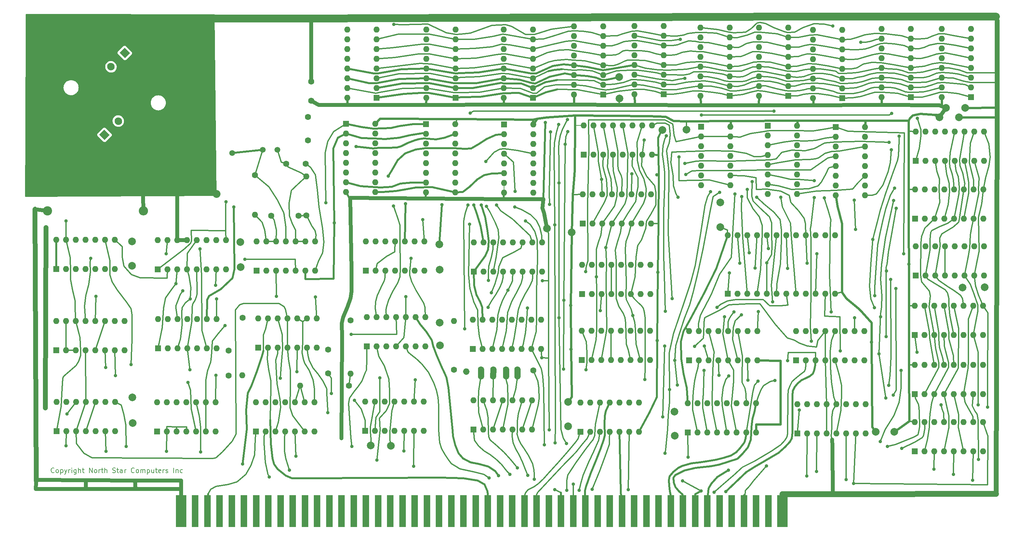
<source format=gtl>
G04 #@! TF.GenerationSoftware,KiCad,Pcbnew,8.0.6*
G04 #@! TF.CreationDate,2025-02-23T16:49:15+00:00*
G04 #@! TF.ProjectId,Northstart Floating point,4e6f7274-6873-4746-9172-7420466c6f61,rev?*
G04 #@! TF.SameCoordinates,Original*
G04 #@! TF.FileFunction,Copper,L1,Top*
G04 #@! TF.FilePolarity,Positive*
%FSLAX46Y46*%
G04 Gerber Fmt 4.6, Leading zero omitted, Abs format (unit mm)*
G04 Created by KiCad (PCBNEW 8.0.6) date 2025-02-23 16:49:15*
%MOMM*%
%LPD*%
G01*
G04 APERTURE LIST*
G04 Aperture macros list*
%AMHorizOval*
0 Thick line with rounded ends*
0 $1 width*
0 $2 $3 position (X,Y) of the first rounded end (center of the circle)*
0 $4 $5 position (X,Y) of the second rounded end (center of the circle)*
0 Add line between two ends*
20,1,$1,$2,$3,$4,$5,0*
0 Add two circle primitives to create the rounded ends*
1,1,$1,$2,$3*
1,1,$1,$4,$5*%
%AMRotRect*
0 Rectangle, with rotation*
0 The origin of the aperture is its center*
0 $1 length*
0 $2 width*
0 $3 Rotation angle, in degrees counterclockwise*
0 Add horizontal line*
21,1,$1,$2,0,0,$3*%
G04 Aperture macros list end*
G04 #@! TA.AperFunction,Conductor*
%ADD10C,0.877107*%
G04 #@! TD*
%ADD11C,0.203200*%
G04 #@! TA.AperFunction,NonConductor*
%ADD12C,0.203200*%
G04 #@! TD*
G04 #@! TA.AperFunction,ComponentPad*
%ADD13C,2.000000*%
G04 #@! TD*
G04 #@! TA.AperFunction,ComponentPad*
%ADD14R,1.600000X1.600000*%
G04 #@! TD*
G04 #@! TA.AperFunction,ComponentPad*
%ADD15O,1.600000X1.600000*%
G04 #@! TD*
G04 #@! TA.AperFunction,ComponentPad*
%ADD16C,2.400000*%
G04 #@! TD*
G04 #@! TA.AperFunction,ComponentPad*
%ADD17O,2.400000X2.400000*%
G04 #@! TD*
G04 #@! TA.AperFunction,ComponentPad*
%ADD18C,1.600000*%
G04 #@! TD*
G04 #@! TA.AperFunction,ConnectorPad*
%ADD19R,2.794000X8.382000*%
G04 #@! TD*
G04 #@! TA.AperFunction,ConnectorPad*
%ADD20R,1.778000X8.382000*%
G04 #@! TD*
G04 #@! TA.AperFunction,ComponentPad*
%ADD21RotRect,1.905000X2.000000X225.000000*%
G04 #@! TD*
G04 #@! TA.AperFunction,ComponentPad*
%ADD22HorizOval,1.905000X-0.033588X0.033588X0.033588X-0.033588X0*%
G04 #@! TD*
G04 #@! TA.AperFunction,ComponentPad*
%ADD23C,1.500000*%
G04 #@! TD*
G04 #@! TA.AperFunction,ComponentPad*
%ADD24RotRect,1.905000X2.000000X45.000000*%
G04 #@! TD*
G04 #@! TA.AperFunction,ViaPad*
%ADD25C,0.889000*%
G04 #@! TD*
G04 #@! TA.AperFunction,ViaPad*
%ADD26C,1.500000*%
G04 #@! TD*
G04 #@! TA.AperFunction,ViaPad*
%ADD27C,1.600000*%
G04 #@! TD*
G04 #@! TA.AperFunction,ViaPad*
%ADD28C,2.000000*%
G04 #@! TD*
G04 #@! TA.AperFunction,ViaPad*
%ADD29C,4.700000*%
G04 #@! TD*
G04 #@! TA.AperFunction,ViaPad*
%ADD30C,2.032000*%
G04 #@! TD*
G04 #@! TA.AperFunction,Conductor*
%ADD31C,0.508000*%
G04 #@! TD*
G04 #@! TA.AperFunction,Conductor*
%ADD32C,0.370000*%
G04 #@! TD*
G04 #@! TA.AperFunction,Conductor*
%ADD33C,1.016000*%
G04 #@! TD*
G04 #@! TA.AperFunction,Conductor*
%ADD34C,0.609600*%
G04 #@! TD*
G04 #@! TA.AperFunction,Conductor*
%ADD35C,1.300000*%
G04 #@! TD*
G04 #@! TA.AperFunction,Conductor*
%ADD36C,0.203200*%
G04 #@! TD*
G04 #@! TA.AperFunction,Conductor*
%ADD37C,1.600000*%
G04 #@! TD*
G04 #@! TA.AperFunction,Conductor*
%ADD38C,1.524000*%
G04 #@! TD*
G04 #@! TA.AperFunction,Conductor*
%ADD39C,2.032000*%
G04 #@! TD*
G04 APERTURE END LIST*
D10*
X135763846Y-116460000D02*
G75*
G02*
X134886740Y-116460000I-438553J0D01*
G01*
X134886740Y-116460000D02*
G75*
G02*
X135763846Y-116460000I438553J0D01*
G01*
D11*
D12*
X28011779Y-142693056D02*
X27951303Y-142753533D01*
X27951303Y-142753533D02*
X27769874Y-142814009D01*
X27769874Y-142814009D02*
X27648922Y-142814009D01*
X27648922Y-142814009D02*
X27467493Y-142753533D01*
X27467493Y-142753533D02*
X27346541Y-142632580D01*
X27346541Y-142632580D02*
X27286064Y-142511628D01*
X27286064Y-142511628D02*
X27225588Y-142269723D01*
X27225588Y-142269723D02*
X27225588Y-142088294D01*
X27225588Y-142088294D02*
X27286064Y-141846390D01*
X27286064Y-141846390D02*
X27346541Y-141725437D01*
X27346541Y-141725437D02*
X27467493Y-141604485D01*
X27467493Y-141604485D02*
X27648922Y-141544009D01*
X27648922Y-141544009D02*
X27769874Y-141544009D01*
X27769874Y-141544009D02*
X27951303Y-141604485D01*
X27951303Y-141604485D02*
X28011779Y-141664961D01*
X28737493Y-142814009D02*
X28616541Y-142753533D01*
X28616541Y-142753533D02*
X28556064Y-142693056D01*
X28556064Y-142693056D02*
X28495588Y-142572104D01*
X28495588Y-142572104D02*
X28495588Y-142209247D01*
X28495588Y-142209247D02*
X28556064Y-142088294D01*
X28556064Y-142088294D02*
X28616541Y-142027818D01*
X28616541Y-142027818D02*
X28737493Y-141967342D01*
X28737493Y-141967342D02*
X28918922Y-141967342D01*
X28918922Y-141967342D02*
X29039874Y-142027818D01*
X29039874Y-142027818D02*
X29100350Y-142088294D01*
X29100350Y-142088294D02*
X29160826Y-142209247D01*
X29160826Y-142209247D02*
X29160826Y-142572104D01*
X29160826Y-142572104D02*
X29100350Y-142693056D01*
X29100350Y-142693056D02*
X29039874Y-142753533D01*
X29039874Y-142753533D02*
X28918922Y-142814009D01*
X28918922Y-142814009D02*
X28737493Y-142814009D01*
X29705112Y-141967342D02*
X29705112Y-143237342D01*
X29705112Y-142027818D02*
X29826065Y-141967342D01*
X29826065Y-141967342D02*
X30067970Y-141967342D01*
X30067970Y-141967342D02*
X30188922Y-142027818D01*
X30188922Y-142027818D02*
X30249398Y-142088294D01*
X30249398Y-142088294D02*
X30309874Y-142209247D01*
X30309874Y-142209247D02*
X30309874Y-142572104D01*
X30309874Y-142572104D02*
X30249398Y-142693056D01*
X30249398Y-142693056D02*
X30188922Y-142753533D01*
X30188922Y-142753533D02*
X30067970Y-142814009D01*
X30067970Y-142814009D02*
X29826065Y-142814009D01*
X29826065Y-142814009D02*
X29705112Y-142753533D01*
X30733208Y-141967342D02*
X31035589Y-142814009D01*
X31337970Y-141967342D02*
X31035589Y-142814009D01*
X31035589Y-142814009D02*
X30914637Y-143116390D01*
X30914637Y-143116390D02*
X30854160Y-143176866D01*
X30854160Y-143176866D02*
X30733208Y-143237342D01*
X31821779Y-142814009D02*
X31821779Y-141967342D01*
X31821779Y-142209247D02*
X31882256Y-142088294D01*
X31882256Y-142088294D02*
X31942732Y-142027818D01*
X31942732Y-142027818D02*
X32063684Y-141967342D01*
X32063684Y-141967342D02*
X32184637Y-141967342D01*
X32607969Y-142814009D02*
X32607969Y-141967342D01*
X32607969Y-141544009D02*
X32547493Y-141604485D01*
X32547493Y-141604485D02*
X32607969Y-141664961D01*
X32607969Y-141664961D02*
X32668446Y-141604485D01*
X32668446Y-141604485D02*
X32607969Y-141544009D01*
X32607969Y-141544009D02*
X32607969Y-141664961D01*
X33757017Y-141967342D02*
X33757017Y-142995437D01*
X33757017Y-142995437D02*
X33696541Y-143116390D01*
X33696541Y-143116390D02*
X33636065Y-143176866D01*
X33636065Y-143176866D02*
X33515112Y-143237342D01*
X33515112Y-143237342D02*
X33333684Y-143237342D01*
X33333684Y-143237342D02*
X33212731Y-143176866D01*
X33757017Y-142753533D02*
X33636065Y-142814009D01*
X33636065Y-142814009D02*
X33394160Y-142814009D01*
X33394160Y-142814009D02*
X33273208Y-142753533D01*
X33273208Y-142753533D02*
X33212731Y-142693056D01*
X33212731Y-142693056D02*
X33152255Y-142572104D01*
X33152255Y-142572104D02*
X33152255Y-142209247D01*
X33152255Y-142209247D02*
X33212731Y-142088294D01*
X33212731Y-142088294D02*
X33273208Y-142027818D01*
X33273208Y-142027818D02*
X33394160Y-141967342D01*
X33394160Y-141967342D02*
X33636065Y-141967342D01*
X33636065Y-141967342D02*
X33757017Y-142027818D01*
X34361779Y-142814009D02*
X34361779Y-141544009D01*
X34906065Y-142814009D02*
X34906065Y-142148771D01*
X34906065Y-142148771D02*
X34845589Y-142027818D01*
X34845589Y-142027818D02*
X34724637Y-141967342D01*
X34724637Y-141967342D02*
X34543208Y-141967342D01*
X34543208Y-141967342D02*
X34422256Y-142027818D01*
X34422256Y-142027818D02*
X34361779Y-142088294D01*
X35329399Y-141967342D02*
X35813208Y-141967342D01*
X35510827Y-141544009D02*
X35510827Y-142632580D01*
X35510827Y-142632580D02*
X35571304Y-142753533D01*
X35571304Y-142753533D02*
X35692256Y-142814009D01*
X35692256Y-142814009D02*
X35813208Y-142814009D01*
X37204160Y-142814009D02*
X37204160Y-141544009D01*
X37204160Y-141544009D02*
X37929875Y-142814009D01*
X37929875Y-142814009D02*
X37929875Y-141544009D01*
X38716065Y-142814009D02*
X38595113Y-142753533D01*
X38595113Y-142753533D02*
X38534636Y-142693056D01*
X38534636Y-142693056D02*
X38474160Y-142572104D01*
X38474160Y-142572104D02*
X38474160Y-142209247D01*
X38474160Y-142209247D02*
X38534636Y-142088294D01*
X38534636Y-142088294D02*
X38595113Y-142027818D01*
X38595113Y-142027818D02*
X38716065Y-141967342D01*
X38716065Y-141967342D02*
X38897494Y-141967342D01*
X38897494Y-141967342D02*
X39018446Y-142027818D01*
X39018446Y-142027818D02*
X39078922Y-142088294D01*
X39078922Y-142088294D02*
X39139398Y-142209247D01*
X39139398Y-142209247D02*
X39139398Y-142572104D01*
X39139398Y-142572104D02*
X39078922Y-142693056D01*
X39078922Y-142693056D02*
X39018446Y-142753533D01*
X39018446Y-142753533D02*
X38897494Y-142814009D01*
X38897494Y-142814009D02*
X38716065Y-142814009D01*
X39683684Y-142814009D02*
X39683684Y-141967342D01*
X39683684Y-142209247D02*
X39744161Y-142088294D01*
X39744161Y-142088294D02*
X39804637Y-142027818D01*
X39804637Y-142027818D02*
X39925589Y-141967342D01*
X39925589Y-141967342D02*
X40046542Y-141967342D01*
X40288446Y-141967342D02*
X40772255Y-141967342D01*
X40469874Y-141544009D02*
X40469874Y-142632580D01*
X40469874Y-142632580D02*
X40530351Y-142753533D01*
X40530351Y-142753533D02*
X40651303Y-142814009D01*
X40651303Y-142814009D02*
X40772255Y-142814009D01*
X41195588Y-142814009D02*
X41195588Y-141544009D01*
X41739874Y-142814009D02*
X41739874Y-142148771D01*
X41739874Y-142148771D02*
X41679398Y-142027818D01*
X41679398Y-142027818D02*
X41558446Y-141967342D01*
X41558446Y-141967342D02*
X41377017Y-141967342D01*
X41377017Y-141967342D02*
X41256065Y-142027818D01*
X41256065Y-142027818D02*
X41195588Y-142088294D01*
X43251779Y-142753533D02*
X43433208Y-142814009D01*
X43433208Y-142814009D02*
X43735589Y-142814009D01*
X43735589Y-142814009D02*
X43856541Y-142753533D01*
X43856541Y-142753533D02*
X43917017Y-142693056D01*
X43917017Y-142693056D02*
X43977494Y-142572104D01*
X43977494Y-142572104D02*
X43977494Y-142451152D01*
X43977494Y-142451152D02*
X43917017Y-142330199D01*
X43917017Y-142330199D02*
X43856541Y-142269723D01*
X43856541Y-142269723D02*
X43735589Y-142209247D01*
X43735589Y-142209247D02*
X43493684Y-142148771D01*
X43493684Y-142148771D02*
X43372732Y-142088294D01*
X43372732Y-142088294D02*
X43312255Y-142027818D01*
X43312255Y-142027818D02*
X43251779Y-141906866D01*
X43251779Y-141906866D02*
X43251779Y-141785913D01*
X43251779Y-141785913D02*
X43312255Y-141664961D01*
X43312255Y-141664961D02*
X43372732Y-141604485D01*
X43372732Y-141604485D02*
X43493684Y-141544009D01*
X43493684Y-141544009D02*
X43796065Y-141544009D01*
X43796065Y-141544009D02*
X43977494Y-141604485D01*
X44340351Y-141967342D02*
X44824160Y-141967342D01*
X44521779Y-141544009D02*
X44521779Y-142632580D01*
X44521779Y-142632580D02*
X44582256Y-142753533D01*
X44582256Y-142753533D02*
X44703208Y-142814009D01*
X44703208Y-142814009D02*
X44824160Y-142814009D01*
X45791779Y-142814009D02*
X45791779Y-142148771D01*
X45791779Y-142148771D02*
X45731303Y-142027818D01*
X45731303Y-142027818D02*
X45610351Y-141967342D01*
X45610351Y-141967342D02*
X45368446Y-141967342D01*
X45368446Y-141967342D02*
X45247493Y-142027818D01*
X45791779Y-142753533D02*
X45670827Y-142814009D01*
X45670827Y-142814009D02*
X45368446Y-142814009D01*
X45368446Y-142814009D02*
X45247493Y-142753533D01*
X45247493Y-142753533D02*
X45187017Y-142632580D01*
X45187017Y-142632580D02*
X45187017Y-142511628D01*
X45187017Y-142511628D02*
X45247493Y-142390675D01*
X45247493Y-142390675D02*
X45368446Y-142330199D01*
X45368446Y-142330199D02*
X45670827Y-142330199D01*
X45670827Y-142330199D02*
X45791779Y-142269723D01*
X46396541Y-142814009D02*
X46396541Y-141967342D01*
X46396541Y-142209247D02*
X46457018Y-142088294D01*
X46457018Y-142088294D02*
X46517494Y-142027818D01*
X46517494Y-142027818D02*
X46638446Y-141967342D01*
X46638446Y-141967342D02*
X46759399Y-141967342D01*
X48876065Y-142693056D02*
X48815589Y-142753533D01*
X48815589Y-142753533D02*
X48634160Y-142814009D01*
X48634160Y-142814009D02*
X48513208Y-142814009D01*
X48513208Y-142814009D02*
X48331779Y-142753533D01*
X48331779Y-142753533D02*
X48210827Y-142632580D01*
X48210827Y-142632580D02*
X48150350Y-142511628D01*
X48150350Y-142511628D02*
X48089874Y-142269723D01*
X48089874Y-142269723D02*
X48089874Y-142088294D01*
X48089874Y-142088294D02*
X48150350Y-141846390D01*
X48150350Y-141846390D02*
X48210827Y-141725437D01*
X48210827Y-141725437D02*
X48331779Y-141604485D01*
X48331779Y-141604485D02*
X48513208Y-141544009D01*
X48513208Y-141544009D02*
X48634160Y-141544009D01*
X48634160Y-141544009D02*
X48815589Y-141604485D01*
X48815589Y-141604485D02*
X48876065Y-141664961D01*
X49601779Y-142814009D02*
X49480827Y-142753533D01*
X49480827Y-142753533D02*
X49420350Y-142693056D01*
X49420350Y-142693056D02*
X49359874Y-142572104D01*
X49359874Y-142572104D02*
X49359874Y-142209247D01*
X49359874Y-142209247D02*
X49420350Y-142088294D01*
X49420350Y-142088294D02*
X49480827Y-142027818D01*
X49480827Y-142027818D02*
X49601779Y-141967342D01*
X49601779Y-141967342D02*
X49783208Y-141967342D01*
X49783208Y-141967342D02*
X49904160Y-142027818D01*
X49904160Y-142027818D02*
X49964636Y-142088294D01*
X49964636Y-142088294D02*
X50025112Y-142209247D01*
X50025112Y-142209247D02*
X50025112Y-142572104D01*
X50025112Y-142572104D02*
X49964636Y-142693056D01*
X49964636Y-142693056D02*
X49904160Y-142753533D01*
X49904160Y-142753533D02*
X49783208Y-142814009D01*
X49783208Y-142814009D02*
X49601779Y-142814009D01*
X50569398Y-142814009D02*
X50569398Y-141967342D01*
X50569398Y-142088294D02*
X50629875Y-142027818D01*
X50629875Y-142027818D02*
X50750827Y-141967342D01*
X50750827Y-141967342D02*
X50932256Y-141967342D01*
X50932256Y-141967342D02*
X51053208Y-142027818D01*
X51053208Y-142027818D02*
X51113684Y-142148771D01*
X51113684Y-142148771D02*
X51113684Y-142814009D01*
X51113684Y-142148771D02*
X51174160Y-142027818D01*
X51174160Y-142027818D02*
X51295113Y-141967342D01*
X51295113Y-141967342D02*
X51476541Y-141967342D01*
X51476541Y-141967342D02*
X51597494Y-142027818D01*
X51597494Y-142027818D02*
X51657970Y-142148771D01*
X51657970Y-142148771D02*
X51657970Y-142814009D01*
X52262731Y-141967342D02*
X52262731Y-143237342D01*
X52262731Y-142027818D02*
X52383684Y-141967342D01*
X52383684Y-141967342D02*
X52625589Y-141967342D01*
X52625589Y-141967342D02*
X52746541Y-142027818D01*
X52746541Y-142027818D02*
X52807017Y-142088294D01*
X52807017Y-142088294D02*
X52867493Y-142209247D01*
X52867493Y-142209247D02*
X52867493Y-142572104D01*
X52867493Y-142572104D02*
X52807017Y-142693056D01*
X52807017Y-142693056D02*
X52746541Y-142753533D01*
X52746541Y-142753533D02*
X52625589Y-142814009D01*
X52625589Y-142814009D02*
X52383684Y-142814009D01*
X52383684Y-142814009D02*
X52262731Y-142753533D01*
X53956065Y-141967342D02*
X53956065Y-142814009D01*
X53411779Y-141967342D02*
X53411779Y-142632580D01*
X53411779Y-142632580D02*
X53472256Y-142753533D01*
X53472256Y-142753533D02*
X53593208Y-142814009D01*
X53593208Y-142814009D02*
X53774637Y-142814009D01*
X53774637Y-142814009D02*
X53895589Y-142753533D01*
X53895589Y-142753533D02*
X53956065Y-142693056D01*
X54379399Y-141967342D02*
X54863208Y-141967342D01*
X54560827Y-141544009D02*
X54560827Y-142632580D01*
X54560827Y-142632580D02*
X54621304Y-142753533D01*
X54621304Y-142753533D02*
X54742256Y-142814009D01*
X54742256Y-142814009D02*
X54863208Y-142814009D01*
X55770351Y-142753533D02*
X55649399Y-142814009D01*
X55649399Y-142814009D02*
X55407494Y-142814009D01*
X55407494Y-142814009D02*
X55286541Y-142753533D01*
X55286541Y-142753533D02*
X55226065Y-142632580D01*
X55226065Y-142632580D02*
X55226065Y-142148771D01*
X55226065Y-142148771D02*
X55286541Y-142027818D01*
X55286541Y-142027818D02*
X55407494Y-141967342D01*
X55407494Y-141967342D02*
X55649399Y-141967342D01*
X55649399Y-141967342D02*
X55770351Y-142027818D01*
X55770351Y-142027818D02*
X55830827Y-142148771D01*
X55830827Y-142148771D02*
X55830827Y-142269723D01*
X55830827Y-142269723D02*
X55226065Y-142390675D01*
X56375112Y-142814009D02*
X56375112Y-141967342D01*
X56375112Y-142209247D02*
X56435589Y-142088294D01*
X56435589Y-142088294D02*
X56496065Y-142027818D01*
X56496065Y-142027818D02*
X56617017Y-141967342D01*
X56617017Y-141967342D02*
X56737970Y-141967342D01*
X57100826Y-142753533D02*
X57221779Y-142814009D01*
X57221779Y-142814009D02*
X57463683Y-142814009D01*
X57463683Y-142814009D02*
X57584636Y-142753533D01*
X57584636Y-142753533D02*
X57645112Y-142632580D01*
X57645112Y-142632580D02*
X57645112Y-142572104D01*
X57645112Y-142572104D02*
X57584636Y-142451152D01*
X57584636Y-142451152D02*
X57463683Y-142390675D01*
X57463683Y-142390675D02*
X57282255Y-142390675D01*
X57282255Y-142390675D02*
X57161302Y-142330199D01*
X57161302Y-142330199D02*
X57100826Y-142209247D01*
X57100826Y-142209247D02*
X57100826Y-142148771D01*
X57100826Y-142148771D02*
X57161302Y-142027818D01*
X57161302Y-142027818D02*
X57282255Y-141967342D01*
X57282255Y-141967342D02*
X57463683Y-141967342D01*
X57463683Y-141967342D02*
X57584636Y-142027818D01*
X59157016Y-142814009D02*
X59157016Y-141544009D01*
X59761778Y-141967342D02*
X59761778Y-142814009D01*
X59761778Y-142088294D02*
X59822255Y-142027818D01*
X59822255Y-142027818D02*
X59943207Y-141967342D01*
X59943207Y-141967342D02*
X60124636Y-141967342D01*
X60124636Y-141967342D02*
X60245588Y-142027818D01*
X60245588Y-142027818D02*
X60306064Y-142148771D01*
X60306064Y-142148771D02*
X60306064Y-142814009D01*
X61455112Y-142753533D02*
X61334160Y-142814009D01*
X61334160Y-142814009D02*
X61092255Y-142814009D01*
X61092255Y-142814009D02*
X60971303Y-142753533D01*
X60971303Y-142753533D02*
X60910826Y-142693056D01*
X60910826Y-142693056D02*
X60850350Y-142572104D01*
X60850350Y-142572104D02*
X60850350Y-142209247D01*
X60850350Y-142209247D02*
X60910826Y-142088294D01*
X60910826Y-142088294D02*
X60971303Y-142027818D01*
X60971303Y-142027818D02*
X61092255Y-141967342D01*
X61092255Y-141967342D02*
X61334160Y-141967342D01*
X61334160Y-141967342D02*
X61455112Y-142027818D01*
D13*
X246790000Y-132120000D03*
X241960000Y-132140000D03*
D14*
X28620000Y-132000000D03*
D15*
X31160000Y-132000000D03*
X33700000Y-132000000D03*
X36240000Y-132000000D03*
X38780000Y-132000000D03*
X41320000Y-132000000D03*
X43860000Y-132000000D03*
X43860000Y-124380000D03*
X41320000Y-124380000D03*
X38780000Y-124380000D03*
X36240000Y-124380000D03*
X33700000Y-124380000D03*
X31160000Y-124380000D03*
X28620000Y-124380000D03*
D14*
X109040000Y-131900000D03*
D15*
X111580000Y-131900000D03*
X114120000Y-131900000D03*
X116660000Y-131900000D03*
X119200000Y-131900000D03*
X121740000Y-131900000D03*
X124280000Y-131900000D03*
X124280000Y-124280000D03*
X121740000Y-124280000D03*
X119200000Y-124280000D03*
X116660000Y-124280000D03*
X114120000Y-124280000D03*
X111580000Y-124280000D03*
X109040000Y-124280000D03*
D13*
X128430000Y-103710000D03*
X128450000Y-109600000D03*
D14*
X28550000Y-89720000D03*
D15*
X31090000Y-89720000D03*
X33630000Y-89720000D03*
X36170000Y-89720000D03*
X38710000Y-89720000D03*
X41250000Y-89720000D03*
X43790000Y-89720000D03*
X43790000Y-82100000D03*
X41250000Y-82100000D03*
X38710000Y-82100000D03*
X36170000Y-82100000D03*
X33630000Y-82100000D03*
X31090000Y-82100000D03*
X28550000Y-82100000D03*
D14*
X165040000Y-132160000D03*
D15*
X167580000Y-132160000D03*
X170120000Y-132160000D03*
X172660000Y-132160000D03*
X175200000Y-132160000D03*
X177740000Y-132160000D03*
X180280000Y-132160000D03*
X180280000Y-124540000D03*
X177740000Y-124540000D03*
X175200000Y-124540000D03*
X172660000Y-124540000D03*
X170120000Y-124540000D03*
X167580000Y-124540000D03*
X165040000Y-124540000D03*
D13*
X201460000Y-78792500D03*
X201420000Y-72422500D03*
D14*
X251060000Y-44950000D03*
D15*
X251060000Y-42410000D03*
X251060000Y-39870000D03*
X251060000Y-37330000D03*
X251060000Y-34790000D03*
X251060000Y-32250000D03*
X251060000Y-29710000D03*
X251060000Y-27170000D03*
X243440000Y-27170000D03*
X243440000Y-29710000D03*
X243440000Y-32250000D03*
X243440000Y-34790000D03*
X243440000Y-37330000D03*
X243440000Y-39870000D03*
X243440000Y-42410000D03*
X243440000Y-44950000D03*
D13*
X192675000Y-53440000D03*
X186355000Y-53510000D03*
D14*
X132580000Y-45110000D03*
D15*
X132580000Y-42570000D03*
X132580000Y-40030000D03*
X132580000Y-37490000D03*
X132580000Y-34950000D03*
X132580000Y-32410000D03*
X132580000Y-29870000D03*
X132580000Y-27330000D03*
X124960000Y-27330000D03*
X124960000Y-29870000D03*
X124960000Y-32410000D03*
X124960000Y-34950000D03*
X124960000Y-37490000D03*
X124960000Y-40030000D03*
X124960000Y-42570000D03*
X124960000Y-45110000D03*
D14*
X111990000Y-45125000D03*
D15*
X111990000Y-42585000D03*
X111990000Y-40045000D03*
X111990000Y-37505000D03*
X111990000Y-34965000D03*
X111990000Y-32425000D03*
X111990000Y-29885000D03*
X111990000Y-27345000D03*
X104370000Y-27345000D03*
X104370000Y-29885000D03*
X104370000Y-32425000D03*
X104370000Y-34965000D03*
X104370000Y-37505000D03*
X104370000Y-40045000D03*
X104370000Y-42585000D03*
X104370000Y-45125000D03*
D16*
X26250000Y-74610000D03*
D17*
X51250000Y-74610000D03*
D14*
X252090000Y-106910000D03*
D15*
X254630000Y-106910000D03*
X257170000Y-106910000D03*
X259710000Y-106910000D03*
X262250000Y-106910000D03*
X264790000Y-106910000D03*
X267330000Y-106910000D03*
X269870000Y-106910000D03*
X269870000Y-99290000D03*
X267330000Y-99290000D03*
X264790000Y-99290000D03*
X262250000Y-99290000D03*
X259710000Y-99290000D03*
X257170000Y-99290000D03*
X254630000Y-99290000D03*
X252090000Y-99290000D03*
D14*
X233210000Y-45200000D03*
D15*
X233210000Y-42660000D03*
X233210000Y-40120000D03*
X233210000Y-37580000D03*
X233210000Y-35040000D03*
X233210000Y-32500000D03*
X233210000Y-29960000D03*
X233210000Y-27420000D03*
X225590000Y-27420000D03*
X225590000Y-29960000D03*
X225590000Y-32500000D03*
X225590000Y-35040000D03*
X225590000Y-37580000D03*
X225590000Y-40120000D03*
X225590000Y-42660000D03*
X225590000Y-45200000D03*
D18*
X77060000Y-102460000D03*
D15*
X77040000Y-117390000D03*
D18*
X132090000Y-116010000D03*
D15*
X132090000Y-103310000D03*
D14*
X28605000Y-110870000D03*
D15*
X31145000Y-110870000D03*
X33685000Y-110870000D03*
X36225000Y-110870000D03*
X38765000Y-110870000D03*
X41305000Y-110870000D03*
X43845000Y-110870000D03*
X46385000Y-110870000D03*
X46385000Y-103250000D03*
X43845000Y-103250000D03*
X41305000Y-103250000D03*
X38765000Y-103250000D03*
X36225000Y-103250000D03*
X33685000Y-103250000D03*
X31145000Y-103250000D03*
X28605000Y-103250000D03*
D18*
X105180000Y-103130000D03*
D15*
X105210000Y-117020000D03*
D14*
X137070000Y-110600000D03*
D15*
X139610000Y-110600000D03*
X142150000Y-110600000D03*
X144690000Y-110600000D03*
X147230000Y-110600000D03*
X149770000Y-110600000D03*
X152310000Y-110600000D03*
X154850000Y-110600000D03*
X154850000Y-102980000D03*
X152310000Y-102980000D03*
X149770000Y-102980000D03*
X147230000Y-102980000D03*
X144690000Y-102980000D03*
X142150000Y-102980000D03*
X139610000Y-102980000D03*
X137070000Y-102980000D03*
D14*
X193295000Y-113570000D03*
D15*
X195835000Y-113570000D03*
X198375000Y-113570000D03*
X200915000Y-113570000D03*
X203455000Y-113570000D03*
X205995000Y-113570000D03*
X208535000Y-113570000D03*
X211075000Y-113570000D03*
X211075000Y-105950000D03*
X208535000Y-105950000D03*
X205995000Y-105950000D03*
X203455000Y-105950000D03*
X200915000Y-105950000D03*
X198375000Y-105950000D03*
X195835000Y-105950000D03*
X193295000Y-105950000D03*
D18*
X104770000Y-120110000D03*
D15*
X92070000Y-120110000D03*
D13*
X76490000Y-82710000D03*
X76540000Y-89200000D03*
X175210000Y-45330000D03*
X175170000Y-39710000D03*
X128340000Y-83300000D03*
X128390000Y-89890000D03*
D14*
X165450000Y-96240000D03*
D15*
X167990000Y-96240000D03*
X170530000Y-96240000D03*
X173070000Y-96240000D03*
X175610000Y-96240000D03*
X178150000Y-96240000D03*
X180690000Y-96240000D03*
X183230000Y-96240000D03*
X183230000Y-88620000D03*
X180690000Y-88620000D03*
X178150000Y-88620000D03*
X175610000Y-88620000D03*
X173070000Y-88620000D03*
X170530000Y-88620000D03*
X167990000Y-88620000D03*
X165450000Y-88620000D03*
D13*
X258550000Y-50230000D03*
X263620000Y-50180000D03*
X162785000Y-80197500D03*
X156325000Y-79127500D03*
X48340000Y-82520000D03*
X48340000Y-88900000D03*
D14*
X252360000Y-61540000D03*
D15*
X254900000Y-61540000D03*
X257440000Y-61540000D03*
X259980000Y-61540000D03*
X262520000Y-61540000D03*
X265060000Y-61540000D03*
X267600000Y-61540000D03*
X270140000Y-61540000D03*
X270140000Y-53920000D03*
X267600000Y-53920000D03*
X265060000Y-53920000D03*
X262520000Y-53920000D03*
X259980000Y-53920000D03*
X257440000Y-53920000D03*
X254900000Y-53920000D03*
X252360000Y-53920000D03*
D14*
X165650000Y-77910000D03*
D15*
X168190000Y-77910000D03*
X170730000Y-77910000D03*
X173270000Y-77910000D03*
X175810000Y-77910000D03*
X178350000Y-77910000D03*
X180890000Y-77910000D03*
X183430000Y-77910000D03*
X183430000Y-70290000D03*
X180890000Y-70290000D03*
X178350000Y-70290000D03*
X175810000Y-70290000D03*
X173270000Y-70290000D03*
X170730000Y-70290000D03*
X168190000Y-70290000D03*
X165650000Y-70290000D03*
D13*
X264520000Y-94530000D03*
X270270000Y-94490000D03*
X161850000Y-124350000D03*
X161870000Y-130730000D03*
D14*
X252100000Y-137260000D03*
D15*
X254640000Y-137260000D03*
X257180000Y-137260000D03*
X259720000Y-137260000D03*
X262260000Y-137260000D03*
X264800000Y-137260000D03*
X267340000Y-137260000D03*
X269880000Y-137260000D03*
X269880000Y-129640000D03*
X267340000Y-129640000D03*
X264800000Y-129640000D03*
X262260000Y-129640000D03*
X259720000Y-129640000D03*
X257180000Y-129640000D03*
X254640000Y-129640000D03*
X252100000Y-129640000D03*
D14*
X221490000Y-132590000D03*
D15*
X224030000Y-132590000D03*
X226570000Y-132590000D03*
X229110000Y-132590000D03*
X231650000Y-132590000D03*
X234190000Y-132590000D03*
X236730000Y-132590000D03*
X239270000Y-132590000D03*
X239270000Y-124970000D03*
X236730000Y-124970000D03*
X234190000Y-124970000D03*
X231650000Y-124970000D03*
X229110000Y-124970000D03*
X226570000Y-124970000D03*
X224030000Y-124970000D03*
X221490000Y-124970000D03*
D14*
X137315000Y-90380000D03*
D15*
X139855000Y-90380000D03*
X142395000Y-90380000D03*
X144935000Y-90380000D03*
X147475000Y-90380000D03*
X150015000Y-90380000D03*
X152555000Y-90380000D03*
X155095000Y-90380000D03*
X155095000Y-82760000D03*
X152555000Y-82760000D03*
X150015000Y-82760000D03*
X147475000Y-82760000D03*
X144935000Y-82760000D03*
X142395000Y-82760000D03*
X139855000Y-82760000D03*
X137315000Y-82760000D03*
D14*
X109430000Y-109880000D03*
D15*
X111970000Y-109880000D03*
X114510000Y-109880000D03*
X117050000Y-109880000D03*
X119590000Y-109880000D03*
X122130000Y-109880000D03*
X124670000Y-109880000D03*
X124670000Y-102260000D03*
X122130000Y-102260000D03*
X119590000Y-102260000D03*
X117050000Y-102260000D03*
X114510000Y-102260000D03*
X111970000Y-102260000D03*
X109430000Y-102260000D03*
D14*
X266770000Y-44950000D03*
D15*
X266770000Y-42410000D03*
X266770000Y-39870000D03*
X266770000Y-37330000D03*
X266770000Y-34790000D03*
X266770000Y-32250000D03*
X266770000Y-29710000D03*
X266770000Y-27170000D03*
X259150000Y-27170000D03*
X259150000Y-29710000D03*
X259150000Y-32250000D03*
X259150000Y-34790000D03*
X259150000Y-37330000D03*
X259150000Y-39870000D03*
X259150000Y-42410000D03*
X259150000Y-44950000D03*
D13*
X189550000Y-126920000D03*
X189610000Y-133210000D03*
D14*
X165430000Y-113480000D03*
D15*
X167970000Y-113480000D03*
X170510000Y-113480000D03*
X173050000Y-113480000D03*
X175590000Y-113480000D03*
X178130000Y-113480000D03*
X180670000Y-113480000D03*
X183210000Y-113480000D03*
X183210000Y-105860000D03*
X180670000Y-105860000D03*
X178130000Y-105860000D03*
X175590000Y-105860000D03*
X173050000Y-105860000D03*
X170510000Y-105860000D03*
X167970000Y-105860000D03*
X165430000Y-105860000D03*
D14*
X196500000Y-52625000D03*
D15*
X196500000Y-55165000D03*
X196500000Y-57705000D03*
X196500000Y-60245000D03*
X196500000Y-62785000D03*
X196500000Y-65325000D03*
X196500000Y-67865000D03*
X204120000Y-67865000D03*
X204120000Y-65325000D03*
X204120000Y-62785000D03*
X204120000Y-60245000D03*
X204120000Y-57705000D03*
X204120000Y-55165000D03*
X204120000Y-52625000D03*
D18*
X99325000Y-116900000D03*
X99325000Y-110760000D03*
X93680000Y-75740000D03*
D15*
X93690000Y-65630000D03*
D14*
X124810000Y-51950000D03*
D15*
X124810000Y-54490000D03*
X124810000Y-57030000D03*
X124810000Y-59570000D03*
X124810000Y-62110000D03*
X124810000Y-64650000D03*
X124810000Y-67190000D03*
X124810000Y-69730000D03*
X132430000Y-69730000D03*
X132430000Y-67190000D03*
X132430000Y-64650000D03*
X132430000Y-62110000D03*
X132430000Y-59570000D03*
X132430000Y-57030000D03*
X132430000Y-54490000D03*
X132430000Y-51950000D03*
D18*
X94080000Y-50150000D03*
X94070000Y-56250000D03*
D14*
X203910000Y-44585000D03*
D15*
X203910000Y-42045000D03*
X203910000Y-39505000D03*
X203910000Y-36965000D03*
X203910000Y-34425000D03*
X203910000Y-31885000D03*
X203910000Y-29345000D03*
X203910000Y-26805000D03*
X196290000Y-26805000D03*
X196290000Y-29345000D03*
X196290000Y-31885000D03*
X196290000Y-34425000D03*
X196290000Y-36965000D03*
X196290000Y-39505000D03*
X196290000Y-42045000D03*
X196290000Y-44585000D03*
D14*
X193015000Y-132370000D03*
D15*
X195555000Y-132370000D03*
X198095000Y-132370000D03*
X200635000Y-132370000D03*
X203175000Y-132370000D03*
X205715000Y-132370000D03*
X208255000Y-132370000D03*
X210795000Y-132370000D03*
X210795000Y-124750000D03*
X208255000Y-124750000D03*
X205715000Y-124750000D03*
X203175000Y-124750000D03*
X200635000Y-124750000D03*
X198095000Y-124750000D03*
X195555000Y-124750000D03*
X193015000Y-124750000D03*
D14*
X80545000Y-132050000D03*
D15*
X83085000Y-132050000D03*
X85625000Y-132050000D03*
X88165000Y-132050000D03*
X90705000Y-132050000D03*
X93245000Y-132050000D03*
X95785000Y-132050000D03*
X95785000Y-124430000D03*
X93245000Y-124430000D03*
X90705000Y-124430000D03*
X88165000Y-124430000D03*
X85625000Y-124430000D03*
X83085000Y-124430000D03*
X80545000Y-124430000D03*
D13*
X48420000Y-123200000D03*
X48460000Y-129840000D03*
D14*
X252200000Y-76630000D03*
D15*
X254740000Y-76630000D03*
X257280000Y-76630000D03*
X259820000Y-76630000D03*
X262360000Y-76630000D03*
X264900000Y-76630000D03*
X267440000Y-76630000D03*
X269980000Y-76630000D03*
X269980000Y-69010000D03*
X267440000Y-69010000D03*
X264900000Y-69010000D03*
X262360000Y-69010000D03*
X259820000Y-69010000D03*
X257280000Y-69010000D03*
X254740000Y-69010000D03*
X252200000Y-69010000D03*
D18*
X94980000Y-45920000D03*
X94980000Y-40920000D03*
D19*
X61050000Y-152810000D03*
D20*
X64733000Y-152810000D03*
X67908000Y-152810000D03*
X71083000Y-152810000D03*
X74258000Y-152810000D03*
X77433000Y-152810000D03*
X80608000Y-152810000D03*
X83783000Y-152810000D03*
X86958000Y-152810000D03*
X90133000Y-152810000D03*
X93308000Y-152810000D03*
X96483000Y-152810000D03*
X99658000Y-152810000D03*
X102833000Y-152810000D03*
X106008000Y-152810000D03*
X109183000Y-152810000D03*
X112358000Y-152810000D03*
X115533000Y-152810000D03*
X118708000Y-152810000D03*
X121883000Y-152810000D03*
X125058000Y-152810000D03*
X128233000Y-152810000D03*
X131408000Y-152810000D03*
X134583000Y-152810000D03*
X137758000Y-152810000D03*
X140933000Y-152810000D03*
X144108000Y-152810000D03*
X147283000Y-152810000D03*
X150458000Y-152810000D03*
X153633000Y-152810000D03*
X156808000Y-152810000D03*
X159983000Y-152810000D03*
X163158000Y-152810000D03*
X166333000Y-152810000D03*
X169508000Y-152810000D03*
X172683000Y-152810000D03*
X175858000Y-152810000D03*
X179033000Y-152810000D03*
X182208000Y-152810000D03*
X185383000Y-152810000D03*
X188558000Y-152810000D03*
X191733000Y-152810000D03*
X194908000Y-152810000D03*
X198083000Y-152810000D03*
X201258000Y-152810000D03*
X204433000Y-152810000D03*
X207608000Y-152810000D03*
X210783000Y-152810000D03*
X213958000Y-152810000D03*
D19*
X217641000Y-152810000D03*
D14*
X81180000Y-110270000D03*
D15*
X83720000Y-110270000D03*
X86260000Y-110270000D03*
X88800000Y-110270000D03*
X91340000Y-110270000D03*
X93880000Y-110270000D03*
X96420000Y-110270000D03*
X96420000Y-102650000D03*
X93880000Y-102650000D03*
X91340000Y-102650000D03*
X88800000Y-102650000D03*
X86260000Y-102650000D03*
X83720000Y-102650000D03*
X81180000Y-102650000D03*
D14*
X186710000Y-44205000D03*
D15*
X186710000Y-41665000D03*
X186710000Y-39125000D03*
X186710000Y-36585000D03*
X186710000Y-34045000D03*
X186710000Y-31505000D03*
X186710000Y-28965000D03*
X186710000Y-26425000D03*
X179090000Y-26425000D03*
X179090000Y-28965000D03*
X179090000Y-31505000D03*
X179090000Y-34045000D03*
X179090000Y-36585000D03*
X179090000Y-39125000D03*
X179090000Y-41665000D03*
X179090000Y-44205000D03*
D14*
X252075000Y-122340000D03*
D15*
X254615000Y-122340000D03*
X257155000Y-122340000D03*
X259695000Y-122340000D03*
X262235000Y-122340000D03*
X264775000Y-122340000D03*
X267315000Y-122340000D03*
X269855000Y-122340000D03*
X269855000Y-114720000D03*
X267315000Y-114720000D03*
X264775000Y-114720000D03*
X262235000Y-114720000D03*
X259695000Y-114720000D03*
X257155000Y-114720000D03*
X254615000Y-114720000D03*
X252075000Y-114720000D03*
D13*
X260220000Y-47775000D03*
X265240000Y-47765000D03*
D14*
X109195000Y-90200000D03*
D15*
X111735000Y-90200000D03*
X114275000Y-90200000D03*
X116815000Y-90200000D03*
X119355000Y-90200000D03*
X121895000Y-90200000D03*
X124435000Y-90200000D03*
X124435000Y-82580000D03*
X121895000Y-82580000D03*
X119355000Y-82580000D03*
X116815000Y-82580000D03*
X114275000Y-82580000D03*
X111735000Y-82580000D03*
X109195000Y-82580000D03*
D14*
X145130000Y-52060000D03*
D15*
X145130000Y-54600000D03*
X145130000Y-57140000D03*
X145130000Y-59680000D03*
X145130000Y-62220000D03*
X145130000Y-64760000D03*
X145130000Y-67300000D03*
X145130000Y-69840000D03*
X152750000Y-69840000D03*
X152750000Y-67300000D03*
X152750000Y-64760000D03*
X152750000Y-62220000D03*
X152750000Y-59680000D03*
X152750000Y-57140000D03*
X152750000Y-54600000D03*
X152750000Y-52060000D03*
D14*
X54830000Y-132110000D03*
D15*
X57370000Y-132110000D03*
X59910000Y-132110000D03*
X62450000Y-132110000D03*
X64990000Y-132110000D03*
X67530000Y-132110000D03*
X70070000Y-132110000D03*
X70070000Y-124490000D03*
X67530000Y-124490000D03*
X64990000Y-124490000D03*
X62450000Y-124490000D03*
X59910000Y-124490000D03*
X57370000Y-124490000D03*
X54830000Y-124490000D03*
D14*
X171000000Y-44250000D03*
D15*
X171000000Y-41710000D03*
X171000000Y-39170000D03*
X171000000Y-36630000D03*
X171000000Y-34090000D03*
X171000000Y-31550000D03*
X171000000Y-29010000D03*
X171000000Y-26470000D03*
X163380000Y-26470000D03*
X163380000Y-29010000D03*
X163380000Y-31550000D03*
X163380000Y-34090000D03*
X163380000Y-36630000D03*
X163380000Y-39170000D03*
X163380000Y-41710000D03*
X163380000Y-44250000D03*
D14*
X219180000Y-44585000D03*
D15*
X219180000Y-42045000D03*
X219180000Y-39505000D03*
X219180000Y-36965000D03*
X219180000Y-34425000D03*
X219180000Y-31885000D03*
X219180000Y-29345000D03*
X219180000Y-26805000D03*
X211560000Y-26805000D03*
X211560000Y-29345000D03*
X211560000Y-31885000D03*
X211560000Y-34425000D03*
X211560000Y-36965000D03*
X211560000Y-39505000D03*
X211560000Y-42045000D03*
X211560000Y-44585000D03*
D21*
X46407836Y-33435733D03*
D22*
X42638957Y-33343809D03*
X42815734Y-37027835D03*
D18*
X91660000Y-75820000D03*
X84520000Y-75820000D03*
D14*
X152730000Y-45160000D03*
D15*
X152730000Y-42620000D03*
X152730000Y-40080000D03*
X152730000Y-37540000D03*
X152730000Y-35000000D03*
X152730000Y-32460000D03*
X152730000Y-29920000D03*
X152730000Y-27380000D03*
X145110000Y-27380000D03*
X145110000Y-29920000D03*
X145110000Y-32460000D03*
X145110000Y-35000000D03*
X145110000Y-37540000D03*
X145110000Y-40080000D03*
X145110000Y-42620000D03*
X145110000Y-45160000D03*
D14*
X137195000Y-131560000D03*
D15*
X139735000Y-131560000D03*
X142275000Y-131560000D03*
X144815000Y-131560000D03*
X147355000Y-131560000D03*
X149895000Y-131560000D03*
X152435000Y-131560000D03*
X152435000Y-123940000D03*
X149895000Y-123940000D03*
X147355000Y-123940000D03*
X144815000Y-123940000D03*
X142275000Y-123940000D03*
X139735000Y-123940000D03*
X137195000Y-123940000D03*
D18*
X88470000Y-62310000D03*
X93470000Y-62310000D03*
D14*
X252360000Y-91400000D03*
D15*
X254900000Y-91400000D03*
X257440000Y-91400000D03*
X259980000Y-91400000D03*
X262520000Y-91400000D03*
X265060000Y-91400000D03*
X267600000Y-91400000D03*
X270140000Y-91400000D03*
X270140000Y-83780000D03*
X267600000Y-83780000D03*
X265060000Y-83780000D03*
X262520000Y-83780000D03*
X259980000Y-83780000D03*
X257440000Y-83780000D03*
X254900000Y-83780000D03*
X252360000Y-83780000D03*
D18*
X73430000Y-117500000D03*
X73470000Y-110970000D03*
D23*
X86170000Y-58690000D03*
X82370000Y-58690000D03*
D14*
X165910000Y-59980000D03*
D15*
X168450000Y-59980000D03*
X170990000Y-59980000D03*
X173530000Y-59980000D03*
X176070000Y-59980000D03*
X178610000Y-59980000D03*
X181150000Y-59980000D03*
X183690000Y-59980000D03*
X183690000Y-52360000D03*
X181150000Y-52360000D03*
X178610000Y-52360000D03*
X176070000Y-52360000D03*
X173530000Y-52360000D03*
X170990000Y-52360000D03*
X168450000Y-52360000D03*
X165910000Y-52360000D03*
D14*
X231550000Y-52745000D03*
D15*
X231550000Y-55285000D03*
X231550000Y-57825000D03*
X231550000Y-60365000D03*
X231550000Y-62905000D03*
X231550000Y-65445000D03*
X231550000Y-67985000D03*
X231550000Y-70525000D03*
X239170000Y-70525000D03*
X239170000Y-67985000D03*
X239170000Y-65445000D03*
X239170000Y-62905000D03*
X239170000Y-60365000D03*
X239170000Y-57825000D03*
X239170000Y-55285000D03*
X239170000Y-52745000D03*
D18*
X80340000Y-65295000D03*
D15*
X80290000Y-75565000D03*
D14*
X55060000Y-110360000D03*
D15*
X57600000Y-110360000D03*
X60140000Y-110360000D03*
X62680000Y-110360000D03*
X65220000Y-110360000D03*
X67760000Y-110360000D03*
X70300000Y-110360000D03*
X70300000Y-102740000D03*
X67760000Y-102740000D03*
X65220000Y-102740000D03*
X62680000Y-102740000D03*
X60140000Y-102740000D03*
X57600000Y-102740000D03*
X55060000Y-102740000D03*
D14*
X104020000Y-51890000D03*
D15*
X104020000Y-54430000D03*
X104020000Y-56970000D03*
X104020000Y-59510000D03*
X104020000Y-62050000D03*
X104020000Y-64590000D03*
X104020000Y-67130000D03*
X104020000Y-69670000D03*
X111640000Y-69670000D03*
X111640000Y-67130000D03*
X111640000Y-64590000D03*
X111640000Y-62050000D03*
X111640000Y-59510000D03*
X111640000Y-56970000D03*
X111640000Y-54430000D03*
X111640000Y-51890000D03*
D14*
X54950000Y-89820000D03*
D15*
X57490000Y-89820000D03*
X60030000Y-89820000D03*
X62570000Y-89820000D03*
X65110000Y-89820000D03*
X67650000Y-89820000D03*
X70190000Y-89820000D03*
X72730000Y-89820000D03*
X72730000Y-82200000D03*
X70190000Y-82200000D03*
X67650000Y-82200000D03*
X65110000Y-82200000D03*
X62570000Y-82200000D03*
X60030000Y-82200000D03*
X57490000Y-82200000D03*
X54950000Y-82200000D03*
D24*
X41138415Y-54780517D03*
D22*
X45381056Y-55431055D03*
X44730517Y-51188415D03*
D14*
X80735000Y-90200000D03*
D15*
X83275000Y-90200000D03*
X85815000Y-90200000D03*
X88355000Y-90200000D03*
X90895000Y-90200000D03*
X93435000Y-90200000D03*
X95975000Y-90200000D03*
X95975000Y-82580000D03*
X93435000Y-82580000D03*
X90895000Y-82580000D03*
X88355000Y-82580000D03*
X85815000Y-82580000D03*
X83275000Y-82580000D03*
X80735000Y-82580000D03*
D14*
X203435000Y-96185000D03*
D15*
X205975000Y-96185000D03*
X208515000Y-96185000D03*
X211055000Y-96185000D03*
X213595000Y-96185000D03*
X216135000Y-96185000D03*
X218675000Y-96185000D03*
X221215000Y-96185000D03*
X223755000Y-96185000D03*
X226295000Y-96185000D03*
X228835000Y-96185000D03*
X231375000Y-96185000D03*
X231375000Y-80945000D03*
X228835000Y-80945000D03*
X226295000Y-80945000D03*
X223755000Y-80945000D03*
X221215000Y-80945000D03*
X218675000Y-80945000D03*
X216135000Y-80945000D03*
X213595000Y-80945000D03*
X211055000Y-80945000D03*
X208515000Y-80945000D03*
X205975000Y-80945000D03*
X203435000Y-80945000D03*
D14*
X221190000Y-113510000D03*
D15*
X223730000Y-113510000D03*
X226270000Y-113510000D03*
X228810000Y-113510000D03*
X231350000Y-113510000D03*
X233890000Y-113510000D03*
X236430000Y-113510000D03*
X238970000Y-113510000D03*
X238970000Y-105890000D03*
X236430000Y-105890000D03*
X233890000Y-105890000D03*
X231350000Y-105890000D03*
X228810000Y-105890000D03*
X226270000Y-105890000D03*
X223730000Y-105890000D03*
X221190000Y-105890000D03*
D14*
X213840000Y-52445000D03*
D15*
X213840000Y-54985000D03*
X213840000Y-57525000D03*
X213840000Y-60065000D03*
X213840000Y-62605000D03*
X213840000Y-65145000D03*
X213840000Y-67685000D03*
X213840000Y-70225000D03*
X221460000Y-70225000D03*
X221460000Y-67685000D03*
X221460000Y-65145000D03*
X221460000Y-62605000D03*
X221460000Y-60065000D03*
X221460000Y-57525000D03*
X221460000Y-54985000D03*
X221460000Y-52445000D03*
D25*
X77050000Y-140550000D03*
X203560000Y-142160000D03*
X186950000Y-109780000D03*
X31390000Y-127490000D03*
X186470000Y-128290000D03*
X194750000Y-109900000D03*
X99240000Y-127200000D03*
X112840000Y-118130000D03*
X91220000Y-116470000D03*
X119590000Y-96960000D03*
X96070000Y-96990000D03*
X106220000Y-123930000D03*
X86950000Y-118200000D03*
X177500000Y-147240000D03*
X161540000Y-147410000D03*
X164740000Y-147400000D03*
X122060000Y-118620000D03*
X168090000Y-147170000D03*
X210920000Y-71020000D03*
X70030000Y-93970000D03*
X249220000Y-85760000D03*
X59710000Y-93560000D03*
X166390000Y-90410000D03*
X205280000Y-70190000D03*
X192270000Y-40010000D03*
X246110000Y-49160000D03*
X196540000Y-49570000D03*
X238020000Y-30660000D03*
X190670000Y-60540000D03*
X140400000Y-61690000D03*
X224050000Y-88210000D03*
X140600000Y-73380000D03*
X157020000Y-72870000D03*
X31080000Y-77190000D03*
X157290000Y-54050000D03*
X25830000Y-78940000D03*
X25790000Y-100080000D03*
X162615611Y-110660000D03*
X25690000Y-125880000D03*
X250530000Y-88450000D03*
X162510000Y-99230000D03*
X128990000Y-72960000D03*
X201260000Y-69750000D03*
X190320000Y-120000000D03*
X48030000Y-114670000D03*
X189630000Y-113570000D03*
X137310000Y-73020000D03*
X115020000Y-65520000D03*
X74810000Y-73540000D03*
X147980000Y-73570000D03*
X148050000Y-69470000D03*
X143200000Y-73020000D03*
X139270000Y-73090000D03*
X252800000Y-50490000D03*
X210490000Y-89510000D03*
X66030000Y-84450000D03*
X63460000Y-97520000D03*
X38890000Y-96830000D03*
X85850000Y-96860000D03*
X215080000Y-98300000D03*
X143750000Y-143580000D03*
X151300000Y-143510000D03*
X236420000Y-102470000D03*
X206990000Y-101640000D03*
X197330000Y-109790000D03*
X202580000Y-102220000D03*
X166490000Y-116010000D03*
X206500000Y-88230000D03*
X217250000Y-71020000D03*
X84060000Y-143950000D03*
X153020000Y-144550000D03*
X163160000Y-145820000D03*
X213520000Y-141090000D03*
X90990000Y-138470000D03*
X148660000Y-141550000D03*
X146710000Y-143220000D03*
X158390000Y-147270000D03*
X214010000Y-84380000D03*
X141260000Y-144160000D03*
X160700000Y-97880000D03*
X161080000Y-57220000D03*
X201090000Y-117440000D03*
X161760000Y-53930000D03*
X160680000Y-115780000D03*
X211350000Y-100840000D03*
X188960000Y-97440000D03*
X191090000Y-29890000D03*
X181780000Y-118510000D03*
X181670000Y-56160000D03*
X208700000Y-118730000D03*
X187130000Y-100790000D03*
X170220000Y-100570000D03*
X204990000Y-100900000D03*
X187440000Y-55050000D03*
X37520000Y-86940000D03*
X98800000Y-72510000D03*
X72740000Y-72210000D03*
X236320000Y-71830000D03*
X236690000Y-79430000D03*
X245980000Y-58650000D03*
X192490000Y-65070000D03*
X228590000Y-71170000D03*
X230320000Y-100920000D03*
X77680000Y-87230000D03*
X203810000Y-90780000D03*
X136160000Y-78060000D03*
X245380000Y-56750000D03*
X100980000Y-77710000D03*
X192200000Y-62250000D03*
D26*
X74400000Y-59480000D03*
D25*
X120930000Y-86910000D03*
X208990000Y-85540000D03*
X72520000Y-104480000D03*
X105550000Y-135960000D03*
X46770000Y-135960000D03*
X41530000Y-137230000D03*
X112050000Y-139520000D03*
X219030000Y-89560000D03*
X159460000Y-102420000D03*
X161710000Y-50830000D03*
X248560000Y-116140000D03*
X161420000Y-135190000D03*
X243130000Y-134710000D03*
X159500000Y-67340000D03*
X158360000Y-78250000D03*
X244940000Y-135960000D03*
X159350000Y-52030000D03*
X158430000Y-135080000D03*
X116420000Y-26010000D03*
X116340000Y-73280000D03*
X119090000Y-137170000D03*
X66190000Y-137370000D03*
X31110000Y-135780000D03*
X57260000Y-137210000D03*
X70310000Y-97520000D03*
X200640000Y-99710000D03*
X119500000Y-72710000D03*
X106630000Y-57820000D03*
X225210000Y-108540000D03*
X225930000Y-66700000D03*
X225930000Y-71080000D03*
X190470000Y-71060000D03*
X136340000Y-49140000D03*
X215410000Y-48580000D03*
X135770000Y-73100000D03*
X134950000Y-105360000D03*
X89240000Y-142110000D03*
X246530000Y-122620000D03*
X247160000Y-94810000D03*
X258909624Y-125130000D03*
X268630000Y-125130000D03*
X271070000Y-125750000D03*
X245850000Y-92470000D03*
X245360000Y-120060000D03*
X61530000Y-95450000D03*
X141860000Y-95950000D03*
X36260000Y-145900000D03*
X61060000Y-145980000D03*
X23100000Y-73870000D03*
X49150000Y-145990000D03*
X105380000Y-106750000D03*
X215720000Y-118760000D03*
X199850000Y-147870000D03*
X203700000Y-117580000D03*
X223980000Y-143650000D03*
X262180000Y-143270000D03*
X211270000Y-118920000D03*
X202860000Y-147760000D03*
X218950000Y-113620000D03*
X197210000Y-116130000D03*
X267170000Y-144780000D03*
X234210000Y-144600000D03*
X196480000Y-147570000D03*
X236140000Y-145610000D03*
X121630000Y-141130000D03*
X191640000Y-144960000D03*
X226550000Y-142470000D03*
X257050000Y-141880000D03*
X178420000Y-64950000D03*
X178710000Y-101840000D03*
X151230000Y-99880000D03*
X241590000Y-99820000D03*
X141030000Y-99740000D03*
X247990000Y-55120000D03*
X241150000Y-82050000D03*
X170590000Y-66370000D03*
X232710000Y-111090000D03*
X246570000Y-71900000D03*
X243200000Y-102180000D03*
X242760000Y-111810000D03*
X244550000Y-123330000D03*
X169230000Y-91780000D03*
X247230000Y-73930000D03*
X244670000Y-107310000D03*
X244720000Y-90290000D03*
X146140000Y-95250000D03*
X241700000Y-96720000D03*
X226640000Y-85770000D03*
X246830000Y-68680000D03*
X171630000Y-84170000D03*
X222060000Y-126490000D03*
X268660000Y-139330000D03*
X155680000Y-135570000D03*
X124020000Y-76870000D03*
X150760000Y-77180000D03*
X193050000Y-138780000D03*
D27*
X135330000Y-116460000D03*
D25*
X57210000Y-85770000D03*
X63350000Y-115980000D03*
X252650000Y-111380000D03*
X198950000Y-69570000D03*
X188290000Y-121140000D03*
X187050000Y-137760000D03*
X248740000Y-136490000D03*
X208490000Y-69030000D03*
X207040000Y-70870000D03*
X213550000Y-88160000D03*
X209770000Y-66980000D03*
X230760000Y-26370000D03*
D27*
X142330000Y-115890000D03*
X142320000Y-117710000D03*
X145630000Y-117700000D03*
X145640000Y-115880000D03*
X148600000Y-115880000D03*
X148590000Y-117700000D03*
X139160000Y-115890000D03*
X139150000Y-117710000D03*
D28*
X110460000Y-135700000D03*
D29*
X63000000Y-64460000D03*
D25*
X230600000Y-134220000D03*
D29*
X63000000Y-26360000D03*
D25*
X185069690Y-108410000D03*
X240800000Y-108790000D03*
X105420000Y-92470000D03*
D30*
X70330000Y-70150000D03*
D27*
X152750000Y-116190000D03*
D25*
X185239089Y-90620000D03*
X184940000Y-65220000D03*
D28*
X115730000Y-135760000D03*
D25*
X154980000Y-112890000D03*
D29*
X24900000Y-64460000D03*
D25*
X155110000Y-92780000D03*
X155910000Y-51590000D03*
X102810000Y-133846311D03*
X156920000Y-131640000D03*
X141110000Y-92711596D03*
D29*
X24900000Y-26360000D03*
D25*
X100170000Y-122140000D03*
X62870000Y-119330000D03*
X44010000Y-117530000D03*
X70130000Y-117430000D03*
X41480000Y-115400000D03*
D31*
X200670000Y-143970000D02*
X202880000Y-142540000D01*
X78030000Y-126520000D02*
X78440000Y-122110000D01*
X198210000Y-148570000D02*
X198400000Y-146860000D01*
X79340000Y-120190000D02*
X80850000Y-116400000D01*
D32*
X83060000Y-105330000D02*
X83720000Y-102650000D01*
D31*
X78440000Y-122110000D02*
X79340000Y-120190000D01*
X198083000Y-152810000D02*
X198210000Y-148570000D01*
X199140000Y-145610000D02*
X200670000Y-143970000D01*
X78160000Y-131480000D02*
X78030000Y-126520000D01*
X82090000Y-112610000D02*
X82380000Y-111440000D01*
X198400000Y-146860000D02*
X199140000Y-145610000D01*
X202880000Y-142540000D02*
X203560000Y-142160000D01*
D32*
X82480000Y-110980000D02*
X82510000Y-106960000D01*
D31*
X82380000Y-111440000D02*
X82480000Y-110980000D01*
X80850000Y-116400000D02*
X82090000Y-112610000D01*
D32*
X82510000Y-106960000D02*
X83060000Y-105330000D01*
D31*
X77050000Y-140550000D02*
X78160000Y-131480000D01*
D32*
X229110000Y-124970000D02*
X229110000Y-132590000D01*
X186470000Y-128290000D02*
X186950000Y-109780000D01*
X203790000Y-99060000D02*
X208790000Y-98770000D01*
X98090000Y-119030000D02*
X99000000Y-120950000D01*
X95460000Y-115600000D02*
X96700000Y-117110000D01*
X94090000Y-112180000D02*
X94450000Y-113600000D01*
X94450000Y-113600000D02*
X95460000Y-115600000D01*
X211770000Y-98830000D02*
X215760000Y-104120000D01*
X215760000Y-104120000D02*
X218890000Y-107650000D01*
X226550000Y-110050000D02*
X226850000Y-108330000D01*
X224140000Y-109840000D02*
X226550000Y-110050000D01*
X197050000Y-107800000D02*
X197130000Y-106380000D01*
X222050000Y-109070000D02*
X224140000Y-109840000D01*
X96700000Y-117110000D02*
X98090000Y-119030000D01*
X194750000Y-109900000D02*
X197050000Y-107800000D01*
X99240000Y-126560000D02*
X99240000Y-127200000D01*
X226850000Y-108330000D02*
X228810000Y-105890000D01*
X220760000Y-108280000D02*
X222050000Y-109070000D01*
X208790000Y-98770000D02*
X211770000Y-98830000D01*
X197200000Y-103590000D02*
X197360000Y-102480000D01*
X197130000Y-106380000D02*
X197200000Y-103590000D01*
X197360000Y-102480000D02*
X201570000Y-100330000D01*
X93880000Y-110270000D02*
X94090000Y-112180000D01*
X99050000Y-122150000D02*
X99240000Y-126560000D01*
X218890000Y-107650000D02*
X220760000Y-108280000D01*
X229110000Y-124970000D02*
X228810000Y-113510000D01*
X99000000Y-120950000D02*
X99050000Y-122150000D01*
X31390000Y-127490000D02*
X33700000Y-124380000D01*
X201570000Y-100330000D02*
X203790000Y-99060000D01*
X228810000Y-113510000D02*
X228810000Y-105890000D01*
X111820000Y-128470000D02*
X111580000Y-131900000D01*
X112840000Y-118130000D02*
X112850000Y-126910000D01*
X112850000Y-126910000D02*
X111820000Y-128470000D01*
X91340000Y-110270000D02*
X91220000Y-116470000D01*
X86400000Y-129600000D02*
X85625000Y-132050000D01*
X86260000Y-110270000D02*
X86270000Y-111760000D01*
X86970000Y-125810000D02*
X86400000Y-129600000D01*
X86100000Y-119660000D02*
X86840000Y-123670000D01*
X86840000Y-123670000D02*
X86970000Y-125810000D01*
X85880000Y-116820000D02*
X86100000Y-119660000D01*
X85700000Y-113460000D02*
X85880000Y-116820000D01*
X86270000Y-111760000D02*
X85700000Y-113460000D01*
X117050000Y-109880000D02*
X119110000Y-107620000D01*
X119110000Y-107620000D02*
X119590000Y-102260000D01*
X96070000Y-96990000D02*
X96420000Y-102650000D01*
X119590000Y-102260000D02*
X119590000Y-96960000D01*
D31*
X134580000Y-144300000D02*
X128580000Y-144090000D01*
X140933000Y-152810000D02*
X140910000Y-148440000D01*
X89980000Y-144280000D02*
X88340000Y-143620000D01*
D32*
X84480000Y-118830000D02*
X84480000Y-121360000D01*
D31*
X86230000Y-141900000D02*
X85310000Y-140590000D01*
X128580000Y-144090000D02*
X94400000Y-144280000D01*
D32*
X83720000Y-110270000D02*
X83520000Y-113200000D01*
D31*
X84450000Y-135310000D02*
X84250000Y-128990000D01*
X140050000Y-145860000D02*
X138310000Y-144870000D01*
X94400000Y-144280000D02*
X89980000Y-144280000D01*
X138310000Y-144870000D02*
X134580000Y-144300000D01*
D32*
X83520000Y-113200000D02*
X83830000Y-115860000D01*
D31*
X140910000Y-148440000D02*
X140870000Y-147640000D01*
X85310000Y-140590000D02*
X84910000Y-139140000D01*
X88340000Y-143620000D02*
X86230000Y-141900000D01*
D32*
X84390000Y-124370000D02*
X84250000Y-128990000D01*
D31*
X140870000Y-147640000D02*
X140050000Y-145860000D01*
D32*
X84480000Y-121360000D02*
X84390000Y-124370000D01*
D31*
X84910000Y-139140000D02*
X84450000Y-135310000D01*
D32*
X83830000Y-115860000D02*
X84480000Y-118830000D01*
X92730000Y-108850000D02*
X92770000Y-103450000D01*
X92560000Y-111570000D02*
X92730000Y-108850000D01*
X94480000Y-116170000D02*
X93260000Y-114330000D01*
X95490000Y-118710000D02*
X94480000Y-116170000D01*
X91340000Y-102650000D02*
X92770000Y-103450000D01*
X92770000Y-103450000D02*
X93880000Y-102650000D01*
X95760000Y-120950000D02*
X95490000Y-118710000D01*
X95785000Y-124430000D02*
X95760000Y-120950000D01*
X93260000Y-114330000D02*
X92950000Y-113280000D01*
X92950000Y-113280000D02*
X92560000Y-111570000D01*
X87410000Y-106860000D02*
X86260000Y-102650000D01*
X108990000Y-129160000D02*
X109040000Y-131900000D01*
X87180000Y-114620000D02*
X87490000Y-110740000D01*
X86950000Y-118200000D02*
X87180000Y-114620000D01*
X87490000Y-110740000D02*
X87410000Y-106860000D01*
X106220000Y-123930000D02*
X107950000Y-126240000D01*
X107950000Y-126240000D02*
X108990000Y-129160000D01*
X177740000Y-132160000D02*
X177500000Y-147240000D01*
X168980000Y-130200000D02*
X168900000Y-131420000D01*
X163840000Y-140180000D02*
X161720000Y-143410000D01*
X168810000Y-133070000D02*
X168380000Y-134190000D01*
X166210000Y-136900000D02*
X163840000Y-140180000D01*
X161480000Y-144860000D02*
X161540000Y-147410000D01*
X168900000Y-131420000D02*
X168810000Y-133070000D01*
X170120000Y-124540000D02*
X168980000Y-130200000D01*
X161720000Y-143410000D02*
X161480000Y-144860000D01*
X168380000Y-134190000D02*
X167580000Y-135120000D01*
X167580000Y-135120000D02*
X166210000Y-136900000D01*
X164740000Y-147400000D02*
X165170000Y-145660000D01*
X167150000Y-140090000D02*
X168490000Y-137200000D01*
X165730000Y-143490000D02*
X167150000Y-140090000D01*
X165170000Y-145660000D02*
X165730000Y-143490000D01*
X168490000Y-137200000D02*
X169760000Y-134350000D01*
X169760000Y-134350000D02*
X170120000Y-132160000D01*
X153860000Y-148030000D02*
X155230000Y-146520000D01*
X160180000Y-141320000D02*
X163830000Y-137500000D01*
X163830000Y-137500000D02*
X165480000Y-135500000D01*
X167200000Y-133110000D02*
X167580000Y-132160000D01*
X155230000Y-146520000D02*
X160180000Y-141320000D01*
X153633000Y-152810000D02*
X153610000Y-148620000D01*
X166810000Y-133880000D02*
X167200000Y-133110000D01*
X153610000Y-148620000D02*
X153860000Y-148030000D01*
X165480000Y-135500000D02*
X166810000Y-133880000D01*
X122060000Y-118620000D02*
X121740000Y-124280000D01*
X168450000Y-146340000D02*
X168090000Y-147170000D01*
X172660000Y-132160000D02*
X172630000Y-134260000D01*
X171790000Y-137540000D02*
X170030000Y-142380000D01*
X170030000Y-142380000D02*
X168450000Y-146340000D01*
X172630000Y-134260000D02*
X172550000Y-135350000D01*
X172550000Y-135350000D02*
X171790000Y-137540000D01*
D31*
X171410000Y-133070000D02*
X171350000Y-130010000D01*
X169000000Y-139790000D02*
X170310000Y-136590000D01*
X170310000Y-136590000D02*
X171080000Y-134390000D01*
X166470000Y-146490000D02*
X167720000Y-143090000D01*
X171350000Y-130010000D02*
X171390000Y-127990000D01*
X171660000Y-126770000D02*
X172660000Y-124540000D01*
X167720000Y-143090000D02*
X169000000Y-139790000D01*
X166210000Y-148100000D02*
X166200000Y-147500000D01*
X166200000Y-147500000D02*
X166470000Y-146490000D01*
X171080000Y-134390000D02*
X171410000Y-133070000D01*
X171390000Y-127990000D02*
X171660000Y-126770000D01*
X166333000Y-152810000D02*
X166210000Y-148100000D01*
D32*
X164740000Y-133040000D02*
X165040000Y-132160000D01*
X154050000Y-145690000D02*
X155420000Y-144410000D01*
X150720000Y-148070000D02*
X151450000Y-147260000D01*
X164490000Y-133950000D02*
X164740000Y-133040000D01*
X159300000Y-140130000D02*
X161690000Y-137390000D01*
X161690000Y-137390000D02*
X163790000Y-134870000D01*
X155420000Y-144410000D02*
X156700000Y-142980000D01*
X150458000Y-152810000D02*
X150550000Y-148600000D01*
X151450000Y-147260000D02*
X152840000Y-146530000D01*
X163790000Y-134870000D02*
X164490000Y-133950000D01*
X156700000Y-142980000D02*
X159300000Y-140130000D01*
X150550000Y-148600000D02*
X150720000Y-148070000D01*
X152840000Y-146530000D02*
X154050000Y-145690000D01*
D31*
X175530000Y-147720000D02*
X175200000Y-132160000D01*
X175530000Y-147720000D02*
X175858000Y-152810000D01*
D32*
X263330000Y-44060000D02*
X266770000Y-44950000D01*
X203910000Y-44585000D02*
X207240000Y-44290000D01*
X226860000Y-44010000D02*
X229910000Y-44420000D01*
X238040000Y-44800000D02*
X240250000Y-44100000D01*
X258690000Y-43660000D02*
X260360000Y-43660000D01*
X159060000Y-42920000D02*
X164260000Y-43000000D01*
X223200000Y-44160000D02*
X224820000Y-43990000D01*
X207240000Y-44290000D02*
X209630000Y-43560000D01*
D31*
X156060000Y-43650000D02*
X159060000Y-42920000D01*
D32*
X201720000Y-44050000D02*
X203910000Y-44585000D01*
D31*
X119120000Y-44090000D02*
X111990000Y-45125000D01*
D32*
X177830000Y-43110000D02*
X174870000Y-43430000D01*
X164260000Y-43000000D02*
X171000000Y-44250000D01*
X189060000Y-44180000D02*
X191070000Y-43960000D01*
X184450000Y-43440000D02*
X186710000Y-44205000D01*
X219180000Y-44585000D02*
X221580000Y-44630000D01*
X186710000Y-44205000D02*
X189060000Y-44180000D01*
X199440000Y-43670000D02*
X201720000Y-44050000D01*
X243690000Y-43690000D02*
X247640000Y-43930000D01*
X221580000Y-44630000D02*
X223200000Y-44160000D01*
X177830000Y-43110000D02*
X179450000Y-42920000D01*
X191070000Y-43960000D02*
X194320000Y-43340000D01*
X194320000Y-43340000D02*
X196260000Y-43340000D01*
D31*
X132580000Y-45110000D02*
X128500000Y-44380000D01*
X125530000Y-43830000D02*
X123500000Y-43890000D01*
D32*
X179450000Y-42920000D02*
X181560000Y-42920000D01*
D31*
X128500000Y-44380000D02*
X125530000Y-43830000D01*
D32*
X251060000Y-44950000D02*
X254040000Y-44920000D01*
X213000000Y-43390000D02*
X219180000Y-44585000D01*
X229910000Y-44420000D02*
X233210000Y-45200000D01*
X211170000Y-43300000D02*
X213000000Y-43390000D01*
D31*
X134180000Y-44950000D02*
X132580000Y-45110000D01*
X144990000Y-43900000D02*
X149040000Y-43840000D01*
D32*
X255710000Y-44560000D02*
X258690000Y-43660000D01*
D31*
X149040000Y-43840000D02*
X152730000Y-45160000D01*
D32*
X241710000Y-43690000D02*
X243690000Y-43690000D01*
D31*
X139000000Y-44840000D02*
X144990000Y-43900000D01*
D32*
X247640000Y-43930000D02*
X251060000Y-44950000D01*
D31*
X134180000Y-44950000D02*
X139000000Y-44840000D01*
D32*
X209630000Y-43560000D02*
X211170000Y-43300000D01*
X240250000Y-44100000D02*
X241710000Y-43690000D01*
X224820000Y-43990000D02*
X226860000Y-44010000D01*
X254040000Y-44920000D02*
X255710000Y-44560000D01*
X172890000Y-43890000D02*
X171000000Y-44250000D01*
X260360000Y-43660000D02*
X263330000Y-44060000D01*
X181560000Y-42920000D02*
X184450000Y-43440000D01*
X235940000Y-45150000D02*
X238040000Y-44800000D01*
D31*
X123500000Y-43890000D02*
X119120000Y-44090000D01*
D32*
X174870000Y-43430000D02*
X172890000Y-43890000D01*
X233210000Y-45200000D02*
X235940000Y-45150000D01*
D31*
X152730000Y-45160000D02*
X156060000Y-43650000D01*
D32*
X196260000Y-43340000D02*
X199440000Y-43670000D01*
X142320000Y-29080000D02*
X144850000Y-28560000D01*
X152730000Y-29920000D02*
X155370000Y-29820000D01*
X241640000Y-28350000D02*
X244550000Y-28470000D01*
X259810000Y-28470000D02*
X262450000Y-28930000D01*
X221800000Y-29390000D02*
X223160000Y-29110000D01*
X210460000Y-28000000D02*
X211780000Y-28000000D01*
X193100000Y-28390000D02*
X195220000Y-28090000D01*
X258380000Y-28470000D02*
X259810000Y-28470000D01*
X239130000Y-28660000D02*
X241640000Y-28350000D01*
X224820000Y-28740000D02*
X226680000Y-28710000D01*
X182870000Y-28220000D02*
X186710000Y-28965000D01*
X248730000Y-28970000D02*
X251060000Y-29710000D01*
X205890000Y-29420000D02*
X208500000Y-28810000D01*
X117680000Y-28560000D02*
X125700000Y-28530000D01*
X256670000Y-29010000D02*
X258380000Y-28470000D01*
X137360000Y-29840000D02*
X142320000Y-29080000D01*
X155370000Y-29820000D02*
X157980000Y-29010000D01*
X125700000Y-28530000D02*
X132580000Y-29870000D01*
X235370000Y-29860000D02*
X236880000Y-29480000D01*
X191870000Y-28810000D02*
X193100000Y-28390000D01*
X197340000Y-28090000D02*
X200440000Y-28300000D01*
X216250000Y-28470000D02*
X219180000Y-29345000D01*
X111990000Y-29885000D02*
X117680000Y-28560000D01*
X190080000Y-29020000D02*
X191870000Y-28810000D01*
X203910000Y-29345000D02*
X205890000Y-29420000D01*
X244550000Y-28470000D02*
X248730000Y-28970000D01*
X165610000Y-27800000D02*
X167980000Y-28110000D01*
X208500000Y-28810000D02*
X210460000Y-28000000D01*
X255320000Y-29630000D02*
X256670000Y-29010000D01*
X146000000Y-28710000D02*
X152730000Y-29920000D01*
X179940000Y-27710000D02*
X182870000Y-28220000D01*
X171000000Y-29010000D02*
X174590000Y-28980000D01*
X233210000Y-29960000D02*
X235370000Y-29860000D01*
X167980000Y-28110000D02*
X171000000Y-29010000D01*
X157980000Y-29010000D02*
X161910000Y-27780000D01*
X186710000Y-28965000D02*
X190080000Y-29020000D01*
X178500000Y-27790000D02*
X179940000Y-27710000D01*
X262450000Y-28930000D02*
X266770000Y-29710000D01*
X253230000Y-29820000D02*
X255320000Y-29630000D01*
X200440000Y-28300000D02*
X203910000Y-29345000D01*
X161910000Y-27780000D02*
X163470000Y-27700000D01*
X211780000Y-28000000D02*
X216250000Y-28470000D01*
X236880000Y-29480000D02*
X239130000Y-28660000D01*
X195220000Y-28090000D02*
X197340000Y-28090000D01*
X251060000Y-29710000D02*
X253230000Y-29820000D01*
X174590000Y-28980000D02*
X176080000Y-28430000D01*
X144850000Y-28560000D02*
X146000000Y-28710000D01*
X219180000Y-29345000D02*
X221800000Y-29390000D01*
X132580000Y-29870000D02*
X137360000Y-29840000D01*
X163470000Y-27700000D02*
X165610000Y-27800000D01*
X176080000Y-28430000D02*
X178500000Y-27790000D01*
X223160000Y-29110000D02*
X224820000Y-28740000D01*
X226680000Y-28710000D02*
X233210000Y-29960000D01*
X217360000Y-82360000D02*
X217110000Y-88350000D01*
X216170000Y-93620000D02*
X216135000Y-96185000D01*
X217060000Y-76910000D02*
X217360000Y-79580000D01*
X210920000Y-71020000D02*
X213020000Y-73010000D01*
X215470000Y-74960000D02*
X217060000Y-76910000D01*
X217110000Y-88350000D02*
X216170000Y-93620000D01*
X217360000Y-79580000D02*
X217360000Y-82360000D01*
X213020000Y-73010000D02*
X215470000Y-74960000D01*
X255490000Y-34480000D02*
X257830000Y-33710000D01*
X251060000Y-34790000D02*
X253710000Y-34880000D01*
X190050000Y-33820000D02*
X191550000Y-33300000D01*
X203910000Y-34425000D02*
X206810000Y-34340000D01*
X257830000Y-33710000D02*
X260120000Y-33460000D01*
X143220000Y-33900000D02*
X144750000Y-33660000D01*
X176890000Y-32770000D02*
X178260000Y-32810000D01*
X211410000Y-33130000D02*
X214760000Y-33500000D01*
X191550000Y-33300000D02*
X193690000Y-32890000D01*
X188630000Y-34070000D02*
X190050000Y-33820000D01*
X174170000Y-33980000D02*
X175140000Y-33620000D01*
X167350000Y-33450000D02*
X171000000Y-34090000D01*
X209040000Y-33400000D02*
X209890000Y-33130000D01*
X241250000Y-33840000D02*
X243210000Y-33490000D01*
X228710000Y-34190000D02*
X233210000Y-35040000D01*
X260120000Y-33460000D02*
X262760000Y-33970000D01*
X122870000Y-33680000D02*
X125800000Y-33680000D01*
X111990000Y-34965000D02*
X116710000Y-34630000D01*
X159660000Y-32670000D02*
X161920000Y-32610000D01*
X171000000Y-34090000D02*
X174170000Y-33980000D01*
X235630000Y-35170000D02*
X237190000Y-35010000D01*
X163410000Y-32830000D02*
X167350000Y-33450000D01*
X137780000Y-34760000D02*
X143220000Y-33900000D01*
X186710000Y-34045000D02*
X188630000Y-34070000D01*
X238910000Y-34500000D02*
X241250000Y-33840000D01*
X132580000Y-34950000D02*
X137780000Y-34760000D01*
X214760000Y-33500000D02*
X219180000Y-34425000D01*
X237190000Y-35010000D02*
X238910000Y-34500000D01*
X145520000Y-33720000D02*
X152730000Y-35000000D01*
X193690000Y-32890000D02*
X195680000Y-33130000D01*
X125800000Y-33680000D02*
X132580000Y-34950000D01*
X221760000Y-34350000D02*
X222700000Y-34000000D01*
X157900000Y-32990000D02*
X159660000Y-32670000D01*
X262760000Y-33970000D02*
X266770000Y-34790000D01*
X209890000Y-33130000D02*
X211410000Y-33130000D01*
X156400000Y-33370000D02*
X157900000Y-32990000D01*
X144750000Y-33660000D02*
X145520000Y-33720000D01*
X111990000Y-34965000D02*
X112200000Y-34900000D01*
X156400000Y-33370000D02*
X152730000Y-35000000D01*
X243210000Y-33490000D02*
X245200000Y-33720000D01*
X233210000Y-35040000D02*
X235630000Y-35170000D01*
X253710000Y-34880000D02*
X255490000Y-34480000D01*
X219180000Y-34425000D02*
X221760000Y-34350000D01*
X245200000Y-33720000D02*
X251060000Y-34790000D01*
X224060000Y-33720000D02*
X226170000Y-33800000D01*
X180770000Y-32810000D02*
X182960000Y-33090000D01*
X176080000Y-32930000D02*
X176890000Y-32770000D01*
X175140000Y-33620000D02*
X176080000Y-32930000D01*
X178260000Y-32810000D02*
X180770000Y-32810000D01*
X184900000Y-33660000D02*
X186710000Y-34045000D01*
X226170000Y-33800000D02*
X228710000Y-34190000D01*
X116710000Y-34630000D02*
X122870000Y-33680000D01*
X207760000Y-34070000D02*
X209040000Y-33400000D01*
X182960000Y-33090000D02*
X184900000Y-33660000D01*
X206810000Y-34340000D02*
X207760000Y-34070000D01*
X222700000Y-34000000D02*
X224060000Y-33720000D01*
X197010000Y-33130000D02*
X203910000Y-34425000D01*
X161920000Y-32610000D02*
X163410000Y-32830000D01*
X195680000Y-33130000D02*
X197010000Y-33130000D01*
X242610000Y-42400000D02*
X243440000Y-42410000D01*
X238730000Y-43410000D02*
X239940000Y-42930000D01*
X219310000Y-43320000D02*
X220570000Y-43320000D01*
X220570000Y-43320000D02*
X222070000Y-43290000D01*
X204060000Y-43350000D02*
X205420000Y-43310000D01*
X152680000Y-43900000D02*
X153610000Y-43900000D01*
X179090000Y-41665000D02*
X181300000Y-41850000D01*
X207530000Y-43130000D02*
X209080000Y-42820000D01*
X232840000Y-44011800D02*
X234050000Y-44011800D01*
X241600000Y-42450000D02*
X242610000Y-42400000D01*
X209080000Y-42820000D02*
X211560000Y-42045000D01*
X243440000Y-42410000D02*
X245670000Y-42410000D01*
X189930000Y-42980000D02*
X191780000Y-42690000D01*
X225590000Y-42660000D02*
X227140000Y-42590000D01*
X211560000Y-42045000D02*
X213250000Y-42030000D01*
X248220000Y-42980000D02*
X249710000Y-43560000D01*
X245670000Y-42410000D02*
X246920000Y-42550000D01*
X138720000Y-43650000D02*
X145110000Y-42620000D01*
X185460000Y-42690000D02*
X186460000Y-43016800D01*
X111780000Y-43910000D02*
X104370000Y-42585000D01*
X222070000Y-43290000D02*
X223360000Y-43030000D01*
X167830000Y-42330000D02*
X169940000Y-42820000D01*
X250530000Y-43700000D02*
X251970000Y-43660000D01*
X196290000Y-42045000D02*
X198980000Y-42080000D01*
X112890000Y-43680000D02*
X118790000Y-42630000D01*
X237340000Y-43790000D02*
X238730000Y-43410000D01*
X228830000Y-42960000D02*
X230920000Y-43470000D01*
X173770000Y-42870000D02*
X176670000Y-42160000D01*
X249710000Y-43560000D02*
X250530000Y-43700000D01*
X124960000Y-42570000D02*
X132140000Y-43780000D01*
X205420000Y-43310000D02*
X207530000Y-43130000D01*
X257640000Y-42740000D02*
X259150000Y-42410000D01*
X181300000Y-41850000D02*
X185460000Y-42690000D01*
X186460000Y-43016800D02*
X187370000Y-43016800D01*
X203350000Y-43130000D02*
X204060000Y-43350000D01*
X223360000Y-43030000D02*
X224280000Y-42740000D01*
X246920000Y-42550000D02*
X248220000Y-42980000D01*
X254320000Y-43560000D02*
X255860000Y-43220000D01*
X176670000Y-42160000D02*
X179090000Y-41665000D01*
X158680000Y-41720000D02*
X163380000Y-41710000D01*
X145110000Y-42620000D02*
X149350000Y-42680000D01*
X218450000Y-43260000D02*
X219310000Y-43320000D01*
X163380000Y-41710000D02*
X166280000Y-41960000D01*
X155760000Y-42237468D02*
X158680000Y-41720000D01*
X251970000Y-43660000D02*
X254320000Y-43560000D01*
X230920000Y-43470000D02*
X231910000Y-43840000D01*
X224280000Y-42740000D02*
X225590000Y-42660000D01*
X187370000Y-43016800D02*
X189930000Y-42980000D01*
X198980000Y-42080000D02*
X201680000Y-42600000D01*
X231910000Y-43840000D02*
X232840000Y-44011800D01*
X171590000Y-43061800D02*
X173770000Y-42870000D01*
X239940000Y-42930000D02*
X240770000Y-42590000D01*
X191780000Y-42690000D02*
X195130000Y-42140000D01*
X153610000Y-43900000D02*
X155760000Y-42237468D01*
X118790000Y-42630000D02*
X124960000Y-42570000D01*
X213250000Y-42030000D02*
X216090000Y-42740000D01*
X112890000Y-43680000D02*
X111780000Y-43910000D01*
X149350000Y-42680000D02*
X152680000Y-43900000D01*
X240770000Y-42590000D02*
X241600000Y-42450000D01*
X201680000Y-42600000D02*
X203350000Y-43130000D01*
X216090000Y-42740000D02*
X218450000Y-43260000D01*
X132140000Y-43780000D02*
X133240000Y-43800000D01*
X234050000Y-44011800D02*
X236110000Y-43980000D01*
X255860000Y-43220000D02*
X257640000Y-42740000D01*
X169940000Y-42820000D02*
X171590000Y-43061800D01*
X195130000Y-42140000D02*
X196290000Y-42045000D01*
X227140000Y-42590000D02*
X228830000Y-42960000D01*
X133240000Y-43800000D02*
X138720000Y-43650000D01*
X166280000Y-41960000D02*
X167830000Y-42330000D01*
X236110000Y-43980000D02*
X237340000Y-43790000D01*
X191630000Y-30820000D02*
X193180000Y-30340000D01*
X211530000Y-30580000D02*
X213660000Y-30610000D01*
X244430000Y-30870000D02*
X246800000Y-31060000D01*
X123720000Y-31160000D02*
X125780000Y-31190000D01*
X262480000Y-31370000D02*
X266770000Y-32250000D01*
X226380000Y-31280000D02*
X228970000Y-31740000D01*
X190280000Y-31330000D02*
X191630000Y-30820000D01*
X176400000Y-30470000D02*
X178560000Y-30250000D01*
X215780000Y-31110000D02*
X219180000Y-31885000D01*
X174690000Y-31180000D02*
X176400000Y-30470000D01*
X233210000Y-32500000D02*
X237090000Y-32620000D01*
X146580000Y-31290000D02*
X152730000Y-32460000D01*
X237090000Y-32620000D02*
X239130000Y-32380000D01*
X171000000Y-31550000D02*
X173280000Y-31550000D01*
X157570000Y-31260000D02*
X161360000Y-30370000D01*
X259540000Y-30950000D02*
X262480000Y-31370000D01*
X208270000Y-30970000D02*
X209980000Y-30580000D01*
X111990000Y-32425000D02*
X116000000Y-32100000D01*
X209980000Y-30580000D02*
X211530000Y-30580000D01*
X251060000Y-32250000D02*
X253190000Y-32340000D01*
X178560000Y-30250000D02*
X179830000Y-30250000D01*
X144520000Y-31190000D02*
X146580000Y-31290000D01*
X228970000Y-31740000D02*
X233210000Y-32500000D01*
X161360000Y-30370000D02*
X163360000Y-30198200D01*
X132580000Y-32410000D02*
X137400000Y-32290000D01*
X198350000Y-30760000D02*
X203910000Y-31885000D01*
X219180000Y-31885000D02*
X220470000Y-31910000D01*
X242420000Y-31260000D02*
X243350000Y-30950000D01*
X220470000Y-31910000D02*
X221990000Y-31910000D01*
X253190000Y-32340000D02*
X254540000Y-32030000D01*
X186710000Y-31505000D02*
X189080000Y-31510000D01*
X194820000Y-30370000D02*
X196110000Y-30610000D01*
X213660000Y-30610000D02*
X215780000Y-31110000D01*
X163360000Y-30198200D02*
X171000000Y-31550000D01*
X246800000Y-31060000D02*
X249280000Y-31530000D01*
X206870000Y-31720000D02*
X208270000Y-30970000D01*
X193180000Y-30340000D02*
X194820000Y-30370000D01*
X249280000Y-31530000D02*
X251060000Y-32250000D01*
X203910000Y-31885000D02*
X206210000Y-31960000D01*
X257990000Y-30950000D02*
X259540000Y-30950000D01*
X173280000Y-31550000D02*
X174690000Y-31180000D01*
X221990000Y-31910000D02*
X223390000Y-31480000D01*
X179830000Y-30250000D02*
X182840000Y-30730000D01*
X224820000Y-31210000D02*
X226380000Y-31280000D01*
X182840000Y-30730000D02*
X186710000Y-31505000D01*
X254540000Y-32030000D02*
X255900000Y-31370000D01*
X243350000Y-30950000D02*
X244430000Y-30870000D01*
X196110000Y-30610000D02*
X198350000Y-30760000D01*
X125780000Y-31190000D02*
X132580000Y-32410000D01*
X189080000Y-31510000D02*
X190280000Y-31330000D01*
X116000000Y-32100000D02*
X123720000Y-31160000D01*
X206210000Y-31960000D02*
X206870000Y-31720000D01*
X255900000Y-31370000D02*
X257990000Y-30950000D01*
X152730000Y-32460000D02*
X157570000Y-31260000D01*
X142040000Y-31790000D02*
X144520000Y-31190000D01*
X137400000Y-32290000D02*
X142040000Y-31790000D01*
X239130000Y-32380000D02*
X240520000Y-31990000D01*
X223390000Y-31480000D02*
X224820000Y-31210000D01*
X240520000Y-31990000D02*
X242420000Y-31260000D01*
X257880000Y-38710000D02*
X259320000Y-38510000D01*
X197560000Y-38310000D02*
X199220000Y-38500000D01*
X255810000Y-39570000D02*
X256820000Y-39090000D01*
X243510000Y-38610000D02*
X246780000Y-38710000D01*
D31*
X156680000Y-38200000D02*
X158400000Y-37860000D01*
D32*
X152730000Y-40080000D02*
X156680000Y-38200000D01*
X132580000Y-40030000D02*
X133920000Y-39810000D01*
X235920000Y-40100000D02*
X237220000Y-39810000D01*
X254230000Y-39860000D02*
X254800000Y-39760000D01*
X188540000Y-39120000D02*
X191870000Y-39170000D01*
X254800000Y-39760000D02*
X255810000Y-39570000D01*
X162190000Y-37830000D02*
X163200000Y-37912800D01*
X208210000Y-39260000D02*
X209790000Y-38420000D01*
X195910000Y-38316800D02*
X197560000Y-38310000D01*
X160330000Y-37630000D02*
X162190000Y-37830000D01*
X144560000Y-38780000D02*
X146240000Y-38890000D01*
X230350000Y-39140000D02*
X233210000Y-40120000D01*
X199220000Y-38500000D02*
X202140000Y-38960000D01*
X165130000Y-37860000D02*
X168110000Y-38130000D01*
X138610000Y-39610000D02*
X144560000Y-38780000D01*
X174470000Y-38070000D02*
X172630000Y-38670000D01*
X168110000Y-38130000D02*
X171000000Y-39170000D01*
X228140000Y-38800000D02*
X230350000Y-39140000D01*
X225830000Y-38750000D02*
X228140000Y-38800000D01*
X182020000Y-38150000D02*
X184870000Y-38600000D01*
X133920000Y-39810000D02*
X138610000Y-39610000D01*
X237220000Y-39810000D02*
X238710000Y-39520000D01*
X238710000Y-39520000D02*
X240530000Y-38950000D01*
X132580000Y-40030000D02*
X125960000Y-38810000D01*
X246780000Y-38710000D02*
X248940000Y-39190000D01*
X207280000Y-39660000D02*
X208210000Y-39260000D01*
X163200000Y-37912800D02*
X165130000Y-37860000D01*
X206230000Y-39690000D02*
X207280000Y-39660000D01*
X172630000Y-38670000D02*
X171000000Y-39170000D01*
X194600000Y-38310000D02*
X195910000Y-38316800D01*
X256820000Y-39090000D02*
X257880000Y-38710000D01*
X261720000Y-38660000D02*
X263500000Y-38950000D01*
X209790000Y-38420000D02*
X211210000Y-38210000D01*
X248940000Y-39190000D02*
X251060000Y-39870000D01*
X203910000Y-39505000D02*
X206230000Y-39690000D01*
X259320000Y-38510000D02*
X261720000Y-38660000D01*
X213040000Y-38390000D02*
X219180000Y-39505000D01*
X176130000Y-38010000D02*
X174470000Y-38070000D01*
X224580000Y-39140000D02*
X225830000Y-38750000D01*
X193350000Y-38940000D02*
X194600000Y-38310000D01*
X221460000Y-39760000D02*
X223140000Y-39620000D01*
X117770000Y-38850000D02*
X111990000Y-40045000D01*
X251060000Y-39870000D02*
X254230000Y-39860000D01*
X179940000Y-37920000D02*
X182020000Y-38150000D01*
X186710000Y-39125000D02*
X188540000Y-39120000D01*
X184870000Y-38600000D02*
X186710000Y-39125000D01*
X263500000Y-38950000D02*
X266770000Y-39870000D01*
X242360000Y-38610000D02*
X243510000Y-38610000D01*
X240530000Y-38950000D02*
X242360000Y-38610000D01*
X146240000Y-38890000D02*
X152730000Y-40080000D01*
X177920000Y-37910000D02*
X179940000Y-37920000D01*
X223140000Y-39620000D02*
X224580000Y-39140000D01*
X233210000Y-40120000D02*
X235920000Y-40100000D01*
X125960000Y-38810000D02*
X117770000Y-38850000D01*
X176130000Y-38010000D02*
X177920000Y-37910000D01*
X219180000Y-39505000D02*
X221460000Y-39760000D01*
D31*
X158400000Y-37860000D02*
X160330000Y-37630000D01*
D32*
X211210000Y-38210000D02*
X213040000Y-38390000D01*
X191870000Y-39170000D02*
X193350000Y-38940000D01*
X202140000Y-38960000D02*
X203910000Y-39505000D01*
X240890000Y-35860000D02*
X243310000Y-35978200D01*
X181850000Y-35360000D02*
X186710000Y-36585000D01*
X156790000Y-35779474D02*
X152730000Y-37540000D01*
X211800000Y-35710000D02*
X214440000Y-35840000D01*
X237020000Y-37310000D02*
X238750000Y-36350000D01*
X186710000Y-36585000D02*
X189910000Y-36600000D01*
X259850000Y-36060000D02*
X261280000Y-36210000D01*
X229550000Y-36830000D02*
X233210000Y-37580000D01*
X206150000Y-36870000D02*
X208350000Y-36420000D01*
X191290000Y-36240000D02*
X192860000Y-35890000D01*
X189910000Y-36600000D02*
X191290000Y-36240000D01*
X177370000Y-35290000D02*
X178940000Y-35290000D01*
X132580000Y-37490000D02*
X137270000Y-37370000D01*
X222810000Y-36550000D02*
X224430000Y-36260000D01*
X251060000Y-37330000D02*
X252710000Y-37110000D01*
X258600000Y-35980000D02*
X259850000Y-36060000D01*
X224430000Y-36260000D02*
X226320000Y-36350000D01*
X174500000Y-36510000D02*
X175360000Y-36160000D01*
X219180000Y-36965000D02*
X221360000Y-36910000D01*
X235560000Y-37600000D02*
X237020000Y-37310000D01*
X163140000Y-35278200D02*
X166180000Y-35490000D01*
X166180000Y-35490000D02*
X171000000Y-36630000D01*
X161400000Y-35160000D02*
X163140000Y-35278200D01*
X173570000Y-36700000D02*
X174500000Y-36510000D01*
X192860000Y-35890000D02*
X195680000Y-35710000D01*
X144490000Y-36290000D02*
X145860000Y-36270000D01*
X200160000Y-36240000D02*
X203910000Y-36965000D01*
X238750000Y-36350000D02*
X240890000Y-35860000D01*
X252710000Y-37110000D02*
X254570000Y-36910000D01*
X233210000Y-37580000D02*
X235560000Y-37600000D01*
X137270000Y-37370000D02*
X144490000Y-36290000D01*
X261280000Y-36210000D02*
X266770000Y-37330000D01*
X246540000Y-36470000D02*
X251060000Y-37330000D01*
X210180000Y-35840000D02*
X211800000Y-35710000D01*
X123350000Y-36180000D02*
X126220000Y-36320000D01*
X115630000Y-37108517D02*
X123350000Y-36180000D01*
X176580000Y-35550000D02*
X177370000Y-35290000D01*
X171000000Y-36630000D02*
X173570000Y-36700000D01*
X243310000Y-35978200D02*
X246540000Y-36470000D01*
X208350000Y-36420000D02*
X210180000Y-35840000D01*
X158440000Y-35380000D02*
X161400000Y-35160000D01*
X203910000Y-36965000D02*
X206150000Y-36870000D01*
X175360000Y-36160000D02*
X176580000Y-35550000D01*
X111990000Y-37505000D02*
X115630000Y-37108517D01*
X156790000Y-35779474D02*
X158440000Y-35380000D01*
X221360000Y-36910000D02*
X222810000Y-36550000D01*
X145860000Y-36270000D02*
X152730000Y-37540000D01*
X126220000Y-36320000D02*
X132580000Y-37490000D01*
X195680000Y-35710000D02*
X197690000Y-35800000D01*
X178940000Y-35290000D02*
X181850000Y-35360000D01*
X197690000Y-35800000D02*
X200160000Y-36240000D01*
X256750000Y-36260000D02*
X258600000Y-35980000D01*
X214440000Y-35840000D02*
X219180000Y-36965000D01*
X254570000Y-36910000D02*
X256750000Y-36260000D01*
X226320000Y-36350000D02*
X229550000Y-36830000D01*
X178380000Y-40390000D02*
X179260000Y-40390000D01*
D31*
X132580000Y-42570000D02*
X137020000Y-42570000D01*
D32*
X262640000Y-41400000D02*
X265090000Y-41680000D01*
X181460000Y-40580000D02*
X184710000Y-41040000D01*
X173900000Y-41560000D02*
X176210000Y-41170000D01*
X219180000Y-42045000D02*
X220830000Y-42080000D01*
X243470000Y-41060000D02*
X245910000Y-41160000D01*
X265090000Y-41680000D02*
X266770000Y-42410000D01*
X251060000Y-42410000D02*
X252930000Y-42450000D01*
X168500000Y-40620000D02*
X171000000Y-41710000D01*
X222990000Y-41480000D02*
X224160000Y-41360000D01*
X232320000Y-42050000D02*
X233210000Y-42660000D01*
X245910000Y-41160000D02*
X248270000Y-41490000D01*
D31*
X149630000Y-41380000D02*
X152730000Y-42620000D01*
X145090000Y-41362800D02*
X149630000Y-41380000D01*
D32*
X207670000Y-41820000D02*
X209650000Y-40960000D01*
X254710000Y-42310000D02*
X256440000Y-41780000D01*
X220830000Y-42080000D02*
X221810000Y-41820000D01*
D31*
X137020000Y-42570000D02*
X144430000Y-41250000D01*
X118650000Y-41360000D02*
X125790000Y-41280000D01*
D32*
X184710000Y-41040000D02*
X186710000Y-41665000D01*
X233210000Y-42660000D02*
X234340000Y-42640000D01*
X221810000Y-41820000D02*
X222990000Y-41480000D01*
X252930000Y-42450000D02*
X254710000Y-42310000D01*
X171000000Y-41710000D02*
X173900000Y-41560000D01*
X224160000Y-41360000D02*
X225770000Y-41340000D01*
X195320000Y-40780000D02*
X197400000Y-40710000D01*
D31*
X111990000Y-42585000D02*
X118650000Y-41360000D01*
D32*
X197400000Y-40710000D02*
X199870000Y-41040000D01*
X259660000Y-41160000D02*
X262640000Y-41400000D01*
D31*
X155920000Y-41070000D02*
X159030000Y-40460000D01*
D32*
X186710000Y-41665000D02*
X189800000Y-41620000D01*
X235840000Y-42590000D02*
X236860000Y-42500000D01*
X258120000Y-41250000D02*
X259660000Y-41160000D01*
X234340000Y-42640000D02*
X235840000Y-42590000D01*
X189800000Y-41620000D02*
X192690000Y-41100000D01*
X211490000Y-40730000D02*
X214340000Y-40790000D01*
D31*
X144430000Y-41250000D02*
X145090000Y-41362800D01*
D32*
X176210000Y-41170000D02*
X178380000Y-40390000D01*
X225770000Y-41340000D02*
X228270000Y-41420000D01*
X199870000Y-41040000D02*
X203910000Y-42045000D01*
D31*
X152730000Y-42620000D02*
X155920000Y-41070000D01*
D32*
X203910000Y-42045000D02*
X206060000Y-42140000D01*
X230310000Y-41710000D02*
X232320000Y-42050000D01*
X238440000Y-42000000D02*
X240200000Y-41300000D01*
X216410000Y-41220000D02*
X219180000Y-42045000D01*
X248270000Y-41490000D02*
X251060000Y-42410000D01*
X236860000Y-42500000D02*
X238440000Y-42000000D01*
X192690000Y-41100000D02*
X195320000Y-40780000D01*
X209650000Y-40960000D02*
X211490000Y-40730000D01*
D31*
X125790000Y-41280000D02*
X132580000Y-42570000D01*
D32*
X228270000Y-41420000D02*
X230310000Y-41710000D01*
X240200000Y-41300000D02*
X241940000Y-41030000D01*
X214340000Y-40790000D02*
X216410000Y-41220000D01*
X206060000Y-42140000D02*
X207670000Y-41820000D01*
X241940000Y-41030000D02*
X243470000Y-41060000D01*
X163140000Y-40430000D02*
X168500000Y-40620000D01*
X256440000Y-41780000D02*
X258120000Y-41250000D01*
X159030000Y-40460000D02*
X163140000Y-40430000D01*
X179260000Y-40390000D02*
X181460000Y-40580000D01*
X55060000Y-110360000D02*
X56150000Y-105010000D01*
X234700000Y-53870000D02*
X231550000Y-52745000D01*
X214330000Y-53700000D02*
X212230000Y-53990000D01*
X229350000Y-53130000D02*
X225710000Y-53800000D01*
X70030000Y-93970000D02*
X70190000Y-89820000D01*
X196500000Y-55165000D02*
X189920000Y-56550000D01*
X249220000Y-85760000D02*
X249380000Y-54230000D01*
X57040000Y-97300000D02*
X58690000Y-94940000D01*
X189450000Y-54920000D02*
X189920000Y-56550000D01*
X225710000Y-53800000D02*
X220790000Y-53650000D01*
X56150000Y-105010000D02*
X56500000Y-99930000D01*
X56500000Y-99930000D02*
X57040000Y-97300000D01*
X167280000Y-58530000D02*
X167190000Y-50910000D01*
X212230000Y-53990000D02*
X209360000Y-54470000D01*
X167010000Y-87610000D02*
X166880000Y-73000000D01*
X207780000Y-54950000D02*
X206630000Y-55330000D01*
X249380000Y-54230000D02*
X234700000Y-53870000D01*
X209360000Y-54470000D02*
X207780000Y-54950000D01*
X259980000Y-91400000D02*
X259980000Y-83780000D01*
X166610000Y-88980000D02*
X167010000Y-87610000D01*
X189450000Y-54920000D02*
X189110000Y-51940000D01*
X189110000Y-51940000D02*
X187080000Y-50860000D01*
X220790000Y-53650000D02*
X214330000Y-53700000D01*
X167190000Y-50910000D02*
X183370000Y-50860000D01*
X59710000Y-93560000D02*
X60030000Y-89820000D01*
X166880000Y-73000000D02*
X167280000Y-58530000D01*
X231550000Y-52745000D02*
X229350000Y-53130000D01*
X166390000Y-90410000D02*
X166610000Y-88980000D01*
X206630000Y-55330000D02*
X204120000Y-55165000D01*
X187080000Y-50860000D02*
X183370000Y-50860000D01*
X204120000Y-55165000D02*
X196500000Y-55165000D01*
X173070000Y-96240000D02*
X173070000Y-88620000D01*
X58690000Y-94940000D02*
X59710000Y-93560000D01*
X195790000Y-103950000D02*
X195835000Y-105950000D01*
X204350000Y-86680000D02*
X201270000Y-91130000D01*
X204690000Y-80710000D02*
X204350000Y-86680000D01*
X196270000Y-101800000D02*
X195790000Y-103950000D01*
X199060000Y-96420000D02*
X196270000Y-101800000D01*
X201270000Y-91130000D02*
X199060000Y-96420000D01*
X205280000Y-70190000D02*
X204690000Y-80710000D01*
X192270000Y-40010000D02*
X190620000Y-40320000D01*
X187190000Y-40470000D02*
X185150000Y-40250000D01*
X189000000Y-40620000D02*
X187190000Y-40470000D01*
X185150000Y-40250000D02*
X179090000Y-39125000D01*
X190620000Y-40320000D02*
X189000000Y-40620000D01*
X246110000Y-49160000D02*
X245490000Y-49640000D01*
X245490000Y-49640000D02*
X196540000Y-49570000D01*
X240640000Y-30400000D02*
X242150000Y-29860000D01*
X238020000Y-30660000D02*
X239320000Y-30640000D01*
X242150000Y-29860000D02*
X243440000Y-29710000D01*
X239320000Y-30640000D02*
X240640000Y-30400000D01*
X190670000Y-60540000D02*
X190750000Y-66680000D01*
X190750000Y-66680000D02*
X198660000Y-66580000D01*
X198660000Y-66580000D02*
X204120000Y-67865000D01*
X217120000Y-69460000D02*
X214570000Y-69070000D01*
X141540000Y-74920000D02*
X142880000Y-77640000D01*
X224050000Y-88210000D02*
X223755000Y-80945000D01*
X145170000Y-58420000D02*
X144020000Y-58530000D01*
X143090000Y-86520000D02*
X142395000Y-90380000D01*
X143790000Y-81550000D02*
X143610000Y-82820000D01*
X210860000Y-69000000D02*
X210790000Y-65960000D01*
X223755000Y-80945000D02*
X223620000Y-78000000D01*
X144020000Y-58530000D02*
X142560000Y-59360000D01*
X219420000Y-70520000D02*
X217120000Y-69460000D01*
X150660000Y-59230000D02*
X152750000Y-59680000D01*
X146080000Y-58500000D02*
X148650000Y-58850000D01*
X142560000Y-59360000D02*
X140400000Y-61690000D01*
X214570000Y-69070000D02*
X213690000Y-68930000D01*
X143650000Y-79460000D02*
X143790000Y-81550000D01*
X140600000Y-73380000D02*
X141540000Y-74920000D01*
X223620000Y-78000000D02*
X223330000Y-76520000D01*
X213690000Y-68930000D02*
X210860000Y-69000000D01*
X221850000Y-74570000D02*
X219840000Y-72380000D01*
X145170000Y-58420000D02*
X146080000Y-58500000D01*
X223330000Y-76520000D02*
X221850000Y-74570000D01*
X148650000Y-58850000D02*
X150660000Y-59230000D01*
X207640000Y-65460000D02*
X204120000Y-65325000D01*
X219840000Y-72380000D02*
X219420000Y-70520000D01*
X210790000Y-65960000D02*
X207640000Y-65460000D01*
X142880000Y-77640000D02*
X143650000Y-79460000D01*
X143610000Y-82820000D02*
X143090000Y-86520000D01*
X50450000Y-92010000D02*
X48160000Y-91170000D01*
X46190000Y-88940000D02*
X45780000Y-86630000D01*
X45780000Y-86630000D02*
X45730000Y-83860000D01*
X45730000Y-83860000D02*
X43790000Y-82100000D01*
X48160000Y-91170000D02*
X46190000Y-88940000D01*
X57480000Y-92080000D02*
X50450000Y-92010000D01*
X57490000Y-89820000D02*
X57480000Y-92080000D01*
X34900000Y-110970000D02*
X34720000Y-107570000D01*
X29840000Y-125520000D02*
X30060000Y-120790000D01*
X30460000Y-117750000D02*
X31160000Y-117120000D01*
X33490000Y-100250000D02*
X33450000Y-98080000D01*
X31080000Y-77190000D02*
X31090000Y-82100000D01*
X30280000Y-118240000D02*
X30460000Y-117750000D01*
X28620000Y-132000000D02*
X29840000Y-125520000D01*
X32310000Y-90450000D02*
X32230000Y-86800000D01*
X30060000Y-120790000D02*
X30280000Y-118240000D01*
X32230000Y-86800000D02*
X31090000Y-82100000D01*
X156920000Y-69740000D02*
X157020000Y-72870000D01*
X31160000Y-117120000D02*
X33750000Y-114860000D01*
X32310000Y-92480000D02*
X32310000Y-90450000D01*
X33450000Y-98080000D02*
X32780000Y-95150000D01*
X32780000Y-95150000D02*
X32310000Y-92480000D01*
X156970000Y-66270000D02*
X156920000Y-69740000D01*
X34450000Y-113770000D02*
X34900000Y-112280000D01*
X157290000Y-54050000D02*
X156970000Y-66270000D01*
X33685000Y-103250000D02*
X33490000Y-100250000D01*
X33750000Y-114860000D02*
X34450000Y-113770000D01*
X34900000Y-112280000D02*
X34900000Y-110970000D01*
X34720000Y-107570000D02*
X33685000Y-103250000D01*
D33*
X258550000Y-50230000D02*
X260220000Y-47775000D01*
D32*
X252360000Y-53920000D02*
X250474264Y-53860000D01*
D34*
X152730000Y-50810000D02*
X133170000Y-50621828D01*
X239200000Y-51049221D02*
X238900000Y-51050000D01*
X253510000Y-49310000D02*
X257140000Y-49485645D01*
X238900000Y-51050000D02*
X221500000Y-51075036D01*
D32*
X163010000Y-70540000D02*
X163026115Y-70320000D01*
D31*
X200430000Y-89550000D02*
X197270000Y-96090000D01*
D34*
X259150000Y-44950000D02*
X259140126Y-47309874D01*
D31*
X192380780Y-105100780D02*
X193295000Y-105950000D01*
D34*
X250503458Y-68990000D02*
X250474264Y-53860000D01*
D33*
X163400000Y-46910641D02*
X175150000Y-46962026D01*
D32*
X232890000Y-126580000D02*
X231650000Y-132590000D01*
D31*
X192380780Y-105100780D02*
X191930000Y-105900000D01*
D32*
X203360000Y-79540000D02*
X201460000Y-78792500D01*
D34*
X204150000Y-51100000D02*
X192840000Y-51230000D01*
X162510000Y-99230000D02*
X162810000Y-80160000D01*
X163560000Y-63970000D02*
X163608850Y-52360000D01*
X124850000Y-46950659D02*
X124960000Y-45110000D01*
X162510000Y-99230000D02*
X162615611Y-110660000D01*
X189270000Y-51160000D02*
X187250000Y-50040000D01*
D32*
X31145000Y-103250000D02*
X31145000Y-110870000D01*
D34*
X162615611Y-110660000D02*
X162730000Y-123040000D01*
D32*
X133170000Y-50621828D02*
X132980000Y-50620000D01*
D31*
X197270000Y-96090000D02*
X193780000Y-102620000D01*
D34*
X204120000Y-52625000D02*
X204150000Y-51100000D01*
X104370000Y-45125000D02*
X104380000Y-46971908D01*
X257140000Y-49485645D02*
X258550000Y-50230000D01*
X163608850Y-52360000D02*
X163620000Y-49710000D01*
X221500000Y-51075036D02*
X204150000Y-51100000D01*
X112840000Y-50550000D02*
X111640000Y-51890000D01*
D31*
X191310000Y-113080000D02*
X191890000Y-117040000D01*
D34*
X251500000Y-49680000D02*
X253510000Y-49310000D01*
D33*
X175150000Y-46962026D02*
X179190000Y-46979694D01*
D32*
X132980000Y-50620000D02*
X132430000Y-51950000D01*
X252090000Y-99290000D02*
X250561883Y-99270000D01*
D34*
X225590000Y-45200000D02*
X225730000Y-47027413D01*
D32*
X259140126Y-47309874D02*
X260220000Y-47775000D01*
X232470000Y-117390000D02*
X233030000Y-120090000D01*
X233030000Y-120090000D02*
X233030000Y-122610000D01*
D35*
X25690000Y-125880000D02*
X25790000Y-100080000D01*
D32*
X192840000Y-51230000D02*
X192640000Y-51226078D01*
D33*
X163400000Y-46910641D02*
X145080000Y-46929659D01*
D32*
X38780000Y-124380000D02*
X36240000Y-132000000D01*
D31*
X191230000Y-108610000D02*
X191310000Y-113080000D01*
D34*
X179190000Y-46979694D02*
X179090000Y-44205000D01*
X239170000Y-52745000D02*
X239200000Y-51049221D01*
X156210000Y-50230000D02*
X153800000Y-50570000D01*
D31*
X128990000Y-72960000D02*
X128340000Y-83300000D01*
D32*
X163026115Y-70320000D02*
X165650000Y-70290000D01*
D34*
X163026115Y-70320000D02*
X163240000Y-67400000D01*
D31*
X191930000Y-105900000D02*
X191230000Y-108610000D01*
D34*
X152750000Y-52060000D02*
X152730000Y-50810000D01*
D32*
X252100000Y-129640000D02*
X250620000Y-129390000D01*
D34*
X250730000Y-50530000D02*
X251500000Y-49680000D01*
D33*
X205160000Y-47093265D02*
X211480000Y-47073032D01*
X258560000Y-47060000D02*
X259140126Y-47309874D01*
X179190000Y-46979694D02*
X196370000Y-47054825D01*
D34*
X182770000Y-49890000D02*
X163620000Y-49710000D01*
X162730000Y-123040000D02*
X161850000Y-124350000D01*
D33*
X240540000Y-46980000D02*
X243450000Y-46992919D01*
D34*
X153800000Y-50570000D02*
X152750000Y-52060000D01*
D35*
X25830000Y-78940000D02*
X25790000Y-100080000D01*
D32*
X38765000Y-110870000D02*
X41305000Y-103250000D01*
D33*
X96860286Y-46979714D02*
X94980000Y-45920000D01*
D34*
X243440000Y-44950000D02*
X243450000Y-46992919D01*
X257140000Y-49485645D02*
X257850000Y-49520000D01*
D36*
X165910000Y-52360000D02*
X163608850Y-52360000D01*
D32*
X231350000Y-113510000D02*
X232470000Y-117390000D01*
D34*
X162810000Y-80160000D02*
X163010000Y-70540000D01*
X250620000Y-129390000D02*
X250591617Y-114680000D01*
D32*
X192675000Y-53440000D02*
X192640000Y-51226078D01*
D31*
X193780000Y-102620000D02*
X192380780Y-105100780D01*
D34*
X211560000Y-44585000D02*
X211480000Y-47073032D01*
X250591617Y-114680000D02*
X250561883Y-99270000D01*
D33*
X196370000Y-47054825D02*
X205160000Y-47093265D01*
D34*
X221460000Y-52445000D02*
X221500000Y-51075036D01*
X152730000Y-50810000D02*
X153800000Y-50570000D01*
X250561883Y-99270000D02*
X250503458Y-68990000D01*
D32*
X252075000Y-114720000D02*
X250591617Y-114680000D01*
D34*
X163240000Y-67400000D02*
X163560000Y-63970000D01*
D32*
X252200000Y-69010000D02*
X250503458Y-68990000D01*
D34*
X250450000Y-51020000D02*
X250730000Y-50530000D01*
D33*
X145080000Y-46929659D02*
X124850000Y-46950659D01*
D31*
X192700000Y-120690000D02*
X193015000Y-124750000D01*
D32*
X233030000Y-122610000D02*
X232890000Y-126580000D01*
D31*
X191890000Y-117040000D02*
X192700000Y-120690000D01*
D33*
X104380000Y-46971908D02*
X96860286Y-46979714D01*
D34*
X192640000Y-51226078D02*
X189270000Y-51160000D01*
X246790000Y-132120000D02*
X250620000Y-129390000D01*
D31*
X28550000Y-82100000D02*
X28550000Y-89720000D01*
D34*
X163400000Y-46910641D02*
X163380000Y-44250000D01*
D33*
X243450000Y-46992919D02*
X258560000Y-47060000D01*
D34*
X187250000Y-50040000D02*
X182770000Y-49890000D01*
D33*
X225730000Y-47027413D02*
X240540000Y-46980000D01*
D34*
X250474264Y-53860000D02*
X250470000Y-51650000D01*
D31*
X203435000Y-80945000D02*
X200430000Y-89550000D01*
D34*
X250470000Y-51650000D02*
X250450000Y-51020000D01*
X145080000Y-46929659D02*
X145110000Y-45160000D01*
X163620000Y-49710000D02*
X156210000Y-50230000D01*
D33*
X124850000Y-46950659D02*
X104380000Y-46971908D01*
D32*
X175210000Y-45330000D02*
X175150000Y-46962026D01*
D33*
X211480000Y-47073032D02*
X225730000Y-47027413D01*
D34*
X250450000Y-51020000D02*
X239200000Y-51049221D01*
D32*
X203435000Y-80945000D02*
X203360000Y-79540000D01*
X31145000Y-110870000D02*
X33685000Y-110870000D01*
D34*
X133170000Y-50621828D02*
X112840000Y-50550000D01*
X196290000Y-44585000D02*
X196370000Y-47054825D01*
D32*
X189630000Y-113570000D02*
X189870000Y-109750000D01*
X43130000Y-93110000D02*
X42560000Y-91260000D01*
X199629637Y-70900000D02*
X201260000Y-69750000D01*
X194470000Y-95630000D02*
X195650000Y-90750000D01*
X42560000Y-91260000D02*
X42560000Y-87560000D01*
X44480000Y-95250000D02*
X43130000Y-93110000D01*
X195650000Y-90750000D02*
X196980000Y-84460000D01*
X42560000Y-87560000D02*
X41250000Y-82100000D01*
X189870000Y-109750000D02*
X190810000Y-106690000D01*
X190810000Y-106690000D02*
X192170000Y-102500000D01*
X48030000Y-114670000D02*
X48330000Y-108150000D01*
X190320000Y-120000000D02*
X189630000Y-113570000D01*
X48330000Y-101660000D02*
X48040000Y-100030000D01*
X46970000Y-98460000D02*
X44480000Y-95250000D01*
X196980000Y-84460000D02*
X198850000Y-74570000D01*
X48040000Y-100030000D02*
X46970000Y-98460000D01*
X192170000Y-102500000D02*
X193490000Y-99070000D01*
X193490000Y-99070000D02*
X194470000Y-95630000D01*
X48330000Y-108150000D02*
X48330000Y-101660000D01*
X198850000Y-74570000D02*
X199629637Y-70900000D01*
D31*
X137310000Y-73020000D02*
X138150000Y-75480000D01*
X139060000Y-78590000D02*
X139855000Y-82760000D01*
X138150000Y-75480000D02*
X139060000Y-78590000D01*
X140550000Y-55860000D02*
X138620000Y-57180000D01*
X71400000Y-94990000D02*
X74430000Y-92080000D01*
X74430000Y-92080000D02*
X74960000Y-89740000D01*
X138620000Y-57180000D02*
X136600000Y-58370000D01*
X133400000Y-58310000D02*
X134880000Y-58410000D01*
X143060000Y-54760000D02*
X140550000Y-55860000D01*
X115020000Y-65520000D02*
X115840000Y-64190000D01*
X68370000Y-96800000D02*
X71400000Y-94990000D01*
X124760000Y-58287200D02*
X132100000Y-58280000D01*
X74960000Y-89740000D02*
X74810000Y-73540000D01*
X132100000Y-58280000D02*
X133400000Y-58310000D01*
X115840000Y-64190000D02*
X117440000Y-61350000D01*
X117440000Y-61350000D02*
X119430000Y-59580000D01*
X67760000Y-102740000D02*
X67900000Y-97790000D01*
X145130000Y-54600000D02*
X143060000Y-54760000D01*
X136600000Y-58370000D02*
X134880000Y-58410000D01*
X119430000Y-59580000D02*
X122250000Y-58560000D01*
X122250000Y-58560000D02*
X124760000Y-58287200D01*
X67900000Y-97790000D02*
X68370000Y-96800000D01*
D32*
X149720000Y-74250000D02*
X147980000Y-73570000D01*
X154510000Y-78920000D02*
X153640000Y-77110000D01*
X148050000Y-69470000D02*
X147620000Y-61880000D01*
X152140000Y-75620000D02*
X149720000Y-74250000D01*
X153640000Y-77110000D02*
X152140000Y-75620000D01*
X147620000Y-61880000D02*
X145130000Y-59680000D01*
X154940000Y-81030000D02*
X154510000Y-78920000D01*
X155095000Y-82760000D02*
X154940000Y-81030000D01*
D31*
X142050000Y-64820000D02*
X145130000Y-64760000D01*
X119930000Y-68880000D02*
X122220000Y-68480000D01*
X140000000Y-65260000D02*
X142050000Y-64820000D01*
X132430000Y-69730000D02*
X134370000Y-69640000D01*
X136220000Y-68350000D02*
X138230000Y-66380000D01*
X113490000Y-69640000D02*
X116950000Y-69400000D01*
X122220000Y-68480000D02*
X126480000Y-68440000D01*
X126480000Y-68440000D02*
X132430000Y-69730000D01*
X116950000Y-69400000D02*
X119930000Y-68880000D01*
X111640000Y-69670000D02*
X113490000Y-69640000D01*
X138230000Y-66380000D02*
X140000000Y-65260000D01*
X134370000Y-69640000D02*
X136220000Y-68350000D01*
D32*
X147340000Y-76730000D02*
X144270000Y-74560000D01*
X152555000Y-82760000D02*
X151930000Y-81010000D01*
X144270000Y-74560000D02*
X143200000Y-73020000D01*
X151930000Y-81010000D02*
X147340000Y-76730000D01*
D31*
X141150000Y-82450000D02*
X141040000Y-84700000D01*
X140880000Y-79720000D02*
X141150000Y-82450000D01*
X141040000Y-84700000D02*
X140290000Y-86370000D01*
X139270000Y-73090000D02*
X140240000Y-76230000D01*
X137360000Y-94010000D02*
X137930000Y-96440000D01*
X140240000Y-76230000D02*
X140880000Y-79720000D01*
X139020000Y-98350000D02*
X139480000Y-99750000D01*
X139480000Y-99750000D02*
X139610000Y-102980000D01*
X140290000Y-86370000D02*
X137315000Y-90380000D01*
X137930000Y-96440000D02*
X139020000Y-98350000D01*
X137315000Y-90380000D02*
X137360000Y-94010000D01*
D32*
X82150000Y-77570000D02*
X82830000Y-79590000D01*
X82830000Y-79590000D02*
X83275000Y-82580000D01*
X85815000Y-82580000D02*
X85860000Y-79550000D01*
X85290000Y-76940000D02*
X84520000Y-75820000D01*
X82150000Y-77570000D02*
X80290000Y-75565000D01*
X85860000Y-79550000D02*
X85290000Y-76940000D01*
X83275000Y-82580000D02*
X85815000Y-82580000D01*
X93838667Y-75800000D02*
X93850000Y-75970000D01*
X93850000Y-75970000D02*
X95060000Y-78370000D01*
X96190000Y-80930000D02*
X95975000Y-82580000D01*
X95940000Y-79710000D02*
X96190000Y-80930000D01*
X95060000Y-78370000D02*
X95940000Y-79710000D01*
X91660000Y-75820000D02*
X93838667Y-75800000D01*
X86170000Y-58690000D02*
X86220000Y-58950000D01*
X88930000Y-63170000D02*
X88470000Y-62310000D01*
X88930000Y-63170000D02*
X92350000Y-64710000D01*
X86220000Y-58950000D02*
X87120000Y-61860000D01*
X90850000Y-79590000D02*
X90080000Y-77940000D01*
X92350000Y-64710000D02*
X93690000Y-65630000D01*
X89810000Y-69270000D02*
X91380000Y-67740000D01*
X87120000Y-61860000D02*
X88470000Y-62310000D01*
X93435000Y-82580000D02*
X90895000Y-82580000D01*
X91380000Y-67740000D02*
X93690000Y-65630000D01*
X90895000Y-82580000D02*
X90850000Y-79590000D01*
X90080000Y-77940000D02*
X89270000Y-75830000D01*
X89200000Y-72570000D02*
X89810000Y-69270000D01*
X89270000Y-75830000D02*
X89200000Y-72570000D01*
X253300000Y-58360000D02*
X253660000Y-55020000D01*
X252360000Y-61540000D02*
X253300000Y-58360000D01*
X253660000Y-55020000D02*
X253660000Y-53450000D01*
X253660000Y-53450000D02*
X252800000Y-50490000D01*
X210490000Y-89510000D02*
X211055000Y-80945000D01*
X66030000Y-84450000D02*
X66460000Y-91380000D01*
X66460000Y-91380000D02*
X66520000Y-105760000D01*
X66520000Y-105760000D02*
X67760000Y-110360000D01*
X85815000Y-90200000D02*
X85850000Y-96860000D01*
X62730000Y-85700000D02*
X65110000Y-82200000D01*
X63460000Y-97520000D02*
X63630000Y-94560000D01*
X61340000Y-99780000D02*
X61290000Y-101080000D01*
X61380000Y-104280000D02*
X60890000Y-107920000D01*
X63630000Y-94560000D02*
X63110000Y-91420000D01*
X60890000Y-107920000D02*
X60140000Y-110360000D01*
X62190000Y-98560000D02*
X61340000Y-99780000D01*
X63110000Y-91420000D02*
X62570000Y-89820000D01*
X61290000Y-101080000D02*
X61380000Y-104280000D01*
X38765000Y-103250000D02*
X38890000Y-96830000D01*
X62570000Y-89820000D02*
X62730000Y-85700000D01*
X63460000Y-97520000D02*
X62190000Y-98560000D01*
X215080000Y-98300000D02*
X214750000Y-93940000D01*
X214750000Y-93940000D02*
X216135000Y-80945000D01*
D31*
X142890000Y-142430000D02*
X141100000Y-141240000D01*
X126720000Y-109830000D02*
X126340000Y-108270000D01*
X132470000Y-135640000D02*
X131900000Y-133290000D01*
X127600000Y-112280000D02*
X126720000Y-109830000D01*
X143750000Y-143580000D02*
X142890000Y-142430000D01*
X138660000Y-140510000D02*
X136400000Y-140080000D01*
X124890000Y-106060000D02*
X123330000Y-104130000D01*
X128920000Y-115240000D02*
X127600000Y-112280000D01*
X130170000Y-118000000D02*
X129640000Y-116840000D01*
X131740000Y-131900000D02*
X131230000Y-125870000D01*
X123330000Y-104130000D02*
X122130000Y-102260000D01*
X130670000Y-120650000D02*
X130170000Y-118000000D01*
X129640000Y-116840000D02*
X128920000Y-115240000D01*
X133330000Y-137730000D02*
X132470000Y-135640000D01*
X126340000Y-108270000D02*
X124890000Y-106060000D01*
X134490000Y-139090000D02*
X133330000Y-137730000D01*
X136400000Y-140080000D02*
X134490000Y-139090000D01*
X131230000Y-125870000D02*
X130670000Y-120650000D01*
X131900000Y-133290000D02*
X131740000Y-131900000D01*
X141100000Y-141240000D02*
X138660000Y-140510000D01*
D32*
X151300000Y-143510000D02*
X150740000Y-142060000D01*
X147280000Y-133390000D02*
X147355000Y-131560000D01*
X149990000Y-140080000D02*
X149020000Y-138100000D01*
X149020000Y-138100000D02*
X148200000Y-136620000D01*
X147570000Y-135080000D02*
X147280000Y-133390000D01*
X148200000Y-136620000D02*
X147570000Y-135080000D01*
X150740000Y-142060000D02*
X149990000Y-140080000D01*
X204820000Y-104950000D02*
X204700000Y-108090000D01*
X206990000Y-101640000D02*
X205360000Y-103210000D01*
X236430000Y-105890000D02*
X236420000Y-102470000D01*
X205360000Y-103210000D02*
X204820000Y-104950000D01*
X204700000Y-108090000D02*
X205995000Y-113570000D01*
X197330000Y-109790000D02*
X198375000Y-113570000D01*
X204970000Y-116040000D02*
X203455000Y-113570000D01*
X202160000Y-106700000D02*
X203455000Y-113570000D01*
X204970000Y-119020000D02*
X204970000Y-116040000D01*
X202580000Y-102220000D02*
X202160000Y-106700000D01*
X205715000Y-132370000D02*
X204370000Y-125420000D01*
X204640000Y-121840000D02*
X204970000Y-119020000D01*
X204370000Y-125420000D02*
X204640000Y-121840000D01*
X200635000Y-132370000D02*
X199450000Y-126510000D01*
X199390000Y-118800000D02*
X199560000Y-114200000D01*
X199320000Y-124310000D02*
X199390000Y-118800000D01*
X199450000Y-126510000D02*
X199320000Y-124310000D01*
X199830000Y-111370000D02*
X198375000Y-105950000D01*
X199560000Y-114200000D02*
X199830000Y-111370000D01*
X207100000Y-116340000D02*
X207260000Y-114150000D01*
X208160000Y-122220000D02*
X207910000Y-120780000D01*
X207910000Y-120780000D02*
X207100000Y-119310000D01*
X207100000Y-119310000D02*
X207100000Y-116340000D01*
X207260000Y-114150000D02*
X207190000Y-112460000D01*
X208255000Y-124750000D02*
X208160000Y-122220000D01*
X207190000Y-112460000D02*
X205995000Y-105950000D01*
X166560000Y-108700000D02*
X165430000Y-105860000D01*
X195730000Y-114930000D02*
X195835000Y-113570000D01*
X195220000Y-117010000D02*
X195650000Y-115530000D01*
X194250000Y-124730000D02*
X194420000Y-121680000D01*
X166490000Y-116010000D02*
X166760000Y-114030000D01*
X194290000Y-126420000D02*
X194250000Y-124730000D01*
X166790000Y-111540000D02*
X166560000Y-108700000D01*
X194800000Y-118960000D02*
X195220000Y-117010000D01*
X195555000Y-132370000D02*
X194290000Y-126420000D01*
X166760000Y-114030000D02*
X166790000Y-111540000D01*
X194420000Y-121680000D02*
X194800000Y-118960000D01*
X195650000Y-115530000D02*
X195730000Y-114930000D01*
X206500000Y-88230000D02*
X205975000Y-80945000D01*
X218960000Y-76310000D02*
X219790000Y-77820000D01*
X219790000Y-77820000D02*
X219950000Y-80790000D01*
X217660000Y-73610000D02*
X218960000Y-76310000D01*
X219950000Y-80790000D02*
X221215000Y-96185000D01*
X217250000Y-71020000D02*
X217660000Y-73610000D01*
X82660000Y-133320000D02*
X82660000Y-135130000D01*
X83730000Y-143230000D02*
X84060000Y-143950000D01*
X82990000Y-140080000D02*
X83730000Y-143230000D01*
X83085000Y-132050000D02*
X82660000Y-133320000D01*
X82660000Y-135130000D02*
X82990000Y-140080000D01*
X151410000Y-138160000D02*
X150390000Y-136590000D01*
X148870000Y-127420000D02*
X149895000Y-123940000D01*
X153020000Y-144550000D02*
X153060000Y-143220000D01*
X152600000Y-140520000D02*
X152150000Y-139600000D01*
X153060000Y-143220000D02*
X152990000Y-142060000D01*
X152990000Y-142060000D02*
X152600000Y-140520000D01*
X149510000Y-135180000D02*
X148990000Y-134090000D01*
X150390000Y-136590000D02*
X149510000Y-135180000D01*
X148530000Y-132720000D02*
X148590000Y-132080000D01*
X148610000Y-129380000D02*
X148870000Y-127420000D01*
X163158000Y-152810000D02*
X163160000Y-145820000D01*
X148990000Y-134090000D02*
X148530000Y-132720000D01*
X148590000Y-132080000D02*
X148610000Y-129380000D01*
X152150000Y-139600000D02*
X151410000Y-138160000D01*
X79300000Y-140900000D02*
X77950000Y-143230000D01*
X75620000Y-145200000D02*
X73370000Y-145890000D01*
D31*
X67908000Y-152810000D02*
X68150000Y-148350000D01*
D32*
X80545000Y-132050000D02*
X80410000Y-134060000D01*
X80210000Y-138150000D02*
X79300000Y-140900000D01*
X77950000Y-143230000D02*
X75620000Y-145200000D01*
X70180000Y-146420000D02*
X68830000Y-147120000D01*
X68830000Y-147120000D02*
X68150000Y-148350000D01*
X80410000Y-134060000D02*
X80210000Y-138150000D01*
X73370000Y-145890000D02*
X70180000Y-146420000D01*
X207940000Y-147510000D02*
X207608000Y-152810000D01*
D31*
X207608000Y-152810000D02*
X207670000Y-148680000D01*
D32*
X210090000Y-144960000D02*
X209060000Y-146280000D01*
X209060000Y-146280000D02*
X207940000Y-147510000D01*
X90705000Y-132050000D02*
X90990000Y-138470000D01*
X213520000Y-141090000D02*
X212490000Y-142220000D01*
X212490000Y-142220000D02*
X210090000Y-144960000D01*
X141150000Y-133410000D02*
X141070000Y-132350000D01*
X141010000Y-128490000D02*
X140660000Y-126580000D01*
X141070000Y-132350000D02*
X141010000Y-128490000D01*
X148030000Y-140800000D02*
X146730000Y-139280000D01*
X148660000Y-141550000D02*
X148030000Y-140800000D01*
X143100000Y-135660000D02*
X141560000Y-134280000D01*
X146730000Y-139280000D02*
X145180000Y-137490000D01*
X145180000Y-137490000D02*
X143100000Y-135660000D01*
X140660000Y-126580000D02*
X139735000Y-123940000D01*
X141560000Y-134280000D02*
X141150000Y-133410000D01*
X137195000Y-131560000D02*
X137430000Y-134330000D01*
X144440000Y-140650000D02*
X145770000Y-142210000D01*
X138520000Y-135890000D02*
X140000000Y-137140000D01*
X158390000Y-147270000D02*
X159970000Y-147990000D01*
X137430000Y-134330000D02*
X138520000Y-135890000D01*
X140000000Y-137140000D02*
X141480000Y-138070000D01*
X145770000Y-142210000D02*
X146710000Y-143220000D01*
D31*
X159983000Y-152810000D02*
X159970000Y-147990000D01*
D32*
X143040000Y-139240000D02*
X144440000Y-140650000D01*
X141480000Y-138070000D02*
X143040000Y-139240000D01*
X214010000Y-84380000D02*
X213595000Y-80945000D01*
X126080000Y-117870000D02*
X125450000Y-116610000D01*
X121090000Y-112210000D02*
X120190000Y-111390000D01*
X129810000Y-138190000D02*
X128880000Y-136560000D01*
X139930000Y-143270000D02*
X137180000Y-142570000D01*
X130650000Y-139400000D02*
X129810000Y-138190000D01*
X127570000Y-121360000D02*
X126970000Y-119640000D01*
X137180000Y-142570000D02*
X133630000Y-141820000D01*
X122280000Y-113110000D02*
X121090000Y-112210000D01*
X123760000Y-114460000D02*
X122280000Y-113110000D01*
X131440000Y-140470000D02*
X130650000Y-139400000D01*
X133630000Y-141820000D02*
X132750000Y-141260000D01*
X128880000Y-136560000D02*
X128370000Y-134920000D01*
X120190000Y-111390000D02*
X119590000Y-109880000D01*
X127990000Y-123180000D02*
X127570000Y-121360000D01*
X125450000Y-116610000D02*
X123760000Y-114460000D01*
X128130000Y-125280000D02*
X127990000Y-123180000D01*
X141260000Y-144160000D02*
X139930000Y-143270000D01*
X128180000Y-131660000D02*
X128130000Y-125280000D01*
X128370000Y-134920000D02*
X128180000Y-131660000D01*
X126970000Y-119640000D02*
X126080000Y-117870000D01*
X132750000Y-141260000D02*
X131440000Y-140470000D01*
X201090000Y-117440000D02*
X200915000Y-113570000D01*
X161140000Y-56470000D02*
X161270000Y-55300000D01*
X161080000Y-57220000D02*
X161140000Y-56470000D01*
X160700000Y-97880000D02*
X160680000Y-115780000D01*
X160700000Y-97880000D02*
X161080000Y-57220000D01*
X161270000Y-55300000D02*
X161760000Y-53930000D01*
X188460000Y-54580000D02*
X188130000Y-52270000D01*
X187940000Y-62620000D02*
X187650000Y-60370000D01*
X187510000Y-59000000D02*
X187610000Y-58500000D01*
X187060000Y-51690000D02*
X185050000Y-51690000D01*
X188140000Y-56930000D02*
X188360000Y-55730000D01*
X188070000Y-64300000D02*
X187940000Y-62620000D01*
X188360000Y-55730000D02*
X188460000Y-54580000D01*
X188130000Y-52270000D02*
X187060000Y-51690000D01*
X187610000Y-58500000D02*
X188140000Y-56930000D01*
X185050000Y-51690000D02*
X183690000Y-52360000D01*
X211350000Y-100840000D02*
X211075000Y-105950000D01*
X188120000Y-66720000D02*
X188070000Y-64300000D01*
X187650000Y-60370000D02*
X187510000Y-59000000D01*
X187920000Y-80500000D02*
X188040000Y-72860000D01*
X188040000Y-72860000D02*
X188120000Y-66720000D01*
X188960000Y-97440000D02*
X187920000Y-80500000D01*
X208535000Y-113570000D02*
X208700000Y-118730000D01*
X181150000Y-59980000D02*
X181000000Y-62790000D01*
X191090000Y-29890000D02*
X188580000Y-30230000D01*
X185920000Y-30200000D02*
X180660000Y-29230000D01*
X182040000Y-79110000D02*
X180960000Y-82080000D01*
X181880000Y-115200000D02*
X181880000Y-113320000D01*
X184710000Y-69800000D02*
X184710000Y-73070000D01*
X183370000Y-75550000D02*
X182260000Y-77260000D01*
X180960000Y-82080000D02*
X179920000Y-83630000D01*
X184330000Y-68020000D02*
X184710000Y-69800000D01*
X180920000Y-99190000D02*
X180150000Y-98510000D01*
X181150000Y-59980000D02*
X181670000Y-56160000D01*
X188580000Y-30230000D02*
X185920000Y-30200000D01*
X181920000Y-104520000D02*
X181870000Y-102440000D01*
X182260000Y-65500000D02*
X184330000Y-68020000D01*
X179530000Y-86650000D02*
X179260000Y-91760000D01*
X181870000Y-102440000D02*
X181690000Y-100720000D01*
X181420000Y-99860000D02*
X180920000Y-99190000D01*
X180660000Y-29230000D02*
X179090000Y-28965000D01*
X180150000Y-98510000D02*
X179120000Y-97520000D01*
X181780000Y-118510000D02*
X181880000Y-115200000D01*
X181880000Y-113320000D02*
X181920000Y-104520000D01*
X181000000Y-62790000D02*
X182260000Y-65500000D01*
X182260000Y-77260000D02*
X182040000Y-79110000D01*
X179260000Y-91760000D02*
X178150000Y-96240000D01*
X179120000Y-97520000D02*
X178150000Y-96240000D01*
X179920000Y-83630000D02*
X179530000Y-86650000D01*
X181690000Y-100720000D02*
X181420000Y-99860000D01*
X184710000Y-73070000D02*
X183370000Y-75550000D01*
X186410000Y-59940000D02*
X186520000Y-57610000D01*
X203470000Y-104340000D02*
X203455000Y-105950000D01*
X204220000Y-101910000D02*
X203740000Y-102760000D01*
X186990000Y-55940000D02*
X187440000Y-55050000D01*
X186700000Y-74710000D02*
X186950000Y-68110000D01*
X203470000Y-103570000D02*
X203470000Y-104340000D01*
X186950000Y-64610000D02*
X186740000Y-62260000D01*
X186950000Y-68110000D02*
X186950000Y-64610000D01*
X186740000Y-62260000D02*
X186410000Y-59940000D01*
X204990000Y-100900000D02*
X204220000Y-101910000D01*
X170530000Y-96240000D02*
X170220000Y-100570000D01*
X186700000Y-86460000D02*
X186700000Y-81260000D01*
X186920000Y-91320000D02*
X186700000Y-86460000D01*
X186520000Y-57610000D02*
X186990000Y-55940000D01*
X203740000Y-102760000D02*
X203470000Y-103570000D01*
X187130000Y-100790000D02*
X186920000Y-91320000D01*
X186700000Y-81260000D02*
X186700000Y-74710000D01*
X37420000Y-87940000D02*
X37520000Y-86940000D01*
X36225000Y-103250000D02*
X35960000Y-99430000D01*
X72660000Y-79740000D02*
X72700000Y-73220000D01*
D31*
X108090000Y-52770000D02*
X111230000Y-53172800D01*
D32*
X72700000Y-73220000D02*
X72740000Y-72210000D01*
X54950000Y-89820000D02*
X61840000Y-84590000D01*
X98800000Y-72510000D02*
X98600000Y-59400000D01*
X63750000Y-79640000D02*
X72660000Y-79740000D01*
X36280000Y-96560000D02*
X37040000Y-93750000D01*
X63550000Y-83020000D02*
X63780000Y-82370000D01*
X72660000Y-79740000D02*
X72730000Y-82200000D01*
X99270000Y-56460000D02*
X100800000Y-53920000D01*
X35960000Y-99430000D02*
X36280000Y-96560000D01*
X37490000Y-90500000D02*
X37420000Y-87940000D01*
D31*
X104020000Y-51890000D02*
X108090000Y-52770000D01*
X121530000Y-51990000D02*
X124810000Y-51950000D01*
D32*
X61840000Y-84590000D02*
X63550000Y-83020000D01*
X98600000Y-59400000D02*
X99270000Y-56460000D01*
X100800000Y-53920000D02*
X104020000Y-51890000D01*
D31*
X111230000Y-53172800D02*
X115710000Y-53020000D01*
D32*
X63780000Y-82370000D02*
X63750000Y-79640000D01*
D31*
X117870000Y-52510000D02*
X121530000Y-51990000D01*
X115710000Y-53020000D02*
X117870000Y-52510000D01*
D32*
X37040000Y-93750000D02*
X37490000Y-90500000D01*
X226170000Y-61080000D02*
X224610000Y-61220000D01*
X227020000Y-60760000D02*
X226170000Y-61080000D01*
X228710000Y-59560000D02*
X227020000Y-60760000D01*
X239170000Y-57825000D02*
X232430000Y-59030000D01*
X230480000Y-59060000D02*
X228710000Y-59560000D01*
X221010000Y-61330000D02*
X216440000Y-62030000D01*
X224610000Y-61220000D02*
X221010000Y-61330000D01*
X216440000Y-62030000D02*
X213840000Y-62605000D01*
X232430000Y-59030000D02*
X230480000Y-59060000D01*
X236690000Y-79430000D02*
X236320000Y-71830000D01*
X237310000Y-67300000D02*
X239170000Y-65445000D01*
X231330000Y-69250000D02*
X235930000Y-68930000D01*
X221460000Y-70225000D02*
X226520000Y-69460000D01*
X226520000Y-69460000D02*
X231330000Y-69250000D01*
X235930000Y-68930000D02*
X237310000Y-67300000D01*
X242090000Y-70200000D02*
X241000000Y-70480000D01*
X241000000Y-70480000D02*
X239170000Y-70525000D01*
X243820000Y-67870000D02*
X242090000Y-70200000D01*
X245750000Y-62000000D02*
X245190000Y-64460000D01*
X245980000Y-58650000D02*
X245750000Y-62000000D01*
X245190000Y-64460000D02*
X243820000Y-67870000D01*
X231550000Y-62905000D02*
X229850000Y-63310000D01*
X220020000Y-68960000D02*
X216620000Y-68040000D01*
X221780000Y-68930000D02*
X220020000Y-68960000D01*
X227830000Y-67090000D02*
X226910000Y-68040000D01*
X216620000Y-68040000D02*
X213840000Y-67685000D01*
X226910000Y-68040000D02*
X224510000Y-68820000D01*
X229850000Y-63310000D02*
X229530000Y-63550000D01*
X229070000Y-64790000D02*
X227830000Y-67090000D01*
X229530000Y-63550000D02*
X229070000Y-64790000D01*
X224510000Y-68820000D02*
X221780000Y-68930000D01*
X227550000Y-62100000D02*
X225000000Y-63940000D01*
X225000000Y-63940000D02*
X220300000Y-63910000D01*
X220300000Y-63910000D02*
X212940000Y-63910000D01*
X204640000Y-64050000D02*
X198870000Y-64080000D01*
X194100000Y-64190000D02*
X192490000Y-65070000D01*
X198870000Y-64080000D02*
X196080000Y-64120000D01*
X212940000Y-63910000D02*
X204640000Y-64050000D01*
X229460000Y-60800000D02*
X227550000Y-62100000D01*
X231550000Y-60365000D02*
X229460000Y-60800000D01*
X196080000Y-64120000D02*
X194100000Y-64190000D01*
X220730000Y-56290000D02*
X218100000Y-56610000D01*
X223680000Y-56410000D02*
X220730000Y-56290000D01*
X228780000Y-55620000D02*
X226350000Y-56210000D01*
X231550000Y-55285000D02*
X228780000Y-55620000D01*
X226350000Y-56210000D02*
X223680000Y-56410000D01*
X218100000Y-56610000D02*
X213840000Y-57525000D01*
X229910000Y-91450000D02*
X230100000Y-79350000D01*
X230320000Y-100920000D02*
X229910000Y-91450000D01*
X228530000Y-71390000D02*
X228590000Y-71170000D01*
X230100000Y-79350000D02*
X230250000Y-76870000D01*
X230250000Y-76870000D02*
X229480000Y-74250000D01*
X229480000Y-74250000D02*
X228530000Y-71390000D01*
X90820000Y-87160000D02*
X90895000Y-90200000D01*
X77680000Y-87230000D02*
X90820000Y-87160000D01*
X203810000Y-90780000D02*
X203435000Y-96185000D01*
X196700000Y-61560000D02*
X195200000Y-61590000D01*
X138340000Y-100520000D02*
X138410000Y-104230000D01*
X255880000Y-95490000D02*
X253880000Y-93030000D01*
X254690000Y-79080000D02*
X257280000Y-76630000D01*
X168190000Y-77910000D02*
X171300000Y-72270000D01*
X135970000Y-91170000D02*
X136230000Y-94840000D01*
D31*
X117830000Y-55500000D02*
X120700000Y-54900000D01*
D32*
X223520000Y-58960000D02*
X220130000Y-58760000D01*
X171840000Y-66390000D02*
X171210000Y-64370000D01*
X214520000Y-61310000D02*
X204280000Y-61596800D01*
X245380000Y-56750000D02*
X238100000Y-56450000D01*
X238100000Y-56450000D02*
X231410000Y-56610000D01*
X231410000Y-56610000D02*
X228660000Y-56930000D01*
X258390000Y-114110000D02*
X257520000Y-110320000D01*
X195200000Y-61590000D02*
X192200000Y-62250000D01*
X258590000Y-72360000D02*
X258468200Y-69080000D01*
X253630000Y-91170000D02*
X253710000Y-82930000D01*
X253840000Y-81260000D02*
X254690000Y-79080000D01*
X257520000Y-110320000D02*
X257170000Y-106910000D01*
X217470000Y-59360000D02*
X216030000Y-61070000D01*
D31*
X114160000Y-55840000D02*
X117830000Y-55500000D01*
D32*
X225990000Y-58290000D02*
X223520000Y-58960000D01*
X171210000Y-64370000D02*
X170930000Y-62920000D01*
X136160000Y-78060000D02*
X135970000Y-91170000D01*
X257860000Y-64290000D02*
X257440000Y-61540000D01*
X258500000Y-66300000D02*
X257860000Y-64290000D01*
X258390000Y-115370000D02*
X258390000Y-114110000D01*
D31*
X108050000Y-55580000D02*
X111170000Y-55670000D01*
D32*
X253880000Y-93030000D02*
X253630000Y-91170000D01*
X171990000Y-69100000D02*
X171840000Y-66390000D01*
X257170000Y-106910000D02*
X255810000Y-99530000D01*
X204280000Y-61596800D02*
X196700000Y-61560000D01*
D31*
X104020000Y-54430000D02*
X101910000Y-55570000D01*
D32*
X257280000Y-76630000D02*
X258590000Y-72360000D01*
D31*
X93430000Y-92330000D02*
X93435000Y-90200000D01*
D32*
X254615000Y-122340000D02*
X258390000Y-115370000D01*
D31*
X100980000Y-77710000D02*
X100810000Y-92300000D01*
X100810000Y-92300000D02*
X93430000Y-92330000D01*
D32*
X220130000Y-58760000D02*
X217470000Y-59360000D01*
X171300000Y-72270000D02*
X171990000Y-70580000D01*
X137260000Y-98300000D02*
X138340000Y-100520000D01*
X253710000Y-82930000D02*
X253840000Y-81260000D01*
D31*
X100730000Y-58370000D02*
X100980000Y-77710000D01*
D32*
X255810000Y-99530000D02*
X256160000Y-96760000D01*
X170930000Y-62920000D02*
X170990000Y-59980000D01*
D31*
X111170000Y-55670000D02*
X114160000Y-55840000D01*
D32*
X228660000Y-56930000D02*
X225990000Y-58290000D01*
D31*
X104020000Y-54430000D02*
X108050000Y-55580000D01*
D32*
X136230000Y-94840000D02*
X137260000Y-98300000D01*
X138700000Y-107270000D02*
X139610000Y-110600000D01*
D31*
X120700000Y-54900000D02*
X123900000Y-54390000D01*
X123900000Y-54390000D02*
X124810000Y-54490000D01*
D32*
X256160000Y-96760000D02*
X255880000Y-95490000D01*
X138410000Y-104230000D02*
X138700000Y-107270000D01*
X171990000Y-70580000D02*
X171990000Y-69100000D01*
X258468200Y-69080000D02*
X258500000Y-66300000D01*
X216030000Y-61070000D02*
X214520000Y-61310000D01*
D31*
X101910000Y-55570000D02*
X100730000Y-58370000D01*
X82370000Y-58690000D02*
X74400000Y-59480000D01*
D32*
X88355000Y-82580000D02*
X88350000Y-78820000D01*
X87860000Y-75180000D02*
X86210000Y-71880000D01*
X88350000Y-78820000D02*
X87860000Y-75180000D01*
X82370000Y-58690000D02*
X80340000Y-65295000D01*
X86210000Y-71880000D02*
X83940000Y-68310000D01*
X83940000Y-68310000D02*
X80340000Y-65295000D01*
X120620000Y-90450000D02*
X120930000Y-86910000D01*
X124670000Y-102260000D02*
X124580000Y-99750000D01*
X121130000Y-93050000D02*
X120620000Y-91320000D01*
X124270000Y-98630000D02*
X123270000Y-96960000D01*
X122200000Y-95230000D02*
X121130000Y-93050000D01*
X124580000Y-99750000D02*
X124270000Y-98630000D01*
X123270000Y-96960000D02*
X122200000Y-95230000D01*
X120620000Y-91320000D02*
X120620000Y-90450000D01*
X208990000Y-85540000D02*
X208515000Y-80945000D01*
X68800000Y-113940000D02*
X68859367Y-113270000D01*
X67530000Y-118700000D02*
X67920000Y-116340000D01*
X70650000Y-106660000D02*
X69180000Y-108570000D01*
X67530000Y-124490000D02*
X67560000Y-120670000D01*
X69060000Y-111530000D02*
X68859367Y-113270000D01*
X69180000Y-108570000D02*
X69060000Y-111530000D01*
X67560000Y-120670000D02*
X67530000Y-118700000D01*
X67920000Y-116340000D02*
X68800000Y-113940000D01*
X67530000Y-132110000D02*
X67530000Y-124490000D01*
X72520000Y-104480000D02*
X70650000Y-106660000D01*
X109040000Y-116780000D02*
X108180000Y-118950000D01*
X108180000Y-118950000D02*
X107110000Y-120430000D01*
X104890000Y-127320000D02*
X105320000Y-133710000D01*
X104850000Y-123750000D02*
X104730000Y-124820000D01*
X109450000Y-113410000D02*
X109330000Y-116080000D01*
X107110000Y-120430000D02*
X106130000Y-121620000D01*
X109330000Y-116080000D02*
X109040000Y-116780000D01*
X46700000Y-130390000D02*
X46200000Y-127670000D01*
X104730000Y-124820000D02*
X104890000Y-127320000D01*
X109430000Y-109880000D02*
X109450000Y-113410000D01*
X46200000Y-127670000D02*
X45530000Y-125230000D01*
X106130000Y-121620000D02*
X104980000Y-123340000D01*
X45530000Y-125230000D02*
X43860000Y-124380000D01*
X46770000Y-135960000D02*
X46700000Y-130390000D01*
X105320000Y-133710000D02*
X105550000Y-135960000D01*
X104980000Y-123340000D02*
X104850000Y-123750000D01*
X115390000Y-121360000D02*
X115220000Y-118420000D01*
X112750000Y-128620000D02*
X114510000Y-126690000D01*
X115390000Y-124800000D02*
X115390000Y-121360000D01*
X41320000Y-132000000D02*
X41530000Y-137230000D01*
X112931800Y-131690000D02*
X112750000Y-128620000D01*
X113970000Y-114940000D02*
X112580000Y-112550000D01*
X115220000Y-118420000D02*
X113970000Y-114940000D01*
X112580000Y-112550000D02*
X111970000Y-109880000D01*
X114510000Y-126690000D02*
X115390000Y-124800000D01*
X112050000Y-139520000D02*
X112931800Y-131690000D01*
X219030000Y-89560000D02*
X218675000Y-80945000D01*
X159460000Y-102420000D02*
X159860000Y-126850000D01*
X159500000Y-56760000D02*
X159780000Y-54910000D01*
X161420000Y-135190000D02*
X160530000Y-133800000D01*
X159390000Y-58240000D02*
X159500000Y-56760000D01*
X248030000Y-124430000D02*
X248530000Y-120700000D01*
X248030000Y-124430000D02*
X246660000Y-127930000D01*
X246660000Y-127930000D02*
X244424735Y-131564735D01*
X159460000Y-102420000D02*
X159500000Y-67340000D01*
X160530000Y-133800000D02*
X160000000Y-131470000D01*
X159780000Y-54910000D02*
X160380000Y-53280000D01*
X159440000Y-61800000D02*
X159390000Y-58240000D01*
X248530000Y-120700000D02*
X248560000Y-116140000D01*
X160380000Y-53280000D02*
X161710000Y-50830000D01*
X244424735Y-131564735D02*
X243130000Y-134710000D01*
X159500000Y-67340000D02*
X159440000Y-61800000D01*
X160000000Y-131470000D02*
X159860000Y-126850000D01*
X158300000Y-56920000D02*
X158200000Y-59200000D01*
X253200000Y-131780000D02*
X252930000Y-132920000D01*
X158360000Y-78250000D02*
X158560000Y-130530000D01*
X253140000Y-125110000D02*
X253310000Y-126800000D01*
X158820000Y-54210000D02*
X158300000Y-56920000D01*
X247090000Y-135500000D02*
X244940000Y-135960000D01*
X158560000Y-130530000D02*
X158430000Y-135080000D01*
X159350000Y-52030000D02*
X158820000Y-54210000D01*
X253340000Y-130810000D02*
X253200000Y-131780000D01*
X251950000Y-133530000D02*
X247090000Y-135500000D01*
X252290000Y-123320000D02*
X253140000Y-125110000D01*
X252075000Y-122340000D02*
X252290000Y-123320000D01*
X253310000Y-126800000D02*
X253340000Y-130810000D01*
X252930000Y-132920000D02*
X251950000Y-133530000D01*
X158200000Y-59200000D02*
X158360000Y-78250000D01*
X118080000Y-91810000D02*
X118130000Y-89640000D01*
X125340000Y-25940000D02*
X130210000Y-28160000D01*
X147120000Y-26500000D02*
X145590000Y-26040000D01*
X116420000Y-26010000D02*
X118890000Y-26040000D01*
X116610000Y-73960000D02*
X116340000Y-73280000D01*
X117450000Y-76470000D02*
X116610000Y-73960000D01*
X117490000Y-93360000D02*
X118080000Y-91810000D01*
X114510000Y-102260000D02*
X114450000Y-100320000D01*
X118030000Y-78350000D02*
X117450000Y-76470000D01*
X118030000Y-81540000D02*
X118030000Y-78350000D01*
X136350000Y-28300000D02*
X142020000Y-26200000D01*
X153120000Y-28630000D02*
X150740000Y-28590000D01*
X115100000Y-97870000D02*
X116130000Y-95680000D01*
X114450000Y-100320000D02*
X114570000Y-99450000D01*
X142020000Y-26200000D02*
X145590000Y-26040000D01*
X118890000Y-26040000D02*
X125340000Y-25940000D01*
X150740000Y-28590000D02*
X147120000Y-26500000D01*
X130210000Y-28160000D02*
X132710000Y-28620000D01*
X157410000Y-27260000D02*
X153120000Y-28630000D01*
X114570000Y-99450000D02*
X115100000Y-97870000D01*
X132710000Y-28620000D02*
X133900000Y-28500000D01*
X133900000Y-28500000D02*
X136350000Y-28300000D01*
X116130000Y-95680000D02*
X117490000Y-93360000D01*
X157410000Y-27260000D02*
X159940000Y-26900000D01*
X118130000Y-89640000D02*
X118030000Y-81540000D01*
X159940000Y-26900000D02*
X163380000Y-26470000D01*
X65790000Y-128110000D02*
X64990000Y-124490000D01*
X119200000Y-131900000D02*
X119090000Y-137170000D01*
X66190000Y-130950000D02*
X65790000Y-128110000D01*
X66190000Y-137370000D02*
X66190000Y-130950000D01*
X62530000Y-130890000D02*
X62450000Y-132110000D01*
X57370000Y-132110000D02*
X57260000Y-137210000D01*
X57370000Y-132110000D02*
X57340000Y-130840000D01*
X31160000Y-132000000D02*
X31110000Y-135780000D01*
X57340000Y-130840000D02*
X59930000Y-130864952D01*
X59930000Y-130864952D02*
X62530000Y-130890000D01*
X59910000Y-132110000D02*
X59930000Y-130864952D01*
X203410000Y-98000000D02*
X205530000Y-97730000D01*
X219060000Y-99110000D02*
X218675000Y-96185000D01*
X210230000Y-97660000D02*
X212680000Y-97660000D01*
X205530000Y-97730000D02*
X210230000Y-97660000D01*
X70300000Y-102740000D02*
X70310000Y-97520000D01*
X212680000Y-97660000D02*
X214360000Y-99270000D01*
X201630000Y-98910000D02*
X203410000Y-98000000D01*
X200640000Y-99710000D02*
X201630000Y-98910000D01*
X214360000Y-99270000D02*
X217180000Y-99310000D01*
X217180000Y-99310000D02*
X219060000Y-99110000D01*
X142275000Y-131560000D02*
X144815000Y-123940000D01*
X149895000Y-131560000D02*
X152435000Y-123940000D01*
X105210000Y-117020000D02*
X104770000Y-120110000D01*
D31*
X118120000Y-67470000D02*
X115910000Y-68350000D01*
X115910000Y-68350000D02*
X113010000Y-68480000D01*
X113010000Y-68480000D02*
X107860000Y-68190000D01*
X119355000Y-82580000D02*
X119500000Y-72710000D01*
X124810000Y-67190000D02*
X121050000Y-67190000D01*
X121050000Y-67190000D02*
X118120000Y-67470000D01*
X107860000Y-68190000D02*
X104020000Y-67130000D01*
X127450000Y-55930000D02*
X129630000Y-55570000D01*
X118390000Y-57740000D02*
X120070000Y-56930000D01*
X111200000Y-58300000D02*
X111500000Y-58252800D01*
X123050000Y-55880000D02*
X124310000Y-55720000D01*
X114660000Y-58160000D02*
X117270000Y-58090000D01*
X111500000Y-58252800D02*
X112940000Y-58160000D01*
X121870000Y-56210000D02*
X123050000Y-55880000D01*
X106630000Y-57820000D02*
X111200000Y-58300000D01*
X112940000Y-58160000D02*
X114660000Y-58160000D01*
X129630000Y-55570000D02*
X132430000Y-54490000D01*
X120070000Y-56930000D02*
X121870000Y-56210000D01*
X124310000Y-55720000D02*
X127450000Y-55930000D01*
X117270000Y-58090000D02*
X118390000Y-57740000D01*
D32*
X219730000Y-66410000D02*
X216860000Y-65700000D01*
X225060000Y-81960000D02*
X224950000Y-79220000D01*
X225930000Y-66700000D02*
X221810000Y-66410000D01*
X224950000Y-79220000D02*
X225110000Y-78420000D01*
X225110000Y-78420000D02*
X225930000Y-71080000D01*
X221810000Y-66410000D02*
X219730000Y-66410000D01*
X225210000Y-108540000D02*
X224950000Y-104710000D01*
X216860000Y-65700000D02*
X213840000Y-65145000D01*
X225090000Y-96440000D02*
X225060000Y-81960000D01*
X224950000Y-104710000D02*
X225090000Y-96440000D01*
X189150000Y-65410000D02*
X188620000Y-61980000D01*
X188810000Y-59270000D02*
X198580000Y-58930000D01*
X198580000Y-58930000D02*
X204670000Y-59030000D01*
X208250000Y-59610000D02*
X210230000Y-60430000D01*
X190470000Y-71060000D02*
X189940000Y-70180000D01*
X210230000Y-60430000D02*
X212020000Y-60430000D01*
X212020000Y-60430000D02*
X213840000Y-60065000D01*
X189280000Y-68050000D02*
X189150000Y-65410000D01*
X204670000Y-59030000D02*
X208250000Y-59610000D01*
X188620000Y-61980000D02*
X188810000Y-59270000D01*
X189940000Y-70180000D02*
X189280000Y-68050000D01*
X134650000Y-77390000D02*
X134750000Y-76730000D01*
X134750000Y-76730000D02*
X135060000Y-75060000D01*
X135060000Y-75060000D02*
X135770000Y-73100000D01*
X134950000Y-105360000D02*
X134650000Y-77390000D01*
X215410000Y-48580000D02*
X137210000Y-48560000D01*
X137210000Y-48560000D02*
X136340000Y-49140000D01*
X88020000Y-133680000D02*
X88020000Y-137230000D01*
X88380000Y-139200000D02*
X89240000Y-142110000D01*
X88165000Y-132050000D02*
X88020000Y-133680000D01*
X88020000Y-137230000D02*
X88380000Y-139200000D01*
X264900000Y-69010000D02*
X265110000Y-67510000D01*
X258650000Y-81680000D02*
X259110000Y-80600000D01*
X258320000Y-92710000D02*
X260820000Y-94360000D01*
X258450000Y-85400000D02*
X258700000Y-83820000D01*
X257440000Y-91400000D02*
X258320000Y-92710000D01*
X262180000Y-95240000D02*
X263320000Y-96050000D01*
X257440000Y-91400000D02*
X258450000Y-85400000D01*
X264020000Y-96600000D02*
X264530000Y-97410000D01*
X263820000Y-62710000D02*
X263750000Y-61210000D01*
X263750000Y-61210000D02*
X265060000Y-53920000D01*
X264590000Y-64830000D02*
X263820000Y-62710000D01*
X260820000Y-94360000D02*
X262180000Y-95240000D01*
X259110000Y-80600000D02*
X262120000Y-78820000D01*
X263650000Y-76780000D02*
X264900000Y-69010000D01*
X263320000Y-96050000D02*
X264020000Y-96600000D01*
X247190000Y-95310000D02*
X247160000Y-94810000D01*
X247300000Y-121360000D02*
X247190000Y-95310000D01*
X258700000Y-83820000D02*
X258650000Y-81680000D01*
X264530000Y-97410000D02*
X264790000Y-99290000D01*
X265110000Y-67510000D02*
X264590000Y-64830000D01*
X263550000Y-77590000D02*
X263650000Y-76780000D01*
X246530000Y-122620000D02*
X247300000Y-121360000D01*
X262120000Y-78820000D02*
X263550000Y-77590000D01*
X267500000Y-96160000D02*
X266590000Y-93740000D01*
X265060000Y-91400000D02*
X266070000Y-86310000D01*
X268630000Y-120710000D02*
X268640000Y-112860000D01*
X268720000Y-68940000D02*
X268840000Y-66010000D01*
X266070000Y-86310000D02*
X266390000Y-84210000D01*
X267330000Y-106910000D02*
X268520000Y-100790000D01*
X259620000Y-127310000D02*
X259180000Y-126200000D01*
X268840000Y-66010000D02*
X267600000Y-61540000D01*
X268560000Y-99180000D02*
X267500000Y-96160000D01*
X268800000Y-69890000D02*
X268720000Y-68940000D01*
X268580000Y-111430000D02*
X267850000Y-108630000D01*
X268520000Y-100790000D02*
X268560000Y-99180000D01*
X268630000Y-125130000D02*
X268630000Y-120710000D01*
X266550000Y-80870000D02*
X266880000Y-78930000D01*
X259720000Y-129640000D02*
X259620000Y-127310000D01*
X266590000Y-93740000D02*
X265060000Y-91400000D01*
X266390000Y-84210000D02*
X266550000Y-80870000D01*
X268640000Y-112860000D02*
X268580000Y-111430000D01*
X267850000Y-108630000D02*
X267330000Y-106910000D01*
X266880000Y-78930000D02*
X267440000Y-76630000D01*
X259180000Y-126200000D02*
X258909624Y-125130000D01*
X267440000Y-76630000D02*
X268800000Y-69890000D01*
X271400000Y-57180000D02*
X270140000Y-53920000D01*
X271070000Y-125750000D02*
X271090000Y-120740000D01*
X269980000Y-69010000D02*
X270510000Y-65950000D01*
X271400000Y-62930000D02*
X271770000Y-60620000D01*
X268710000Y-76300000D02*
X269520000Y-72690000D01*
X267900000Y-94180000D02*
X267600000Y-91400000D01*
X271770000Y-60620000D02*
X271400000Y-57180000D01*
X269520000Y-72690000D02*
X269980000Y-69010000D01*
X267600000Y-91400000D02*
X268390000Y-87550000D01*
X268710000Y-96490000D02*
X267900000Y-94180000D01*
X268390000Y-87550000D02*
X268870000Y-85070000D01*
X271170000Y-101210000D02*
X269870000Y-99290000D01*
X269870000Y-99290000D02*
X268710000Y-96490000D01*
X268870000Y-85070000D02*
X268710000Y-76300000D01*
X271090000Y-120740000D02*
X271170000Y-101210000D01*
X270510000Y-65950000D02*
X271400000Y-62930000D01*
X256110000Y-82030000D02*
X256280000Y-80230000D01*
X263610000Y-70130000D02*
X263650000Y-68370000D01*
X260050000Y-95170000D02*
X260630000Y-95980000D01*
X257250000Y-93480000D02*
X260050000Y-95170000D01*
X245670000Y-117400000D02*
X245920000Y-112720000D01*
X256280000Y-80230000D02*
X256500000Y-79760000D01*
X262360000Y-76630000D02*
X263610000Y-70130000D01*
X256500000Y-79760000D02*
X258300000Y-78780000D01*
X254900000Y-91400000D02*
X256110000Y-84740000D01*
X260970000Y-97450000D02*
X261000000Y-99140000D01*
X255490000Y-92370000D02*
X257250000Y-93480000D01*
X260630000Y-95980000D02*
X260970000Y-97450000D01*
X254900000Y-91400000D02*
X255490000Y-92370000D01*
X245920000Y-112720000D02*
X245850000Y-92470000D01*
X263400000Y-65690000D02*
X262860000Y-64180000D01*
X258300000Y-78780000D02*
X260700000Y-77830000D01*
X256110000Y-84740000D02*
X256110000Y-82030000D01*
X263650000Y-68370000D02*
X263400000Y-65690000D01*
X261220000Y-101860000D02*
X262250000Y-106910000D01*
X260700000Y-77830000D02*
X262360000Y-76630000D01*
X261000000Y-99140000D02*
X261220000Y-101860000D01*
X245360000Y-120060000D02*
X245670000Y-117400000D01*
X262860000Y-64180000D02*
X262520000Y-61540000D01*
X142830000Y-93670000D02*
X143620000Y-90750000D01*
X59750000Y-99270000D02*
X59750000Y-99900000D01*
X144780000Y-86810000D02*
X147410000Y-85480000D01*
X143840000Y-89180000D02*
X144780000Y-86810000D01*
X143620000Y-90750000D02*
X143840000Y-89180000D01*
X147410000Y-85480000D02*
X149550000Y-84330000D01*
X141860000Y-95950000D02*
X142830000Y-93670000D01*
X149550000Y-84330000D02*
X150015000Y-82760000D01*
X60830000Y-96470000D02*
X59750000Y-99270000D01*
X61530000Y-95450000D02*
X60830000Y-96470000D01*
X59750000Y-99900000D02*
X60140000Y-102740000D01*
D33*
X23320000Y-145360000D02*
X23280000Y-147040000D01*
X23280000Y-147040000D02*
X36260000Y-147053733D01*
X49060000Y-144845571D02*
X49150000Y-145990000D01*
X49210000Y-147067434D02*
X61086873Y-147080000D01*
X36260000Y-145900000D02*
X36260000Y-147053733D01*
X49150000Y-145990000D02*
X49210000Y-147067434D01*
X61060000Y-144900000D02*
X49060000Y-144845571D01*
D31*
X23320000Y-145360000D02*
X23317574Y-144820000D01*
D33*
X36290000Y-144787649D02*
X36260000Y-145900000D01*
X49060000Y-144845571D02*
X36290000Y-144787649D01*
D35*
X23317574Y-144820000D02*
X23000000Y-74140000D01*
D33*
X36290000Y-144787649D02*
X23580000Y-144730000D01*
X61060000Y-144900000D02*
X61060000Y-145980000D01*
X61060000Y-145980000D02*
X61086873Y-147080000D01*
D31*
X23000000Y-74140000D02*
X23100000Y-73870000D01*
D33*
X61086873Y-147080000D02*
X61050000Y-152810000D01*
X36260000Y-147053733D02*
X49210000Y-147067434D01*
X26250000Y-74610000D02*
X23000000Y-74140000D01*
D32*
X117200000Y-106760000D02*
X117050000Y-102260000D01*
X105380000Y-106750000D02*
X117200000Y-106760000D01*
X212760000Y-120140000D02*
X212030000Y-121230000D01*
X212030000Y-121230000D02*
X211400000Y-122910000D01*
D31*
X189350000Y-145400000D02*
X189270000Y-144060000D01*
X191650000Y-148520000D02*
X190740000Y-147680000D01*
X190740000Y-147680000D02*
X189740000Y-146520000D01*
X201170000Y-140740000D02*
X203560000Y-139970000D01*
X209410000Y-134160000D02*
X209610000Y-130930000D01*
X189740000Y-146520000D02*
X189350000Y-145400000D01*
X198980000Y-141130000D02*
X201170000Y-140740000D01*
X209880000Y-128810000D02*
X210380000Y-127000000D01*
X195050000Y-141590000D02*
X198980000Y-141130000D01*
X189270000Y-144060000D02*
X189770000Y-143400000D01*
X209610000Y-130930000D02*
X209880000Y-128810000D01*
X205910000Y-139170000D02*
X207260000Y-137930000D01*
X207260000Y-137930000D02*
X208640000Y-136200000D01*
D32*
X214530000Y-119020000D02*
X212760000Y-120140000D01*
D31*
X208640000Y-136200000D02*
X209410000Y-134160000D01*
D32*
X215720000Y-118760000D02*
X214530000Y-119020000D01*
X211400000Y-122910000D02*
X210795000Y-124750000D01*
D31*
X189770000Y-143400000D02*
X192160000Y-142210000D01*
X191733000Y-152810000D02*
X191650000Y-148520000D01*
X192160000Y-142210000D02*
X195050000Y-141590000D01*
X203560000Y-139970000D02*
X205910000Y-139170000D01*
X210380000Y-127000000D02*
X210795000Y-124750000D01*
D32*
X210420000Y-139760000D02*
X207200000Y-141420000D01*
X202000000Y-146010000D02*
X199850000Y-147870000D01*
X219030000Y-132700000D02*
X218840000Y-133520000D01*
X202240000Y-120550000D02*
X201860000Y-123380000D01*
X202910000Y-118540000D02*
X202240000Y-120550000D01*
X218840000Y-133520000D02*
X218250000Y-134410000D01*
X221000000Y-118280000D02*
X220200000Y-119060000D01*
X223760000Y-114800000D02*
X223620000Y-115750000D01*
X219040000Y-122870000D02*
X219030000Y-132700000D01*
X222350000Y-117180000D02*
X221000000Y-118280000D01*
X220200000Y-119060000D02*
X219580000Y-120250000D01*
X201860000Y-123380000D02*
X201950000Y-125300000D01*
X207200000Y-141420000D02*
X205070000Y-143350000D01*
X214860000Y-137130000D02*
X210420000Y-139760000D01*
X223620000Y-115750000D02*
X223350000Y-116390000D01*
X217170000Y-135570000D02*
X214860000Y-137130000D01*
X203700000Y-117580000D02*
X202910000Y-118540000D01*
X201950000Y-125300000D02*
X203175000Y-132370000D01*
X219140000Y-121330000D02*
X219040000Y-122870000D01*
X223350000Y-116390000D02*
X222350000Y-117180000D01*
X219580000Y-120250000D02*
X219140000Y-121330000D01*
X203175000Y-132370000D02*
X203460000Y-132580000D01*
X223730000Y-113510000D02*
X223760000Y-114800000D01*
X205070000Y-143350000D02*
X202000000Y-146010000D01*
X218250000Y-134410000D02*
X217170000Y-135570000D01*
X262180000Y-143270000D02*
X262260000Y-137260000D01*
X224030000Y-132590000D02*
X223980000Y-143650000D01*
D31*
X196120000Y-140140000D02*
X198290000Y-139790000D01*
X188558000Y-152810000D02*
X188530000Y-148480000D01*
X189260000Y-142540000D02*
X190530000Y-141590000D01*
D32*
X211270000Y-118920000D02*
X210380000Y-120050000D01*
D31*
X188530000Y-148480000D02*
X188300000Y-147650000D01*
X193940000Y-140390000D02*
X196120000Y-140140000D01*
X188280000Y-143720000D02*
X189260000Y-142540000D01*
X200340000Y-139440000D02*
X202430000Y-138970000D01*
X205650000Y-137520000D02*
X206590000Y-136380000D01*
D32*
X209290000Y-126070000D02*
X208255000Y-132370000D01*
D31*
X188300000Y-147650000D02*
X188150000Y-146250000D01*
X190530000Y-141590000D02*
X191570000Y-141090000D01*
X207730000Y-134930000D02*
X208040000Y-133890000D01*
X202430000Y-138970000D02*
X204230000Y-138370000D01*
X208040000Y-133890000D02*
X208255000Y-132370000D01*
X198290000Y-139790000D02*
X200340000Y-139440000D01*
D32*
X210380000Y-120050000D02*
X209970000Y-121820000D01*
D31*
X188080000Y-144740000D02*
X188280000Y-143720000D01*
X204230000Y-138370000D02*
X205650000Y-137520000D01*
X188150000Y-146250000D02*
X188080000Y-144740000D01*
D32*
X209970000Y-121820000D02*
X209290000Y-126070000D01*
D31*
X206590000Y-136380000D02*
X207730000Y-134930000D01*
X191570000Y-141090000D02*
X193940000Y-140390000D01*
X225970000Y-116070000D02*
X226180000Y-114800000D01*
X220080000Y-133860000D02*
X220232800Y-132290000D01*
D32*
X196860000Y-125900000D02*
X196850000Y-124150000D01*
X197090000Y-122290000D02*
X197210000Y-116130000D01*
D31*
X222650000Y-118710000D02*
X223730000Y-118150000D01*
X223730000Y-118150000D02*
X224750000Y-117720000D01*
X202860000Y-147760000D02*
X204440000Y-146260000D01*
D32*
X198095000Y-132370000D02*
X196860000Y-125900000D01*
D31*
X220232800Y-132290000D02*
X220220000Y-122740000D01*
X214980000Y-138630000D02*
X216580000Y-137680000D01*
X225590000Y-116990000D02*
X225970000Y-116070000D01*
X216580000Y-137680000D02*
X218290000Y-136150000D01*
D32*
X226310000Y-111520000D02*
X226270000Y-113510000D01*
D31*
X220220000Y-122740000D02*
X220340000Y-121450000D01*
D32*
X219160000Y-111520000D02*
X226310000Y-111520000D01*
D31*
X218290000Y-136150000D02*
X219550000Y-134760000D01*
X220870000Y-120440000D02*
X221650000Y-119580000D01*
D32*
X218950000Y-113620000D02*
X219160000Y-111520000D01*
D31*
X204440000Y-146260000D02*
X208200000Y-142660000D01*
X208200000Y-142660000D02*
X210540000Y-141180000D01*
X212730000Y-139970000D02*
X214980000Y-138630000D01*
D32*
X196850000Y-124150000D02*
X197090000Y-122290000D01*
D31*
X226180000Y-114800000D02*
X226270000Y-113510000D01*
X219550000Y-134760000D02*
X220080000Y-133860000D01*
X210540000Y-141180000D02*
X212730000Y-139970000D01*
X221650000Y-119580000D02*
X222650000Y-118710000D01*
X224750000Y-117720000D02*
X225590000Y-116990000D01*
X220340000Y-121450000D02*
X220870000Y-120440000D01*
D32*
X234190000Y-132590000D02*
X234210000Y-144600000D01*
X267170000Y-144780000D02*
X267340000Y-137260000D01*
X271110000Y-133230000D02*
X271070000Y-145990000D01*
X236140000Y-145610000D02*
X271070000Y-145990000D01*
D31*
X194908000Y-152810000D02*
X194960000Y-148450000D01*
D32*
X270890000Y-132600000D02*
X271110000Y-133230000D01*
X121740000Y-131900000D02*
X121630000Y-141130000D01*
X270890000Y-132600000D02*
X269880000Y-129640000D01*
X236140000Y-145610000D02*
X236730000Y-132590000D01*
X191640000Y-144960000D02*
X196480000Y-147570000D01*
D31*
X194960000Y-148450000D02*
X196480000Y-147570000D01*
D32*
X226570000Y-132590000D02*
X226550000Y-142470000D01*
X257050000Y-141880000D02*
X257180000Y-137260000D01*
X170990000Y-52360000D02*
X172220000Y-58920000D01*
X172380000Y-64460000D02*
X173000000Y-66250000D01*
X172220000Y-58920000D02*
X172220000Y-60380000D01*
X172220000Y-60380000D02*
X172090000Y-63150000D01*
X173000000Y-66250000D02*
X173270000Y-70290000D01*
X172090000Y-63150000D02*
X172380000Y-64460000D01*
X178350000Y-70290000D02*
X178420000Y-64950000D01*
X175900000Y-66310000D02*
X175810000Y-70290000D01*
X174790000Y-59010000D02*
X174790000Y-62930000D01*
X173530000Y-52360000D02*
X174790000Y-59010000D01*
X174990000Y-63970000D02*
X175670000Y-65270000D01*
X175670000Y-65270000D02*
X175900000Y-66310000D01*
X174790000Y-62930000D02*
X174990000Y-63970000D01*
X141200000Y-99300000D02*
X141030000Y-99740000D01*
X176940000Y-82630000D02*
X176770000Y-84440000D01*
X247990000Y-56290000D02*
X247990000Y-55120000D01*
X243160000Y-74430000D02*
X244560000Y-69970000D01*
X142030000Y-97840000D02*
X141200000Y-99300000D01*
X150150000Y-109410000D02*
X149770000Y-110600000D01*
X267440000Y-69010000D02*
X267420000Y-66510000D01*
X176920000Y-96860000D02*
X176990000Y-93250000D01*
X247580000Y-61440000D02*
X247900000Y-60160000D01*
X182160000Y-68710000D02*
X181550000Y-66180000D01*
X242410000Y-77160000D02*
X243160000Y-74430000D01*
X151230000Y-99880000D02*
X151090000Y-102720000D01*
X266060000Y-113720000D02*
X266060000Y-102760000D01*
X144660000Y-93110000D02*
X144040000Y-94590000D01*
X179170000Y-103600000D02*
X179390000Y-105430000D01*
X179860000Y-59450000D02*
X179820000Y-56760000D01*
X241150000Y-82050000D02*
X241470000Y-80650000D01*
X266010000Y-115590000D02*
X266060000Y-113720000D01*
X266320000Y-62060000D02*
X266540000Y-56950000D01*
X151090000Y-102720000D02*
X150720000Y-106360000D01*
X144040000Y-94590000D02*
X143070000Y-96320000D01*
X181550000Y-66180000D02*
X180440000Y-64120000D01*
X143070000Y-96320000D02*
X142030000Y-97840000D01*
X240330000Y-94270000D02*
X240660000Y-88420000D01*
X267250000Y-128160000D02*
X265190000Y-124560000D01*
X240660000Y-97550000D02*
X240330000Y-94270000D01*
X144900000Y-91970000D02*
X144660000Y-93110000D01*
X241590000Y-99820000D02*
X240660000Y-97550000D01*
X244560000Y-69970000D02*
X246490000Y-64390000D01*
X182100000Y-70850000D02*
X182160000Y-68710000D01*
X267340000Y-129640000D02*
X267250000Y-128160000D01*
X241470000Y-80650000D02*
X242410000Y-77160000D01*
X181520000Y-72630000D02*
X182100000Y-70850000D01*
X178350000Y-77910000D02*
X177690000Y-80510000D01*
X179500000Y-109340000D02*
X180670000Y-113480000D01*
X177650000Y-99020000D02*
X176990000Y-97690000D01*
X267420000Y-66510000D02*
X266530000Y-63070000D01*
X247900000Y-60160000D02*
X247990000Y-56290000D01*
X178250000Y-100220000D02*
X177650000Y-99020000D01*
X180440000Y-64120000D02*
X179830000Y-61440000D01*
X144935000Y-90380000D02*
X144900000Y-91970000D01*
X176990000Y-97690000D02*
X176920000Y-96860000D01*
X266530000Y-63070000D02*
X266320000Y-62060000D01*
X266060000Y-102760000D02*
X267330000Y-99290000D01*
X176940000Y-90010000D02*
X176990000Y-93250000D01*
X179820000Y-56760000D02*
X181150000Y-52360000D01*
X265190000Y-124560000D02*
X264775000Y-122340000D01*
X150720000Y-106360000D02*
X150150000Y-109410000D01*
X179390000Y-105430000D02*
X179500000Y-109340000D01*
X179830000Y-61440000D02*
X179860000Y-59450000D01*
X178710000Y-101840000D02*
X178250000Y-100220000D01*
X266540000Y-56950000D02*
X267600000Y-53920000D01*
X178350000Y-77910000D02*
X181520000Y-72630000D01*
X246490000Y-64390000D02*
X247580000Y-61440000D01*
X240660000Y-88420000D02*
X241150000Y-82050000D01*
X176770000Y-84440000D02*
X176940000Y-90010000D01*
X178710000Y-101840000D02*
X179170000Y-103600000D01*
X177690000Y-80510000D02*
X176940000Y-82630000D01*
X264775000Y-122340000D02*
X266010000Y-115590000D01*
X169680000Y-59310000D02*
X169680000Y-61590000D01*
X170590000Y-66370000D02*
X170730000Y-70290000D01*
X170040000Y-63610000D02*
X170590000Y-66370000D01*
X169680000Y-61590000D02*
X170040000Y-63610000D01*
X168450000Y-52360000D02*
X169680000Y-59310000D01*
X152555000Y-90380000D02*
X152620000Y-91980000D01*
X151870000Y-94190000D02*
X150710000Y-96090000D01*
X179400000Y-64570000D02*
X180030000Y-65940000D01*
X179440000Y-72140000D02*
X177330000Y-75330000D01*
X174340000Y-90230000D02*
X174350000Y-97460000D01*
X228835000Y-96185000D02*
X228660000Y-102030000D01*
X147780000Y-107780000D02*
X147230000Y-110600000D01*
X176640000Y-102480000D02*
X176810000Y-103820000D01*
X246570000Y-71900000D02*
X245720000Y-75810000D01*
X174340000Y-87530000D02*
X174340000Y-90230000D01*
X174120000Y-84790000D02*
X174340000Y-87530000D01*
X264900000Y-76630000D02*
X266160000Y-69910000D01*
X243230000Y-92360000D02*
X243550000Y-96710000D01*
X242760000Y-111810000D02*
X244550000Y-123330000D01*
X178610000Y-59980000D02*
X178510000Y-62900000D01*
X179700000Y-70020000D02*
X179440000Y-72140000D01*
X177330000Y-75330000D02*
X175810000Y-77910000D01*
X244510000Y-81630000D02*
X243450000Y-88530000D01*
X174350000Y-97460000D02*
X175080000Y-99520000D01*
X176190000Y-101310000D02*
X176640000Y-102480000D01*
X152490000Y-92680000D02*
X151870000Y-94190000D01*
X243550000Y-96710000D02*
X243480000Y-99680000D01*
X263520000Y-127710000D02*
X262235000Y-122340000D01*
X178510000Y-62900000D02*
X179400000Y-64570000D01*
X263500000Y-129420000D02*
X263520000Y-127710000D01*
X180030000Y-68280000D02*
X179700000Y-70020000D01*
X175810000Y-77910000D02*
X175490000Y-80290000D01*
X152620000Y-91980000D02*
X152490000Y-92680000D01*
X243230000Y-101320000D02*
X242760000Y-111810000D01*
X148640000Y-101920000D02*
X148410000Y-104150000D01*
X264800000Y-137260000D02*
X263420000Y-131010000D01*
X175080000Y-99520000D02*
X176190000Y-101310000D01*
X148410000Y-104150000D02*
X147780000Y-107780000D01*
X177480000Y-110850000D02*
X178130000Y-113480000D01*
X266160000Y-69910000D02*
X266160000Y-67190000D01*
X149560000Y-98370000D02*
X148910000Y-100300000D01*
X265720000Y-64780000D02*
X265060000Y-61540000D01*
X263420000Y-131010000D02*
X263500000Y-129420000D01*
X243450000Y-88530000D02*
X243230000Y-92360000D01*
X175490000Y-80290000D02*
X174690000Y-82670000D01*
X176970000Y-109340000D02*
X177480000Y-110850000D01*
X176810000Y-103820000D02*
X176970000Y-109340000D01*
X245720000Y-75810000D02*
X244510000Y-81630000D01*
X266160000Y-67190000D02*
X265720000Y-64780000D01*
X243480000Y-99680000D02*
X243230000Y-101320000D01*
X228660000Y-102030000D02*
X232640000Y-102160000D01*
X150710000Y-96090000D02*
X149560000Y-98370000D01*
X180030000Y-65940000D02*
X180030000Y-68280000D01*
X148910000Y-100300000D02*
X148640000Y-101920000D01*
X232640000Y-102160000D02*
X232710000Y-111090000D01*
X174690000Y-82670000D02*
X174120000Y-84790000D01*
X244630000Y-89360000D02*
X244630000Y-93250000D01*
X174550000Y-70880000D02*
X174640000Y-68530000D01*
X246280000Y-79670000D02*
X245220000Y-85380000D01*
X255390000Y-134220000D02*
X254640000Y-137260000D01*
X169700000Y-82820000D02*
X170380000Y-80830000D01*
X144020000Y-99780000D02*
X143560000Y-101740000D01*
X257155000Y-122340000D02*
X260910000Y-115410000D01*
X143290000Y-105590000D02*
X142150000Y-110600000D01*
X244880000Y-88370000D02*
X244630000Y-89360000D01*
X169300000Y-105510000D02*
X169260000Y-95330000D01*
X144840000Y-97750000D02*
X144020000Y-99780000D01*
X261080000Y-67510000D02*
X260380000Y-64900000D01*
X255930000Y-131000000D02*
X255390000Y-134220000D01*
X260380000Y-64900000D02*
X259980000Y-61540000D01*
X261150000Y-69590000D02*
X261080000Y-67510000D01*
X169200000Y-87550000D02*
X169200000Y-84560000D01*
X173590000Y-64150000D02*
X173560000Y-62250000D01*
X146140000Y-95250000D02*
X147050000Y-93620000D01*
X170730000Y-77910000D02*
X173950000Y-73300000D01*
X260910000Y-115410000D02*
X260910000Y-114110000D01*
X255870000Y-129800000D02*
X255930000Y-131000000D01*
X169260000Y-95330000D02*
X169230000Y-91780000D01*
X259820000Y-76630000D02*
X260780000Y-72900000D01*
X247230000Y-73930000D02*
X246280000Y-79670000D01*
X260780000Y-72900000D02*
X261150000Y-69590000D01*
X147330000Y-92770000D02*
X147475000Y-90380000D01*
X146140000Y-95250000D02*
X144840000Y-97750000D01*
X257155000Y-122340000D02*
X256530000Y-124620000D01*
X245220000Y-85380000D02*
X244880000Y-88370000D01*
X143560000Y-101740000D02*
X143290000Y-105590000D01*
X174100000Y-66390000D02*
X173590000Y-64150000D01*
X147050000Y-93620000D02*
X147330000Y-92770000D01*
X170380000Y-80830000D02*
X170730000Y-77910000D01*
X173950000Y-73300000D02*
X174550000Y-70880000D01*
X173560000Y-62250000D02*
X173530000Y-59980000D01*
X256530000Y-124620000D02*
X256060000Y-127530000D01*
X259770000Y-109790000D02*
X259710000Y-106910000D01*
X174640000Y-68530000D02*
X174100000Y-66390000D01*
X167970000Y-113480000D02*
X169140000Y-108180000D01*
X260910000Y-114110000D02*
X259770000Y-109790000D01*
X244630000Y-93250000D02*
X244670000Y-107310000D01*
X169140000Y-108180000D02*
X169300000Y-105510000D01*
X169200000Y-84560000D02*
X169700000Y-82820000D01*
X256060000Y-127530000D02*
X255870000Y-129800000D01*
X169230000Y-91780000D02*
X169200000Y-87550000D01*
X261250000Y-63180000D02*
X261180000Y-61930000D01*
X245740000Y-70520000D02*
X246830000Y-68680000D01*
X226640000Y-85770000D02*
X226295000Y-96185000D01*
X263450000Y-115570000D02*
X263520000Y-105210000D01*
X177430000Y-59570000D02*
X177370000Y-62500000D01*
X243860000Y-76690000D02*
X244530000Y-74020000D01*
X171640000Y-106930000D02*
X171920000Y-105340000D01*
X262180000Y-66580000D02*
X261820000Y-64940000D01*
X147230000Y-98110000D02*
X148730000Y-95310000D01*
X145880000Y-103660000D02*
X146120000Y-101100000D01*
X241660000Y-94480000D02*
X242000000Y-89380000D01*
X176070000Y-52360000D02*
X177430000Y-59570000D01*
X171860000Y-87780000D02*
X171630000Y-84170000D01*
X146120000Y-101100000D02*
X147230000Y-98110000D01*
X149640000Y-93340000D02*
X149980000Y-92040000D01*
X262360000Y-69010000D02*
X262180000Y-66580000D01*
X170510000Y-113480000D02*
X171640000Y-106930000D01*
X263520000Y-105210000D02*
X262250000Y-99290000D01*
X177370000Y-62500000D02*
X177140000Y-70840000D01*
X171750000Y-93120000D02*
X171860000Y-87780000D01*
X261280000Y-59390000D02*
X262520000Y-53920000D01*
X144690000Y-110600000D02*
X145790000Y-105870000D01*
X176690000Y-72730000D02*
X173270000Y-77910000D01*
X260980000Y-127980000D02*
X259695000Y-122340000D01*
X145790000Y-105870000D02*
X145880000Y-103660000D01*
X261020000Y-131030000D02*
X260980000Y-127980000D01*
X241700000Y-96720000D02*
X241660000Y-94480000D01*
X242000000Y-89380000D02*
X242480000Y-83490000D01*
X261820000Y-64940000D02*
X261250000Y-63180000D01*
X259720000Y-137260000D02*
X261020000Y-131030000D01*
X171630000Y-84170000D02*
X173270000Y-77910000D01*
X149980000Y-92040000D02*
X150015000Y-90380000D01*
X261180000Y-61930000D02*
X261280000Y-59390000D01*
X243110000Y-80050000D02*
X243860000Y-76690000D01*
X177140000Y-70840000D02*
X176690000Y-72730000D01*
X259695000Y-122340000D02*
X263450000Y-115570000D01*
X148730000Y-95310000D02*
X149640000Y-93340000D01*
X242480000Y-83490000D02*
X243110000Y-80050000D01*
X244530000Y-74020000D02*
X245740000Y-70520000D01*
X171920000Y-105340000D02*
X171750000Y-93120000D01*
X222060000Y-126490000D02*
X221490000Y-132590000D01*
X173050000Y-113480000D02*
X173050000Y-105860000D01*
X114040000Y-92670000D02*
X114160000Y-91970000D01*
X114160000Y-91970000D02*
X114275000Y-90200000D01*
X111710000Y-98260000D02*
X112170000Y-96690000D01*
X111650000Y-99950000D02*
X111710000Y-98260000D01*
X113110000Y-94650000D02*
X114040000Y-92670000D01*
X111970000Y-102260000D02*
X111650000Y-99950000D01*
X112170000Y-96690000D02*
X113110000Y-94650000D01*
X268350000Y-127550000D02*
X267780000Y-126760000D01*
X155240000Y-117720000D02*
X155490000Y-121110000D01*
X268660000Y-139330000D02*
X268570000Y-129090000D01*
X267080000Y-125390000D02*
X267315000Y-122340000D01*
X153661800Y-102890000D02*
X153660000Y-95370000D01*
X153920000Y-87280000D02*
X153830000Y-82140000D01*
X153830000Y-82140000D02*
X153230000Y-79970000D01*
X267780000Y-126760000D02*
X267080000Y-125390000D01*
X153660000Y-95370000D02*
X153920000Y-87280000D01*
X153530000Y-106000000D02*
X153661800Y-102890000D01*
X155490000Y-121110000D02*
X155680000Y-135570000D01*
X152310000Y-110600000D02*
X153680000Y-113380000D01*
X154890000Y-115840000D02*
X155240000Y-117720000D01*
X153680000Y-113380000D02*
X154890000Y-115840000D01*
X152020000Y-78110000D02*
X150760000Y-77180000D01*
X152310000Y-110600000D02*
X153530000Y-106000000D01*
X124020000Y-76870000D02*
X124435000Y-82580000D01*
X153230000Y-79970000D02*
X152020000Y-78110000D01*
X268570000Y-129090000D02*
X268350000Y-127550000D01*
X193015000Y-132370000D02*
X193050000Y-138780000D01*
X62680000Y-110360000D02*
X63350000Y-115980000D01*
X63920000Y-103410000D02*
X62680000Y-110360000D01*
X65230000Y-96290000D02*
X65100000Y-96970000D01*
X65110000Y-89820000D02*
X65230000Y-96290000D01*
X57210000Y-85770000D02*
X57490000Y-82200000D01*
X63980000Y-99600000D02*
X63920000Y-103410000D01*
X65100000Y-96970000D02*
X64710000Y-97840000D01*
X64110000Y-98830000D02*
X63980000Y-99600000D01*
X64710000Y-97840000D02*
X64110000Y-98830000D01*
X252650000Y-111380000D02*
X252090000Y-106910000D01*
X256390000Y-110320000D02*
X255970000Y-107790000D01*
X255970000Y-107790000D02*
X255870000Y-106050000D01*
X255870000Y-106050000D02*
X254630000Y-99290000D01*
X257155000Y-114720000D02*
X256390000Y-110320000D01*
X258530000Y-110110000D02*
X258380000Y-107970000D01*
X258380000Y-106350000D02*
X257170000Y-99290000D01*
X259695000Y-114720000D02*
X259360000Y-112950000D01*
X258380000Y-107970000D02*
X258380000Y-106350000D01*
X259360000Y-112950000D02*
X258530000Y-110110000D01*
X260970000Y-107930000D02*
X260970000Y-106210000D01*
X262235000Y-114720000D02*
X262180000Y-112340000D01*
X260970000Y-106210000D02*
X259710000Y-99290000D01*
X262180000Y-112340000D02*
X260970000Y-107930000D01*
X187750000Y-131540000D02*
X187210000Y-136800000D01*
X187910000Y-127810000D02*
X187750000Y-131540000D01*
X252130000Y-134900000D02*
X254040000Y-133710000D01*
X191960000Y-98590000D02*
X193750000Y-93290000D01*
X189310000Y-106590000D02*
X191960000Y-98590000D01*
X187210000Y-136800000D02*
X187050000Y-137760000D01*
X254690000Y-131340000D02*
X254640000Y-129640000D01*
X188290000Y-121140000D02*
X188230000Y-124430000D01*
X197450000Y-73120000D02*
X198140000Y-70830000D01*
X254340000Y-133200000D02*
X254690000Y-131340000D01*
X194950000Y-88800000D02*
X196370000Y-80290000D01*
X188160000Y-111550000D02*
X189310000Y-106590000D01*
X196370000Y-80290000D02*
X197450000Y-73120000D01*
X193750000Y-93290000D02*
X194950000Y-88800000D01*
X198140000Y-70830000D02*
X198950000Y-69570000D01*
X188230000Y-124430000D02*
X187910000Y-127810000D01*
X254040000Y-133710000D02*
X254340000Y-133200000D01*
X188290000Y-121140000D02*
X188160000Y-111550000D01*
X248740000Y-136490000D02*
X252130000Y-134900000D01*
X211940000Y-89910000D02*
X211055000Y-96185000D01*
X208520000Y-71220000D02*
X209990000Y-74100000D01*
X209990000Y-74100000D02*
X211610000Y-76140000D01*
X211610000Y-76140000D02*
X212380000Y-78420000D01*
X212380000Y-78420000D02*
X212410000Y-80670000D01*
X208490000Y-69030000D02*
X208520000Y-71220000D01*
X212410000Y-80670000D02*
X211940000Y-89910000D01*
X207040000Y-70870000D02*
X206990000Y-73870000D01*
X207310000Y-81650000D02*
X208515000Y-96185000D01*
X206990000Y-73870000D02*
X207310000Y-81650000D01*
X214840000Y-85970000D02*
X213550000Y-88160000D01*
X214240000Y-76140000D02*
X214870000Y-77690000D01*
X209690000Y-70790000D02*
X210040000Y-72060000D01*
X209770000Y-66980000D02*
X209690000Y-70790000D01*
X214870000Y-80850000D02*
X214910000Y-83760000D01*
X213550000Y-88160000D02*
X213595000Y-96185000D01*
X211750000Y-73810000D02*
X214240000Y-76140000D01*
X210040000Y-72060000D02*
X211750000Y-73810000D01*
X214870000Y-77690000D02*
X214870000Y-80850000D01*
X214910000Y-83760000D02*
X214840000Y-85970000D01*
X218900000Y-28090000D02*
X220820000Y-28020000D01*
X204930000Y-28200000D02*
X208090000Y-27980000D01*
X213120000Y-25760000D02*
X215560000Y-26960000D01*
X203350000Y-27940000D02*
X204930000Y-28200000D01*
X222930000Y-26830000D02*
X225870000Y-25790000D01*
X209510000Y-27080000D02*
X211042316Y-25642315D01*
X225870000Y-25790000D02*
X228470000Y-25920000D01*
X228470000Y-25920000D02*
X230760000Y-26370000D01*
X211042316Y-25642315D02*
X211770000Y-25500000D01*
X220820000Y-28020000D02*
X222930000Y-26830000D01*
X196290000Y-26805000D02*
X200870000Y-27340000D01*
X211770000Y-25500000D02*
X213120000Y-25760000D01*
X218040000Y-27870000D02*
X218900000Y-28090000D01*
X200870000Y-27340000D02*
X203350000Y-27940000D01*
X215560000Y-26960000D02*
X218040000Y-27870000D01*
X208090000Y-27980000D02*
X209510000Y-27080000D01*
X116720000Y-85260000D02*
X116815000Y-82580000D01*
X111735000Y-90200000D02*
X112150000Y-88310000D01*
X112150000Y-88310000D02*
X114580000Y-86430000D01*
X114580000Y-86430000D02*
X116720000Y-85260000D01*
X142275000Y-123940000D02*
X142350000Y-117410000D01*
D37*
X142320000Y-117710000D02*
X142330000Y-115890000D01*
D32*
X146140000Y-123760000D02*
X146070000Y-120080000D01*
D37*
X145630000Y-117700000D02*
X145640000Y-115880000D01*
D32*
X144815000Y-131560000D02*
X146140000Y-124970000D01*
X146070000Y-120080000D02*
X145430000Y-117480000D01*
X146140000Y-124970000D02*
X146140000Y-123760000D01*
D37*
X148590000Y-117700000D02*
X148600000Y-115880000D01*
D32*
X148180000Y-121060000D02*
X148720000Y-117430000D01*
X147355000Y-123940000D02*
X148180000Y-121060000D01*
X139735000Y-131560000D02*
X138540000Y-127070000D01*
X138540000Y-127070000D02*
X138500000Y-124100000D01*
X138590000Y-121460000D02*
X139150000Y-117710000D01*
X138500000Y-124100000D02*
X138590000Y-121460000D01*
D37*
X139150000Y-117710000D02*
X139160000Y-115890000D01*
D32*
X187850000Y-37950000D02*
X185320000Y-37840000D01*
X154980000Y-112890000D02*
X156720000Y-112950000D01*
X200820000Y-40120000D02*
X202680000Y-40700000D01*
X93470000Y-62310000D02*
X94750000Y-63250000D01*
X232270000Y-38770000D02*
X233470000Y-38800000D01*
D31*
X184930000Y-123080000D02*
X183030000Y-127140000D01*
D32*
X216690000Y-37690000D02*
X218890000Y-38220000D01*
D31*
X133790000Y-38690000D02*
X138500000Y-38560000D01*
D38*
X217660000Y-148430000D02*
X230790000Y-148406393D01*
D32*
X209760000Y-40010000D02*
X211560000Y-39505000D01*
X261000000Y-37370000D02*
X263570000Y-37820000D01*
X247330000Y-37640000D02*
X248830000Y-38030000D01*
X154080000Y-125230000D02*
X154280000Y-123550000D01*
X213870000Y-37070000D02*
X216690000Y-37690000D01*
D31*
X112400000Y-41260000D02*
X112080000Y-41327800D01*
D32*
X252090000Y-38600000D02*
X254130000Y-38420000D01*
X230460000Y-108360000D02*
X231350000Y-105890000D01*
D31*
X152740000Y-38797200D02*
X153580000Y-38790000D01*
D33*
X124780000Y-71360000D02*
X105130000Y-71231698D01*
D32*
X115480000Y-134260000D02*
X115440000Y-132050000D01*
X231360000Y-40890000D02*
X232760000Y-41400000D01*
X110547536Y-134010000D02*
X110340000Y-132220000D01*
X231050000Y-123090000D02*
X230410000Y-119190000D01*
X211560000Y-36965000D02*
X213870000Y-37070000D01*
X265720000Y-38600000D02*
X273510952Y-38600000D01*
X229140000Y-40480000D02*
X231360000Y-40890000D01*
X241090000Y-40000000D02*
X242270000Y-39960000D01*
X153270000Y-128240000D02*
X154080000Y-125230000D01*
D31*
X112290000Y-38780000D02*
X118500000Y-37660000D01*
D32*
X230070000Y-111180000D02*
X230460000Y-108360000D01*
X245520000Y-39890000D02*
X248680000Y-40410000D01*
X110370000Y-130900000D02*
X111580000Y-124280000D01*
D31*
X185320000Y-55540000D02*
X185392965Y-60000000D01*
D32*
X243440000Y-37330000D02*
X245290000Y-37600000D01*
X97900000Y-85580000D02*
X96880000Y-87580000D01*
X205000000Y-38220000D02*
X206960000Y-38220000D01*
D31*
X155910000Y-51590000D02*
X155370000Y-71550000D01*
D32*
X208130000Y-40700000D02*
X209760000Y-40010000D01*
D33*
X103220000Y-102330000D02*
X102900000Y-103880000D01*
D34*
X233100000Y-95780000D02*
X234200000Y-97400000D01*
D32*
X182010000Y-37420000D02*
X179090000Y-36585000D01*
D34*
X241000000Y-130870000D02*
X241960000Y-132140000D01*
D35*
X273491799Y-47700000D02*
X273505648Y-41120000D01*
D31*
X160640000Y-36410000D02*
X163380000Y-36630000D01*
X183030000Y-127140000D02*
X180280000Y-132160000D01*
D32*
X156750000Y-79670000D02*
X156370000Y-79000000D01*
X232760000Y-41400000D02*
X233950000Y-41370000D01*
X250190000Y-40960000D02*
X251180000Y-41180000D01*
D33*
X102900000Y-103880000D02*
X102960000Y-107380000D01*
D32*
X218770000Y-40790000D02*
X219680000Y-40790000D01*
X94750000Y-63250000D02*
X96050000Y-65170000D01*
D38*
X230790000Y-148406393D02*
X273280000Y-148330000D01*
D34*
X211075000Y-113570000D02*
X217090000Y-113580000D01*
D32*
X142300000Y-84550000D02*
X141830000Y-86710000D01*
X221400000Y-38250000D02*
X223680000Y-37770000D01*
D34*
X263620000Y-50180000D02*
X273486516Y-50210000D01*
D31*
X145110000Y-37540000D02*
X152180000Y-38790000D01*
D33*
X94980000Y-40920000D02*
X94960874Y-24430000D01*
D31*
X144950000Y-71500000D02*
X145130000Y-69840000D01*
D32*
X154260000Y-120700000D02*
X153970000Y-118990000D01*
D35*
X273505648Y-41120000D02*
X273510952Y-38600000D01*
D32*
X153970000Y-118990000D02*
X152750000Y-116190000D01*
D34*
X210750000Y-130190000D02*
X210795000Y-132370000D01*
D31*
X145110000Y-40080000D02*
X149160000Y-40410000D01*
X159080000Y-39180000D02*
X160970000Y-38740000D01*
D33*
X155370000Y-71550000D02*
X155130000Y-73930000D01*
D31*
X138500000Y-38560000D02*
X145110000Y-37540000D01*
D33*
X60030000Y-82200000D02*
X62570000Y-82200000D01*
D32*
X233100000Y-95780000D02*
X231375000Y-96185000D01*
D34*
X231970000Y-73330000D02*
X233150000Y-77900000D01*
D32*
X156720000Y-112950000D02*
X156920000Y-131640000D01*
D34*
X217090000Y-130190000D02*
X210750000Y-130190000D01*
D32*
X230320000Y-133270000D02*
X230600000Y-134220000D01*
X156720000Y-112950000D02*
X156738200Y-92760000D01*
X223080000Y-40620000D02*
X224160000Y-40350000D01*
X224160000Y-40350000D02*
X225590000Y-40120000D01*
D31*
X185239089Y-90620000D02*
X185069690Y-108410000D01*
D33*
X105130000Y-71231698D02*
X105470000Y-90060000D01*
D31*
X175630000Y-37170000D02*
X179090000Y-36585000D01*
D32*
X230320000Y-133270000D02*
X230480000Y-131130000D01*
X264860000Y-40800000D02*
X266720000Y-41150000D01*
X209900000Y-37100000D02*
X211560000Y-36965000D01*
X248830000Y-38030000D02*
X250480000Y-38570000D01*
X230480000Y-128370000D02*
X230790000Y-126590000D01*
X203430000Y-38160000D02*
X205000000Y-38220000D01*
X115940000Y-126780000D02*
X116660000Y-124280000D01*
D31*
X157120000Y-39590000D02*
X159080000Y-39180000D01*
D32*
X236910000Y-41260000D02*
X238570000Y-40850000D01*
X141110000Y-90510000D02*
X141110000Y-92711596D01*
X248680000Y-40410000D02*
X250190000Y-40960000D01*
D31*
X185392965Y-60000000D02*
X185480000Y-65320000D01*
D32*
X110340000Y-132220000D02*
X110370000Y-130900000D01*
D31*
X152520000Y-41350000D02*
X153270000Y-41380000D01*
X185480000Y-65320000D02*
X184940000Y-65220000D01*
X160970000Y-38740000D02*
X163380000Y-39170000D01*
D32*
X229440000Y-37860000D02*
X231500000Y-38200000D01*
X211560000Y-39505000D02*
X213760000Y-39610000D01*
D34*
X240790000Y-103700000D02*
X240800000Y-108750000D01*
X233150000Y-77900000D02*
X233100000Y-95780000D01*
D31*
X170920000Y-37912800D02*
X172690000Y-37710000D01*
D35*
X273486516Y-50210000D02*
X273491799Y-47700000D01*
D31*
X170680000Y-40452800D02*
X171550000Y-40440000D01*
D32*
X243440000Y-39870000D02*
X245520000Y-39890000D01*
D31*
X172690000Y-37710000D02*
X175630000Y-37170000D01*
D32*
X142395000Y-82760000D02*
X142300000Y-84550000D01*
D33*
X155567277Y-75090000D02*
X156325000Y-79127500D01*
D31*
X124960000Y-40030000D02*
X132160000Y-41310000D01*
D32*
X266720000Y-41150000D02*
X273505648Y-41120000D01*
D39*
X93780000Y-24430000D02*
X220580000Y-23952200D01*
D32*
X96050000Y-65170000D02*
X96570000Y-69170000D01*
D36*
X145130000Y-67300000D02*
X145130000Y-69840000D01*
D32*
X154850000Y-110600000D02*
X154980000Y-112890000D01*
X263570000Y-37820000D02*
X265720000Y-38600000D01*
D31*
X117910000Y-40210000D02*
X124960000Y-40030000D01*
X153580000Y-38790000D02*
X157840000Y-36790000D01*
D32*
X259150000Y-37330000D02*
X261000000Y-37370000D01*
D31*
X170030000Y-37770000D02*
X170920000Y-37912800D01*
D34*
X217090000Y-113580000D02*
X217090000Y-130190000D01*
D32*
X233470000Y-38800000D02*
X235530000Y-38680000D01*
X96960000Y-73600000D02*
X97900000Y-79200000D01*
X254130000Y-38420000D02*
X257060000Y-37710000D01*
D31*
X186220000Y-53600000D02*
X185320000Y-55540000D01*
X124780000Y-71360000D02*
X124810000Y-69730000D01*
D32*
X257060000Y-37710000D02*
X259150000Y-37330000D01*
X219680000Y-40790000D02*
X223080000Y-40620000D01*
X110547536Y-134010000D02*
X110460000Y-135700000D01*
X259150000Y-39870000D02*
X262080000Y-39940000D01*
X225590000Y-37580000D02*
X227420000Y-37600000D01*
D33*
X104380000Y-99720000D02*
X103220000Y-102330000D01*
X144950000Y-71500000D02*
X124780000Y-71360000D01*
D31*
X105130000Y-71231698D02*
X104870000Y-71230000D01*
D32*
X227420000Y-37600000D02*
X229440000Y-37860000D01*
X183430000Y-77910000D02*
X185360211Y-77900000D01*
X203910000Y-40856800D02*
X205540000Y-40900000D01*
X141830000Y-86710000D02*
X141170000Y-88950000D01*
D31*
X163380000Y-39170000D02*
X166810000Y-39470000D01*
X157840000Y-36790000D02*
X160640000Y-36410000D01*
D34*
X240790000Y-103700000D02*
X237690000Y-100240000D01*
D32*
X185320000Y-37840000D02*
X182010000Y-37420000D01*
D31*
X169130000Y-39890000D02*
X170680000Y-40452800D01*
X185360211Y-77900000D02*
X185239089Y-90620000D01*
X111200000Y-38800000D02*
X104370000Y-37505000D01*
D32*
X217630000Y-40490000D02*
X218770000Y-40790000D01*
D33*
X102960000Y-107380000D02*
X102810000Y-133846311D01*
D35*
X273280000Y-148330000D02*
X273486516Y-50210000D01*
D32*
X196290000Y-36965000D02*
X198260000Y-37160000D01*
X155110000Y-92780000D02*
X156738200Y-92760000D01*
X262080000Y-39940000D02*
X264860000Y-40800000D01*
D39*
X267350000Y-23952200D02*
X273230000Y-23952200D01*
D32*
X152435000Y-131560000D02*
X153270000Y-128240000D01*
X98220000Y-82720000D02*
X97900000Y-85580000D01*
D31*
X166780000Y-37080000D02*
X170030000Y-37770000D01*
X112400000Y-41260000D02*
X117910000Y-40210000D01*
X112080000Y-41327800D02*
X109990000Y-41280000D01*
D39*
X94960874Y-24430000D02*
X93780000Y-24430000D01*
D32*
X215950000Y-39980000D02*
X217630000Y-40490000D01*
X250480000Y-38570000D02*
X252090000Y-38600000D01*
D39*
X220580000Y-23952200D02*
X267350000Y-23952200D01*
D32*
X255090000Y-41030000D02*
X256780000Y-40590000D01*
D35*
X273480000Y-29650000D02*
X273490000Y-24960000D01*
D32*
X241640000Y-37560000D02*
X243440000Y-37330000D01*
X206960000Y-38220000D02*
X209900000Y-37100000D01*
X235530000Y-38680000D02*
X237310000Y-38560000D01*
X96570000Y-69170000D02*
X96960000Y-73600000D01*
D31*
X132160000Y-41310000D02*
X133100000Y-41310000D01*
X173360000Y-40150000D02*
X175170000Y-39710000D01*
D32*
X256780000Y-40590000D02*
X259150000Y-39870000D01*
X115480000Y-134260000D02*
X115730000Y-135760000D01*
X96880000Y-87580000D02*
X95975000Y-90200000D01*
X202680000Y-40700000D02*
X203910000Y-40856800D01*
X110580000Y-135590000D02*
X110590000Y-136150000D01*
X245290000Y-37600000D02*
X247330000Y-37640000D01*
X231500000Y-38200000D02*
X232270000Y-38770000D01*
X225590000Y-40120000D02*
X227400000Y-40040000D01*
D31*
X166810000Y-39470000D02*
X169130000Y-39890000D01*
X149160000Y-40410000D02*
X152520000Y-41350000D01*
D33*
X60030000Y-82200000D02*
X60040000Y-70390000D01*
D32*
X115480000Y-135560000D02*
X115490000Y-136210000D01*
D31*
X185480000Y-65320000D02*
X185360211Y-77900000D01*
D32*
X239700000Y-37990000D02*
X241640000Y-37560000D01*
D31*
X124960000Y-37490000D02*
X132570000Y-38772800D01*
D33*
X217641000Y-152810000D02*
X217660000Y-148430000D01*
D31*
X133100000Y-41310000D02*
X137920000Y-41270000D01*
D34*
X240800000Y-108850000D02*
X241000000Y-130870000D01*
D32*
X227400000Y-40040000D02*
X229140000Y-40480000D01*
X252470000Y-41180000D02*
X255090000Y-41030000D01*
X233950000Y-41370000D02*
X236910000Y-41260000D01*
X207130000Y-40900000D02*
X208130000Y-40700000D01*
D31*
X118500000Y-37660000D02*
X124960000Y-37490000D01*
D34*
X234200000Y-97400000D02*
X237690000Y-100240000D01*
D31*
X163380000Y-36630000D02*
X166780000Y-37080000D01*
D34*
X231550000Y-70525000D02*
X231970000Y-73330000D01*
D32*
X97900000Y-79200000D02*
X98220000Y-82720000D01*
D34*
X265240000Y-47765000D02*
X273491799Y-47700000D01*
D32*
X251180000Y-41180000D02*
X252470000Y-41180000D01*
D31*
X112290000Y-38780000D02*
X111200000Y-38800000D01*
D32*
X223680000Y-37770000D02*
X225590000Y-37580000D01*
X201340000Y-37820000D02*
X203430000Y-38160000D01*
D39*
X93780000Y-24430000D02*
X67250000Y-24430000D01*
D35*
X273480000Y-31020000D02*
X273480000Y-29650000D01*
D32*
X205540000Y-40900000D02*
X207130000Y-40900000D01*
X156738200Y-92760000D02*
X156730000Y-80480000D01*
X198260000Y-37160000D02*
X201340000Y-37820000D01*
X230480000Y-131130000D02*
X230480000Y-128370000D01*
D33*
X155370000Y-71550000D02*
X144950000Y-71500000D01*
D32*
X238570000Y-40850000D02*
X241090000Y-40000000D01*
D33*
X230790000Y-148406393D02*
X230630000Y-135870000D01*
X105470000Y-90060000D02*
X105420000Y-92470000D01*
X105440000Y-95600000D02*
X105160000Y-97360000D01*
D32*
X230160000Y-115380000D02*
X230070000Y-111180000D01*
X231650000Y-124970000D02*
X231050000Y-123090000D01*
D33*
X105160000Y-97360000D02*
X104380000Y-99720000D01*
D32*
X218890000Y-38220000D02*
X221400000Y-38250000D01*
X230790000Y-126590000D02*
X231650000Y-124970000D01*
X242270000Y-39960000D02*
X243440000Y-39870000D01*
D31*
X185392965Y-60000000D02*
X183690000Y-59980000D01*
D32*
X230410000Y-119190000D02*
X230160000Y-115380000D01*
D31*
X171550000Y-40440000D02*
X173360000Y-40150000D01*
D32*
X192660000Y-37710000D02*
X187850000Y-37950000D01*
X213760000Y-39610000D02*
X215950000Y-39980000D01*
D31*
X132570000Y-38772800D02*
X133790000Y-38690000D01*
D32*
X156730000Y-80480000D02*
X156325000Y-79127500D01*
D31*
X185069690Y-108410000D02*
X184930000Y-123080000D01*
X153270000Y-41380000D02*
X157120000Y-39590000D01*
D35*
X273510952Y-38600000D02*
X273480000Y-31020000D01*
D33*
X230630000Y-135870000D02*
X230600000Y-134220000D01*
D32*
X237310000Y-38560000D02*
X239700000Y-37990000D01*
X196290000Y-39505000D02*
X198190000Y-39620000D01*
D31*
X152180000Y-38790000D02*
X152740000Y-38797200D01*
D33*
X155130000Y-73930000D02*
X155567277Y-75090000D01*
D31*
X137920000Y-41270000D02*
X145110000Y-40080000D01*
X104870000Y-71230000D02*
X104020000Y-69670000D01*
D33*
X51250000Y-74610000D02*
X51170000Y-70570000D01*
D32*
X196290000Y-36965000D02*
X192660000Y-37710000D01*
X115440000Y-132050000D02*
X115940000Y-126780000D01*
D31*
X109990000Y-41280000D02*
X104370000Y-40045000D01*
D32*
X154280000Y-123550000D02*
X154260000Y-120700000D01*
D33*
X105420000Y-92470000D02*
X105440000Y-95600000D01*
D32*
X198190000Y-39620000D02*
X200820000Y-40120000D01*
X141170000Y-88950000D02*
X141110000Y-90510000D01*
X90705000Y-124430000D02*
X92070000Y-120110000D01*
X93245000Y-124430000D02*
X92070000Y-120110000D01*
X100170000Y-122140000D02*
X100170000Y-118190000D01*
X100170000Y-118190000D02*
X99325000Y-116900000D01*
X62870000Y-119330000D02*
X63580000Y-121340000D01*
X63750000Y-126130000D02*
X64990000Y-132110000D01*
X63580000Y-121340000D02*
X63750000Y-126130000D01*
X43845000Y-110870000D02*
X44010000Y-117530000D01*
X70070000Y-124490000D02*
X70130000Y-117430000D01*
X41305000Y-110870000D02*
X41480000Y-115400000D01*
X35800000Y-137740000D02*
X37870000Y-138910000D01*
X33700000Y-132000000D02*
X33820000Y-135220000D01*
X76340000Y-99090000D02*
X77300000Y-98690000D01*
X89550000Y-120140000D02*
X89450000Y-125920000D01*
X88250000Y-100310000D02*
X88800000Y-102650000D01*
X89500000Y-116150000D02*
X89550000Y-120140000D01*
X74360000Y-134650000D02*
X75400000Y-132730000D01*
X69410000Y-139130000D02*
X70170000Y-138900000D01*
X90100000Y-127910000D02*
X93245000Y-132050000D01*
X87930000Y-99570000D02*
X88250000Y-100310000D01*
X33700000Y-132000000D02*
X36240000Y-124380000D01*
X36225000Y-110870000D02*
X36240000Y-124380000D01*
X37870000Y-138910000D02*
X69410000Y-139130000D01*
X77300000Y-98690000D02*
X86600000Y-98690000D01*
X88800000Y-110270000D02*
X89000000Y-113210000D01*
X33820000Y-135220000D02*
X35800000Y-137740000D01*
X75400000Y-132730000D02*
X75230000Y-100450000D01*
X89000000Y-113210000D02*
X89500000Y-116150000D01*
X75230000Y-100450000D02*
X76340000Y-99090000D01*
X71850000Y-137440000D02*
X74360000Y-134650000D01*
X89450000Y-125920000D02*
X90100000Y-127910000D01*
X70170000Y-138900000D02*
X71850000Y-137440000D01*
X88800000Y-110270000D02*
X88800000Y-102650000D01*
X86600000Y-98690000D02*
X87930000Y-99570000D01*
G04 #@! TA.AperFunction,Conductor*
G36*
X69697619Y-23379659D02*
G01*
X69764604Y-23399531D01*
X69810211Y-23452462D01*
X69821267Y-23502375D01*
X70308708Y-70575242D01*
X70289719Y-70642482D01*
X70237392Y-70688781D01*
X70185237Y-70700525D01*
X20584993Y-70909473D01*
X20517872Y-70890071D01*
X20471895Y-70837460D01*
X20460472Y-70785006D01*
X20460793Y-70700000D01*
X20521056Y-54746929D01*
X39244060Y-54746929D01*
X39264869Y-54891663D01*
X39264871Y-54891670D01*
X39325608Y-55024666D01*
X39325613Y-55024673D01*
X39363831Y-55072099D01*
X40846832Y-56555100D01*
X40862640Y-56567839D01*
X40894260Y-56593320D01*
X40894262Y-56593321D01*
X40894265Y-56593323D01*
X41027261Y-56654060D01*
X41027268Y-56654062D01*
X41172003Y-56674872D01*
X41316737Y-56654062D01*
X41449746Y-56593320D01*
X41497174Y-56555099D01*
X42912997Y-55139276D01*
X42951218Y-55091848D01*
X43011960Y-54958839D01*
X43032770Y-54814105D01*
X43011960Y-54669370D01*
X43011958Y-54669363D01*
X42951221Y-54536367D01*
X42951219Y-54536364D01*
X42951218Y-54536362D01*
X42912997Y-54488933D01*
X41429999Y-53005935D01*
X41429994Y-53005931D01*
X41382571Y-52967715D01*
X41382564Y-52967710D01*
X41249568Y-52906973D01*
X41249561Y-52906971D01*
X41104827Y-52886162D01*
X40960094Y-52906971D01*
X40960092Y-52906972D01*
X40827083Y-52967714D01*
X40779659Y-53005931D01*
X39363829Y-54421761D01*
X39325612Y-54469185D01*
X39264870Y-54602194D01*
X39264869Y-54602196D01*
X39244060Y-54746929D01*
X20521056Y-54746929D01*
X20535060Y-51039844D01*
X43235928Y-51039844D01*
X43235928Y-51269810D01*
X43271903Y-51496946D01*
X43342967Y-51715657D01*
X43447369Y-51920559D01*
X43582541Y-52106605D01*
X43812327Y-52336391D01*
X43998373Y-52471562D01*
X44203275Y-52575965D01*
X44421986Y-52647029D01*
X44649122Y-52683004D01*
X44649123Y-52683004D01*
X44879087Y-52683004D01*
X44879088Y-52683004D01*
X45106224Y-52647029D01*
X45324935Y-52575965D01*
X45529836Y-52471562D01*
X45715883Y-52336391D01*
X45878493Y-52173781D01*
X46013664Y-51987734D01*
X46118067Y-51782833D01*
X46189131Y-51564122D01*
X46225106Y-51336986D01*
X46225106Y-51107020D01*
X46189131Y-50879884D01*
X46118067Y-50661173D01*
X46013664Y-50456271D01*
X45878493Y-50270225D01*
X45648707Y-50040439D01*
X45462661Y-49905267D01*
X45257759Y-49800865D01*
X45039048Y-49729801D01*
X45039046Y-49729800D01*
X45039045Y-49729800D01*
X44864564Y-49702165D01*
X44811912Y-49693826D01*
X44581946Y-49693826D01*
X44529293Y-49702165D01*
X44354813Y-49729800D01*
X44136096Y-49800866D01*
X43931196Y-49905267D01*
X43745149Y-50040440D01*
X43582542Y-50203047D01*
X43447369Y-50389094D01*
X43342968Y-50593994D01*
X43271902Y-50812711D01*
X43235928Y-51039844D01*
X20535060Y-51039844D01*
X20552474Y-46429998D01*
X53193315Y-46429998D01*
X53193315Y-46430001D01*
X53213231Y-46708465D01*
X53213232Y-46708472D01*
X53272571Y-46981253D01*
X53370139Y-47242841D01*
X53503928Y-47487858D01*
X53503933Y-47487866D01*
X53671229Y-47711348D01*
X53671245Y-47711366D01*
X53868633Y-47908754D01*
X53868651Y-47908770D01*
X54092133Y-48076066D01*
X54092141Y-48076071D01*
X54337158Y-48209860D01*
X54337157Y-48209860D01*
X54337161Y-48209861D01*
X54337164Y-48209863D01*
X54598738Y-48307426D01*
X54598744Y-48307427D01*
X54598746Y-48307428D01*
X54735136Y-48337097D01*
X54871535Y-48366769D01*
X55130083Y-48385260D01*
X55149999Y-48386685D01*
X55150000Y-48386685D01*
X55150001Y-48386685D01*
X55168587Y-48385355D01*
X55428465Y-48366769D01*
X55701262Y-48307426D01*
X55962836Y-48209863D01*
X56207864Y-48076068D01*
X56431356Y-47908764D01*
X56628764Y-47711356D01*
X56796068Y-47487864D01*
X56929863Y-47242836D01*
X57027426Y-46981262D01*
X57086769Y-46708465D01*
X57106685Y-46430000D01*
X57086769Y-46151535D01*
X57027426Y-45878738D01*
X56929863Y-45617164D01*
X56796068Y-45372136D01*
X56672333Y-45206845D01*
X56628770Y-45148651D01*
X56628754Y-45148633D01*
X56431366Y-44951245D01*
X56431348Y-44951229D01*
X56207866Y-44783933D01*
X56207858Y-44783928D01*
X55962841Y-44650139D01*
X55962842Y-44650139D01*
X55858206Y-44611111D01*
X55701262Y-44552574D01*
X55701259Y-44552573D01*
X55701253Y-44552571D01*
X55428472Y-44493232D01*
X55428465Y-44493231D01*
X55150001Y-44473315D01*
X55149999Y-44473315D01*
X54871534Y-44493231D01*
X54871527Y-44493232D01*
X54598746Y-44552571D01*
X54337158Y-44650139D01*
X54092141Y-44783928D01*
X54092133Y-44783933D01*
X53868651Y-44951229D01*
X53868633Y-44951245D01*
X53671245Y-45148633D01*
X53671229Y-45148651D01*
X53503933Y-45372133D01*
X53503928Y-45372141D01*
X53370139Y-45617158D01*
X53272571Y-45878746D01*
X53213232Y-46151527D01*
X53213231Y-46151534D01*
X53193315Y-46429998D01*
X20552474Y-46429998D01*
X20567357Y-42489998D01*
X30473315Y-42489998D01*
X30473315Y-42490001D01*
X30493231Y-42768465D01*
X30493232Y-42768472D01*
X30552571Y-43041253D01*
X30650139Y-43302841D01*
X30783928Y-43547858D01*
X30783933Y-43547866D01*
X30951229Y-43771348D01*
X30951245Y-43771366D01*
X31148633Y-43968754D01*
X31148651Y-43968770D01*
X31372133Y-44136066D01*
X31372141Y-44136071D01*
X31617158Y-44269860D01*
X31617157Y-44269860D01*
X31617161Y-44269861D01*
X31617164Y-44269863D01*
X31878738Y-44367426D01*
X31878744Y-44367427D01*
X31878746Y-44367428D01*
X32015136Y-44397097D01*
X32151535Y-44426769D01*
X32410083Y-44445260D01*
X32429999Y-44446685D01*
X32430000Y-44446685D01*
X32430001Y-44446685D01*
X32448587Y-44445355D01*
X32708465Y-44426769D01*
X32981262Y-44367426D01*
X33242836Y-44269863D01*
X33487864Y-44136068D01*
X33711356Y-43968764D01*
X33908764Y-43771356D01*
X34076068Y-43547864D01*
X34209863Y-43302836D01*
X34307426Y-43041262D01*
X34366769Y-42768465D01*
X34386685Y-42490000D01*
X34366769Y-42211535D01*
X34307426Y-41938738D01*
X34209863Y-41677164D01*
X34076068Y-41432136D01*
X33952333Y-41266845D01*
X33908770Y-41208651D01*
X33908754Y-41208633D01*
X33711366Y-41011245D01*
X33711348Y-41011229D01*
X33487866Y-40843933D01*
X33487858Y-40843928D01*
X33242841Y-40710139D01*
X33242842Y-40710139D01*
X33138206Y-40671111D01*
X32981262Y-40612574D01*
X32981259Y-40612573D01*
X32981253Y-40612571D01*
X32708472Y-40553232D01*
X32708465Y-40553231D01*
X32430001Y-40533315D01*
X32429999Y-40533315D01*
X32151534Y-40553231D01*
X32151527Y-40553232D01*
X31878746Y-40612571D01*
X31617158Y-40710139D01*
X31372141Y-40843928D01*
X31372133Y-40843933D01*
X31148651Y-41011229D01*
X31148633Y-41011245D01*
X30951245Y-41208633D01*
X30951229Y-41208651D01*
X30783933Y-41432133D01*
X30783928Y-41432141D01*
X30650139Y-41677158D01*
X30552571Y-41938746D01*
X30493232Y-42211527D01*
X30493231Y-42211534D01*
X30473315Y-42489998D01*
X20567357Y-42489998D01*
X20588552Y-36879264D01*
X41321145Y-36879264D01*
X41321145Y-37109230D01*
X41357120Y-37336366D01*
X41428184Y-37555077D01*
X41532586Y-37759979D01*
X41667758Y-37946025D01*
X41897544Y-38175811D01*
X42083590Y-38310982D01*
X42288492Y-38415385D01*
X42507203Y-38486449D01*
X42734339Y-38522424D01*
X42734340Y-38522424D01*
X42964304Y-38522424D01*
X42964305Y-38522424D01*
X43191441Y-38486449D01*
X43410152Y-38415385D01*
X43615053Y-38310982D01*
X43801100Y-38175811D01*
X43963710Y-38013201D01*
X44098881Y-37827154D01*
X44203284Y-37622253D01*
X44274348Y-37403542D01*
X44310323Y-37176406D01*
X44310323Y-36946440D01*
X44274348Y-36719304D01*
X44203284Y-36500593D01*
X44098881Y-36295691D01*
X43963710Y-36109645D01*
X43733924Y-35879859D01*
X43547878Y-35744687D01*
X43342976Y-35640285D01*
X43124265Y-35569221D01*
X43124263Y-35569220D01*
X43124262Y-35569220D01*
X42949781Y-35541585D01*
X42897129Y-35533246D01*
X42667163Y-35533246D01*
X42614510Y-35541585D01*
X42440030Y-35569220D01*
X42221313Y-35640286D01*
X42016413Y-35744687D01*
X41830366Y-35879860D01*
X41667759Y-36042467D01*
X41532586Y-36228514D01*
X41428185Y-36433414D01*
X41357119Y-36652131D01*
X41321145Y-36879264D01*
X20588552Y-36879264D01*
X20601687Y-33402145D01*
X44513481Y-33402145D01*
X44534290Y-33546879D01*
X44534292Y-33546886D01*
X44595029Y-33679882D01*
X44595034Y-33679889D01*
X44633252Y-33727315D01*
X46116253Y-35210316D01*
X46132061Y-35223055D01*
X46163681Y-35248536D01*
X46163683Y-35248537D01*
X46163686Y-35248539D01*
X46296682Y-35309276D01*
X46296689Y-35309278D01*
X46441424Y-35330088D01*
X46586158Y-35309278D01*
X46719167Y-35248536D01*
X46766595Y-35210315D01*
X48182418Y-33794492D01*
X48220639Y-33747064D01*
X48281381Y-33614055D01*
X48302191Y-33469321D01*
X48281381Y-33324586D01*
X48281379Y-33324579D01*
X48220642Y-33191583D01*
X48220640Y-33191580D01*
X48220639Y-33191578D01*
X48182418Y-33144149D01*
X46699420Y-31661151D01*
X46699415Y-31661147D01*
X46651992Y-31622931D01*
X46651985Y-31622926D01*
X46518989Y-31562189D01*
X46518982Y-31562187D01*
X46374248Y-31541378D01*
X46229515Y-31562187D01*
X46229513Y-31562188D01*
X46096504Y-31622930D01*
X46049080Y-31661147D01*
X44633250Y-33076977D01*
X44595033Y-33124401D01*
X44534291Y-33257410D01*
X44534290Y-33257412D01*
X44513481Y-33402145D01*
X20601687Y-33402145D01*
X20639533Y-23383530D01*
X20659471Y-23316567D01*
X20712447Y-23271012D01*
X20763532Y-23260000D01*
X26740000Y-23260000D01*
X69697619Y-23379659D01*
G37*
G04 #@! TD.AperFunction*
M02*

</source>
